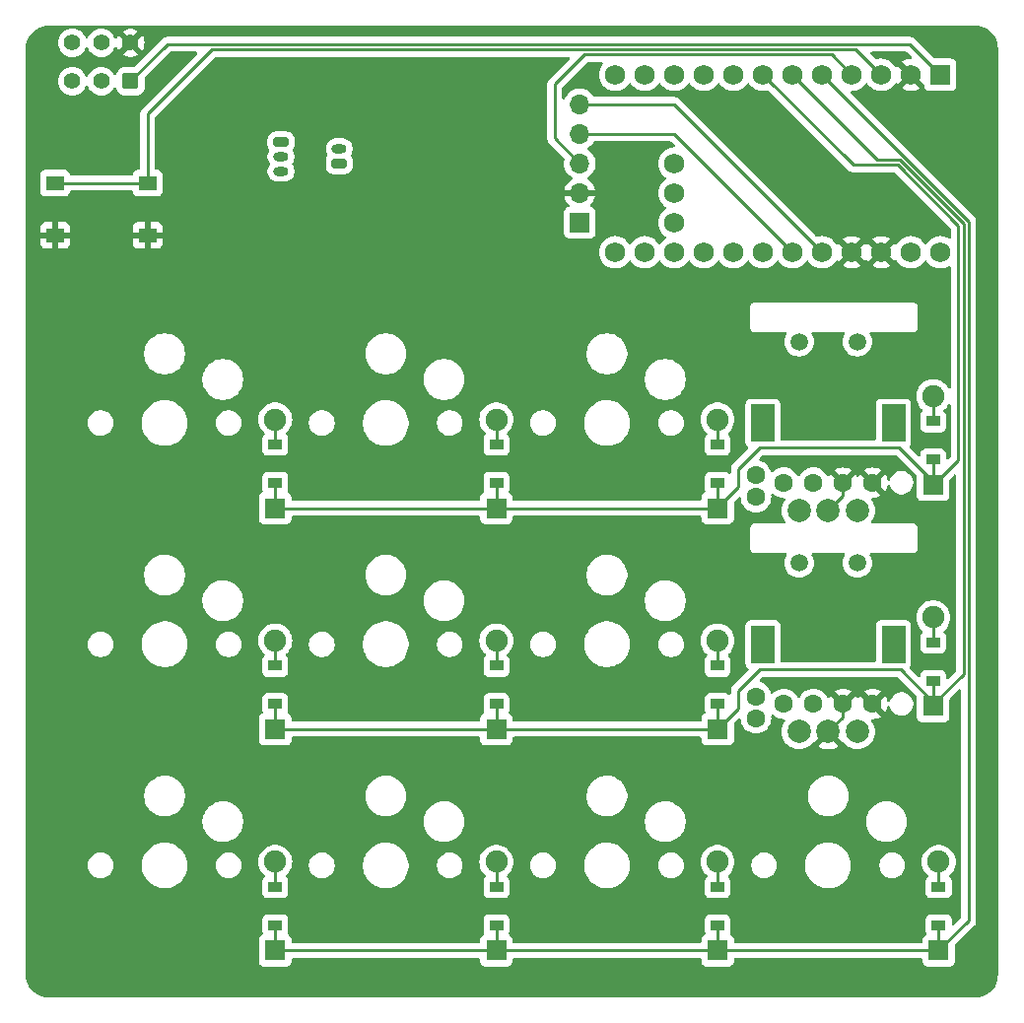
<source format=gbr>
%TF.GenerationSoftware,KiCad,Pcbnew,8.0.4*%
%TF.CreationDate,2024-09-01T19:46:58+02:00*%
%TF.ProjectId,bombopad,626f6d62-6f70-4616-942e-6b696361645f,v1.0.0*%
%TF.SameCoordinates,Original*%
%TF.FileFunction,Copper,L1,Top*%
%TF.FilePolarity,Positive*%
%FSLAX46Y46*%
G04 Gerber Fmt 4.6, Leading zero omitted, Abs format (unit mm)*
G04 Created by KiCad (PCBNEW 8.0.4) date 2024-09-01 19:46:58*
%MOMM*%
%LPD*%
G01*
G04 APERTURE LIST*
G04 Aperture macros list*
%AMRoundRect*
0 Rectangle with rounded corners*
0 $1 Rounding radius*
0 $2 $3 $4 $5 $6 $7 $8 $9 X,Y pos of 4 corners*
0 Add a 4 corners polygon primitive as box body*
4,1,4,$2,$3,$4,$5,$6,$7,$8,$9,$2,$3,0*
0 Add four circle primitives for the rounded corners*
1,1,$1+$1,$2,$3*
1,1,$1+$1,$4,$5*
1,1,$1+$1,$6,$7*
1,1,$1+$1,$8,$9*
0 Add four rect primitives between the rounded corners*
20,1,$1+$1,$2,$3,$4,$5,0*
20,1,$1+$1,$4,$5,$6,$7,0*
20,1,$1+$1,$6,$7,$8,$9,0*
20,1,$1+$1,$8,$9,$2,$3,0*%
G04 Aperture macros list end*
%TA.AperFunction,ComponentPad*%
%ADD10RoundRect,0.200000X-0.450000X0.200000X-0.450000X-0.200000X0.450000X-0.200000X0.450000X0.200000X0*%
%TD*%
%TA.AperFunction,ComponentPad*%
%ADD11O,1.300000X0.800000*%
%TD*%
%TA.AperFunction,ComponentPad*%
%ADD12R,2.000000X3.200000*%
%TD*%
%TA.AperFunction,ComponentPad*%
%ADD13C,1.500000*%
%TD*%
%TA.AperFunction,ComponentPad*%
%ADD14C,2.000000*%
%TD*%
%TA.AperFunction,ComponentPad*%
%ADD15C,1.600000*%
%TD*%
%TA.AperFunction,SMDPad,CuDef*%
%ADD16R,1.550000X1.300000*%
%TD*%
%TA.AperFunction,ComponentPad*%
%ADD17R,1.778000X1.778000*%
%TD*%
%TA.AperFunction,SMDPad,CuDef*%
%ADD18R,1.200000X0.900000*%
%TD*%
%TA.AperFunction,ComponentPad*%
%ADD19C,1.905000*%
%TD*%
%TA.AperFunction,ComponentPad*%
%ADD20RoundRect,0.250000X0.450000X0.450000X-0.450000X0.450000X-0.450000X-0.450000X0.450000X-0.450000X0*%
%TD*%
%TA.AperFunction,ComponentPad*%
%ADD21C,1.400000*%
%TD*%
%TA.AperFunction,ComponentPad*%
%ADD22R,1.752600X1.752600*%
%TD*%
%TA.AperFunction,ComponentPad*%
%ADD23C,1.752600*%
%TD*%
%TA.AperFunction,ComponentPad*%
%ADD24R,1.700000X1.700000*%
%TD*%
%TA.AperFunction,ComponentPad*%
%ADD25O,1.700000X1.700000*%
%TD*%
%TA.AperFunction,ComponentPad*%
%ADD26RoundRect,0.200000X0.450000X-0.200000X0.450000X0.200000X-0.450000X0.200000X-0.450000X-0.200000X0*%
%TD*%
%TA.AperFunction,Conductor*%
%ADD27C,0.250000*%
%TD*%
G04 APERTURE END LIST*
D10*
%TO.P,J2,1,Pin_1*%
%TO.N,-BATT*%
X41128000Y-26309000D03*
D11*
%TO.P,J2,2,Pin_2*%
%TO.N,unconnected-(J2-Pin_2-Pad2)*%
X41128000Y-27559000D03*
%TO.P,J2,3,Pin_3*%
%TO.N,+BATT*%
X41128000Y-28809000D03*
%TD*%
D12*
%TO.P,ROT2,*%
%TO.N,*%
X82538000Y-69462000D03*
X93738000Y-69462000D03*
D13*
%TO.P,ROT2,1*%
%TO.N,P10*%
X85638000Y-62462000D03*
%TO.P,ROT2,2*%
%TO.N,thumb_home*%
X90638000Y-62462000D03*
D14*
%TO.P,ROT2,A*%
%TO.N,P7*%
X85638000Y-76962000D03*
%TO.P,ROT2,B*%
%TO.N,P6*%
X90638000Y-76962000D03*
%TO.P,ROT2,C*%
%TO.N,GND*%
X88138000Y-76962000D03*
%TD*%
D15*
%TO.P,ROL1,A*%
%TO.N,P9*%
X84318000Y-55567000D03*
%TO.P,ROL1,B*%
%TO.N,P8*%
X86858000Y-55567000D03*
%TO.P,ROL1,C*%
%TO.N,GND*%
X89398000Y-55567000D03*
%TO.P,ROL1,D*%
X91938000Y-55567000D03*
%TO.P,ROL1,S1*%
%TO.N,P10*%
X81928000Y-56792000D03*
%TO.P,ROL1,S2*%
%TO.N,thumb_top*%
X81928000Y-54942000D03*
%TD*%
D16*
%TO.P,S13,1,C*%
%TO.N,GND*%
X29669000Y-34326000D03*
X21719000Y-34326000D03*
%TO.P,S13,2,D*%
%TO.N,RST*%
X29669000Y-29826000D03*
X21719000Y-29826000D03*
%TD*%
D17*
%TO.P,D5,1*%
%TO.N,P20*%
X59628000Y-76752000D03*
D18*
X59628000Y-74592000D03*
%TO.P,D5,2*%
%TO.N,middle_home*%
X59628000Y-71292000D03*
D19*
X59628000Y-69132000D03*
%TD*%
D17*
%TO.P,D4,1*%
%TO.N,P21*%
X59628000Y-95752000D03*
D18*
X59628000Y-93592000D03*
%TO.P,D4,2*%
%TO.N,middle_bottom*%
X59628000Y-90292000D03*
D19*
X59628000Y-88132000D03*
%TD*%
D17*
%TO.P,D8,1*%
%TO.N,P20*%
X78628000Y-76752000D03*
D18*
X78628000Y-74592000D03*
%TO.P,D8,2*%
%TO.N,index_home*%
X78628000Y-71292000D03*
D19*
X78628000Y-69132000D03*
%TD*%
D17*
%TO.P,D10,1*%
%TO.N,P21*%
X97628000Y-95752000D03*
D18*
X97628000Y-93592000D03*
%TO.P,D10,2*%
%TO.N,thumb_bottom*%
X97628000Y-90292000D03*
D19*
X97628000Y-88132000D03*
%TD*%
D17*
%TO.P,D6,1*%
%TO.N,P19*%
X59628000Y-57752000D03*
D18*
X59628000Y-55592000D03*
%TO.P,D6,2*%
%TO.N,middle_top*%
X59628000Y-52292000D03*
D19*
X59628000Y-50132000D03*
%TD*%
D17*
%TO.P,D7,1*%
%TO.N,P21*%
X78628000Y-95752000D03*
D18*
X78628000Y-93592000D03*
%TO.P,D7,2*%
%TO.N,index_bottom*%
X78628000Y-90292000D03*
D19*
X78628000Y-88132000D03*
%TD*%
D17*
%TO.P,D9,1*%
%TO.N,P19*%
X78628000Y-57752000D03*
D18*
X78628000Y-55592000D03*
%TO.P,D9,2*%
%TO.N,index_top*%
X78628000Y-52292000D03*
D19*
X78628000Y-50132000D03*
%TD*%
D15*
%TO.P,ROL2,A*%
%TO.N,P7*%
X84318000Y-74567000D03*
%TO.P,ROL2,B*%
%TO.N,P6*%
X86858000Y-74567000D03*
%TO.P,ROL2,C*%
%TO.N,GND*%
X89398000Y-74567000D03*
%TO.P,ROL2,D*%
X91938000Y-74567000D03*
%TO.P,ROL2,S1*%
%TO.N,P10*%
X81928000Y-75792000D03*
%TO.P,ROL2,S2*%
%TO.N,thumb_home*%
X81928000Y-73942000D03*
%TD*%
D17*
%TO.P,D1,1*%
%TO.N,P21*%
X40628000Y-95752000D03*
D18*
X40628000Y-93592000D03*
%TO.P,D1,2*%
%TO.N,ring_bottom*%
X40628000Y-90292000D03*
D19*
X40628000Y-88132000D03*
%TD*%
D17*
%TO.P,D11,1*%
%TO.N,P20*%
X97155000Y-74752000D03*
D18*
X97155000Y-72592000D03*
%TO.P,D11,2*%
%TO.N,thumb_home*%
X97155000Y-69292000D03*
D19*
X97155000Y-67132000D03*
%TD*%
D12*
%TO.P,ROT1,*%
%TO.N,*%
X82538000Y-50462000D03*
X93738000Y-50462000D03*
D13*
%TO.P,ROT1,1*%
%TO.N,P10*%
X85638000Y-43462000D03*
%TO.P,ROT1,2*%
%TO.N,thumb_top*%
X90638000Y-43462000D03*
D14*
%TO.P,ROT1,A*%
%TO.N,P9*%
X85638000Y-57962000D03*
%TO.P,ROT1,B*%
%TO.N,P8*%
X90638000Y-57962000D03*
%TO.P,ROT1,C*%
%TO.N,GND*%
X88138000Y-57962000D03*
%TD*%
D20*
%TO.P,SW15,1,A*%
%TO.N,RAW*%
X28194000Y-21080000D03*
D21*
%TO.P,SW15,2,B*%
%TO.N,+BATT*%
X25694000Y-21080000D03*
%TO.P,SW15,3,C*%
%TO.N,unconnected-(SW15A-C-Pad3)*%
X23194000Y-21080000D03*
%TO.P,SW15,4,A*%
%TO.N,unconnected-(SW15B-A-Pad4)*%
X23194000Y-17780000D03*
%TO.P,SW15,5,B*%
%TO.N,-BATT*%
X25694000Y-17780000D03*
%TO.P,SW15,6,C*%
%TO.N,GND*%
X28194000Y-17780000D03*
%TD*%
D22*
%TO.P,MCU1,1*%
%TO.N,RAW*%
X97765000Y-20522000D03*
D23*
%TO.P,MCU1,2*%
%TO.N,GND*%
X95225000Y-20522000D03*
%TO.P,MCU1,3*%
%TO.N,RST*%
X92685000Y-20522000D03*
%TO.P,MCU1,4*%
%TO.N,VCC*%
X90145000Y-20522000D03*
%TO.P,MCU1,5*%
%TO.N,P21*%
X87605000Y-20522000D03*
%TO.P,MCU1,6*%
%TO.N,P20*%
X85065000Y-20522000D03*
%TO.P,MCU1,7*%
%TO.N,P19*%
X82525000Y-20522000D03*
%TO.P,MCU1,8*%
%TO.N,P18*%
X79985000Y-20522000D03*
%TO.P,MCU1,9*%
%TO.N,P15*%
X77445000Y-20522000D03*
%TO.P,MCU1,10*%
%TO.N,P14*%
X74905000Y-20522000D03*
%TO.P,MCU1,11*%
%TO.N,P16*%
X72365000Y-20522000D03*
%TO.P,MCU1,12*%
%TO.N,P10*%
X69825000Y-20522000D03*
%TO.P,MCU1,13*%
%TO.N,P1*%
X97765000Y-35762000D03*
%TO.P,MCU1,14*%
%TO.N,P0*%
X95225000Y-35762000D03*
%TO.P,MCU1,15*%
%TO.N,GND*%
X92685000Y-35762000D03*
%TO.P,MCU1,16*%
X90145000Y-35762000D03*
%TO.P,MCU1,17*%
%TO.N,P2*%
X87605000Y-35762000D03*
%TO.P,MCU1,18*%
%TO.N,P3*%
X85065000Y-35762000D03*
%TO.P,MCU1,19*%
%TO.N,P4*%
X82525000Y-35762000D03*
%TO.P,MCU1,20*%
%TO.N,P5*%
X79985000Y-35762000D03*
%TO.P,MCU1,21*%
%TO.N,P6*%
X77445000Y-35762000D03*
%TO.P,MCU1,22*%
%TO.N,P7*%
X74905000Y-35762000D03*
%TO.P,MCU1,23*%
%TO.N,P8*%
X72365000Y-35762000D03*
%TO.P,MCU1,24*%
%TO.N,P9*%
X69825000Y-35762000D03*
%TO.P,MCU1,25*%
%TO.N,P1.01*%
X74905000Y-33222000D03*
%TO.P,MCU1,26*%
%TO.N,P1.02*%
X74905000Y-30682000D03*
%TO.P,MCU1,27*%
%TO.N,P1.07*%
X74905000Y-28142000D03*
%TD*%
D24*
%TO.P,Nice!View1,1*%
%TO.N,P4*%
X66795000Y-33222000D03*
D25*
%TO.P,Nice!View1,2*%
%TO.N,GND*%
X66795000Y-30682000D03*
%TO.P,Nice!View1,3*%
%TO.N,VCC*%
X66795000Y-28142000D03*
%TO.P,Nice!View1,4*%
%TO.N,P3*%
X66795000Y-25602000D03*
%TO.P,Nice!View1,5*%
%TO.N,P2*%
X66795000Y-23062000D03*
%TD*%
D26*
%TO.P,J1,1,Pin_1*%
%TO.N,+BATT*%
X46128000Y-28142000D03*
D11*
%TO.P,J1,2,Pin_2*%
%TO.N,-BATT*%
X46128000Y-26892000D03*
%TD*%
D17*
%TO.P,D3,1*%
%TO.N,P19*%
X40628000Y-57752000D03*
D18*
X40628000Y-55592000D03*
%TO.P,D3,2*%
%TO.N,ring_top*%
X40628000Y-52292000D03*
D19*
X40628000Y-50132000D03*
%TD*%
D17*
%TO.P,D12,1*%
%TO.N,P19*%
X97155000Y-55752000D03*
D18*
X97155000Y-53592000D03*
%TO.P,D12,2*%
%TO.N,thumb_top*%
X97155000Y-50292000D03*
D19*
X97155000Y-48132000D03*
%TD*%
D17*
%TO.P,D2,1*%
%TO.N,P20*%
X40628000Y-76752000D03*
D18*
X40628000Y-74592000D03*
%TO.P,D2,2*%
%TO.N,ring_home*%
X40628000Y-71292000D03*
D19*
X40628000Y-69132000D03*
%TD*%
D27*
%TO.N,ring_bottom*%
X40628000Y-88132000D02*
X40628000Y-90292000D01*
%TO.N,ring_home*%
X40628000Y-69132000D02*
X40628000Y-71292000D01*
%TO.N,ring_top*%
X40628000Y-50132000D02*
X40628000Y-52292000D01*
%TO.N,middle_bottom*%
X59628000Y-90292000D02*
X59628000Y-88132000D01*
%TO.N,middle_home*%
X59628000Y-71292000D02*
X59628000Y-69132000D01*
%TO.N,middle_top*%
X59628000Y-52292000D02*
X59628000Y-50132000D01*
%TO.N,index_bottom*%
X78628000Y-88132000D02*
X78628000Y-90292000D01*
%TO.N,index_home*%
X78628000Y-69132000D02*
X78628000Y-71292000D01*
%TO.N,index_top*%
X78628000Y-50132000D02*
X78628000Y-52292000D01*
%TO.N,thumb_bottom*%
X97628000Y-88132000D02*
X97628000Y-90292000D01*
%TO.N,P21*%
X100203000Y-93177000D02*
X97628000Y-95752000D01*
X97628000Y-93592000D02*
X97628000Y-95752000D01*
X78628000Y-93592000D02*
X78628000Y-95752000D01*
X40628000Y-93592000D02*
X40628000Y-95752000D01*
X78628000Y-95752000D02*
X97628000Y-95752000D01*
X87605000Y-20522000D02*
X100203000Y-33120000D01*
X59628000Y-95752000D02*
X59628000Y-93592000D01*
X100203000Y-33120000D02*
X100203000Y-93177000D01*
X78628000Y-95752000D02*
X59628000Y-95752000D01*
X59628000Y-95752000D02*
X40628000Y-95752000D01*
%TO.N,P20*%
X80404000Y-74980000D02*
X78632000Y-76752000D01*
X97155000Y-72592000D02*
X97155000Y-74752000D01*
X94361000Y-71628000D02*
X82232000Y-71628000D01*
X99753000Y-72027000D02*
X99753000Y-33306396D01*
X78628000Y-74592000D02*
X78628000Y-76752000D01*
X59628000Y-76752000D02*
X59628000Y-74592000D01*
X82232000Y-71628000D02*
X80404000Y-73456000D01*
X80404000Y-73456000D02*
X80404000Y-74980000D01*
X97028000Y-74295000D02*
X94361000Y-71628000D01*
X97028000Y-74752000D02*
X97028000Y-74295000D01*
X99753000Y-33306396D02*
X94259604Y-27813000D01*
X40628000Y-74592000D02*
X40628000Y-76752000D01*
X78632000Y-76752000D02*
X78628000Y-76752000D01*
X94259604Y-27813000D02*
X92356000Y-27813000D01*
X92356000Y-27813000D02*
X85065000Y-20522000D01*
X78628000Y-76752000D02*
X59628000Y-76752000D01*
X40628000Y-76752000D02*
X59628000Y-76752000D01*
X97028000Y-74752000D02*
X99753000Y-72027000D01*
%TO.N,P19*%
X97028000Y-55372000D02*
X94234000Y-52578000D01*
X99303000Y-53604000D02*
X99303000Y-33492792D01*
X97028000Y-55752000D02*
X97028000Y-55372000D01*
X94234000Y-52578000D02*
X82232000Y-52578000D01*
X40628000Y-55592000D02*
X40628000Y-57752000D01*
X59628000Y-57752000D02*
X40628000Y-57752000D01*
X78628000Y-57752000D02*
X59628000Y-57752000D01*
X94073208Y-28263000D02*
X90266000Y-28263000D01*
X80404000Y-55930000D02*
X78628000Y-57706000D01*
X99303000Y-33492792D02*
X94073208Y-28263000D01*
X80404000Y-54406000D02*
X80404000Y-55930000D01*
X78628000Y-57752000D02*
X78628000Y-55592000D01*
X97155000Y-53592000D02*
X97155000Y-55752000D01*
X59628000Y-57752000D02*
X59628000Y-55592000D01*
X78628000Y-57706000D02*
X78628000Y-57752000D01*
X82232000Y-52578000D02*
X80404000Y-54406000D01*
X97155000Y-55752000D02*
X99303000Y-53604000D01*
X90266000Y-28263000D02*
X82525000Y-20522000D01*
%TO.N,RAW*%
X97765000Y-20522000D02*
X95139000Y-17896000D01*
X31378000Y-17896000D02*
X28194000Y-21080000D01*
X95139000Y-17896000D02*
X31378000Y-17896000D01*
%TO.N,GND*%
X89398000Y-56702000D02*
X88138000Y-57962000D01*
X89398000Y-55567000D02*
X89398000Y-56702000D01*
X89398000Y-75702000D02*
X88138000Y-76962000D01*
X89398000Y-74567000D02*
X89398000Y-75702000D01*
%TO.N,RST*%
X92685000Y-20522000D02*
X90509000Y-18346000D01*
X90509000Y-18346000D02*
X35197200Y-18346000D01*
X35197200Y-18346000D02*
X29669000Y-23874200D01*
X29669000Y-23874200D02*
X29669000Y-29826000D01*
X21719000Y-29826000D02*
X29669000Y-29826000D01*
%TO.N,VCC*%
X66795000Y-28142000D02*
X64643000Y-25990000D01*
X64643000Y-25990000D02*
X64643000Y-21336000D01*
X64643000Y-21336000D02*
X67183000Y-18796000D01*
X67183000Y-18796000D02*
X88419000Y-18796000D01*
X88419000Y-18796000D02*
X90145000Y-20522000D01*
%TO.N,P2*%
X74905000Y-23062000D02*
X87605000Y-35762000D01*
X66795000Y-23062000D02*
X74905000Y-23062000D01*
%TO.N,P3*%
X66795000Y-25602000D02*
X74905000Y-25602000D01*
X74905000Y-25602000D02*
X85065000Y-35762000D01*
%TO.N,thumb_top*%
X97155000Y-48132000D02*
X97155000Y-50292000D01*
%TO.N,thumb_home*%
X97155000Y-67132000D02*
X97155000Y-69292000D01*
%TD*%
%TA.AperFunction,Conductor*%
%TO.N,GND*%
G36*
X68732837Y-19449185D02*
G01*
X68778592Y-19501989D01*
X68788536Y-19571147D01*
X68759511Y-19634703D01*
X68757027Y-19637483D01*
X68728453Y-19668522D01*
X68602930Y-19860649D01*
X68510743Y-20070814D01*
X68454405Y-20293291D01*
X68435454Y-20521994D01*
X68435454Y-20522005D01*
X68454405Y-20750708D01*
X68510743Y-20973185D01*
X68602930Y-21183350D01*
X68728450Y-21375474D01*
X68728453Y-21375477D01*
X68883886Y-21544322D01*
X68933229Y-21582727D01*
X69063892Y-21684427D01*
X69064990Y-21685281D01*
X69266826Y-21794509D01*
X69483887Y-21869026D01*
X69710252Y-21906800D01*
X69710253Y-21906800D01*
X69939747Y-21906800D01*
X69939748Y-21906800D01*
X70166113Y-21869026D01*
X70383174Y-21794509D01*
X70585010Y-21685281D01*
X70766114Y-21544322D01*
X70921547Y-21375477D01*
X70991191Y-21268879D01*
X71044337Y-21223522D01*
X71113569Y-21214098D01*
X71176905Y-21243600D01*
X71198809Y-21268879D01*
X71268450Y-21375474D01*
X71268453Y-21375477D01*
X71423886Y-21544322D01*
X71473229Y-21582727D01*
X71603892Y-21684427D01*
X71604990Y-21685281D01*
X71806826Y-21794509D01*
X72023887Y-21869026D01*
X72250252Y-21906800D01*
X72250253Y-21906800D01*
X72479747Y-21906800D01*
X72479748Y-21906800D01*
X72706113Y-21869026D01*
X72923174Y-21794509D01*
X73125010Y-21685281D01*
X73306114Y-21544322D01*
X73461547Y-21375477D01*
X73531191Y-21268879D01*
X73584337Y-21223522D01*
X73653569Y-21214098D01*
X73716905Y-21243600D01*
X73738809Y-21268879D01*
X73808450Y-21375474D01*
X73808453Y-21375477D01*
X73963886Y-21544322D01*
X74013229Y-21582727D01*
X74143892Y-21684427D01*
X74144990Y-21685281D01*
X74346826Y-21794509D01*
X74563887Y-21869026D01*
X74790252Y-21906800D01*
X74790253Y-21906800D01*
X75019747Y-21906800D01*
X75019748Y-21906800D01*
X75246113Y-21869026D01*
X75463174Y-21794509D01*
X75665010Y-21685281D01*
X75846114Y-21544322D01*
X76001547Y-21375477D01*
X76071191Y-21268879D01*
X76124337Y-21223522D01*
X76193569Y-21214098D01*
X76256905Y-21243600D01*
X76278809Y-21268879D01*
X76348450Y-21375474D01*
X76348453Y-21375477D01*
X76503886Y-21544322D01*
X76553229Y-21582727D01*
X76683892Y-21684427D01*
X76684990Y-21685281D01*
X76886826Y-21794509D01*
X77103887Y-21869026D01*
X77330252Y-21906800D01*
X77330253Y-21906800D01*
X77559747Y-21906800D01*
X77559748Y-21906800D01*
X77786113Y-21869026D01*
X78003174Y-21794509D01*
X78205010Y-21685281D01*
X78386114Y-21544322D01*
X78541547Y-21375477D01*
X78611191Y-21268879D01*
X78664337Y-21223522D01*
X78733569Y-21214098D01*
X78796905Y-21243600D01*
X78818809Y-21268879D01*
X78888450Y-21375474D01*
X78888453Y-21375477D01*
X79043886Y-21544322D01*
X79093229Y-21582727D01*
X79223892Y-21684427D01*
X79224990Y-21685281D01*
X79426826Y-21794509D01*
X79643887Y-21869026D01*
X79870252Y-21906800D01*
X79870253Y-21906800D01*
X80099747Y-21906800D01*
X80099748Y-21906800D01*
X80326113Y-21869026D01*
X80543174Y-21794509D01*
X80745010Y-21685281D01*
X80926114Y-21544322D01*
X81081547Y-21375477D01*
X81151191Y-21268879D01*
X81204337Y-21223522D01*
X81273569Y-21214098D01*
X81336905Y-21243600D01*
X81358809Y-21268879D01*
X81428450Y-21375474D01*
X81428453Y-21375477D01*
X81583886Y-21544322D01*
X81633229Y-21582727D01*
X81763892Y-21684427D01*
X81764990Y-21685281D01*
X81966826Y-21794509D01*
X82183887Y-21869026D01*
X82410252Y-21906800D01*
X82410253Y-21906800D01*
X82639747Y-21906800D01*
X82639748Y-21906800D01*
X82866113Y-21869026D01*
X82874790Y-21866046D01*
X82944586Y-21862892D01*
X83002740Y-21895644D01*
X89862163Y-28755068D01*
X89862167Y-28755071D01*
X89965918Y-28824396D01*
X89965924Y-28824399D01*
X89965925Y-28824400D01*
X90081215Y-28872155D01*
X90203601Y-28896499D01*
X90203605Y-28896500D01*
X90203606Y-28896500D01*
X90328394Y-28896500D01*
X93759442Y-28896500D01*
X93826481Y-28916185D01*
X93847123Y-28932819D01*
X98633181Y-33718877D01*
X98666666Y-33780200D01*
X98669500Y-33806558D01*
X98669500Y-34468814D01*
X98649815Y-34535853D01*
X98597011Y-34581608D01*
X98527853Y-34591552D01*
X98486483Y-34577869D01*
X98323180Y-34489494D01*
X98323177Y-34489492D01*
X98323174Y-34489491D01*
X98323171Y-34489490D01*
X98323169Y-34489489D01*
X98106115Y-34414974D01*
X97946590Y-34388354D01*
X97879748Y-34377200D01*
X97650252Y-34377200D01*
X97601838Y-34385279D01*
X97423884Y-34414974D01*
X97206830Y-34489489D01*
X97206819Y-34489494D01*
X97004992Y-34598717D01*
X97004987Y-34598720D01*
X96823888Y-34739676D01*
X96668453Y-34908523D01*
X96598809Y-35015121D01*
X96545662Y-35060477D01*
X96476431Y-35069901D01*
X96413095Y-35040399D01*
X96391191Y-35015121D01*
X96382060Y-35001146D01*
X96321547Y-34908523D01*
X96166114Y-34739678D01*
X96020751Y-34626537D01*
X95985012Y-34598720D01*
X95985007Y-34598717D01*
X95783180Y-34489494D01*
X95783177Y-34489492D01*
X95783174Y-34489491D01*
X95783171Y-34489490D01*
X95783169Y-34489489D01*
X95566115Y-34414974D01*
X95406590Y-34388354D01*
X95339748Y-34377200D01*
X95110252Y-34377200D01*
X95061838Y-34385279D01*
X94883884Y-34414974D01*
X94666830Y-34489489D01*
X94666819Y-34489494D01*
X94464992Y-34598717D01*
X94464987Y-34598720D01*
X94283888Y-34739676D01*
X94128453Y-34908523D01*
X94053732Y-35022892D01*
X94000585Y-35068248D01*
X93931354Y-35077672D01*
X93868018Y-35048170D01*
X93846114Y-35022891D01*
X93819063Y-34981487D01*
X93205602Y-35594948D01*
X93193884Y-35551213D01*
X93121989Y-35426687D01*
X93020313Y-35325011D01*
X92895787Y-35253116D01*
X92852050Y-35241396D01*
X93466910Y-34626537D01*
X93466909Y-34626535D01*
X93440349Y-34605862D01*
X93440348Y-34605861D01*
X93239749Y-34497301D01*
X93239744Y-34497299D01*
X93024023Y-34423242D01*
X92799042Y-34385700D01*
X92570958Y-34385700D01*
X92345976Y-34423242D01*
X92130255Y-34497299D01*
X92130250Y-34497301D01*
X91929652Y-34605860D01*
X91929646Y-34605864D01*
X91903089Y-34626534D01*
X91903089Y-34626536D01*
X92517949Y-35241396D01*
X92474213Y-35253116D01*
X92349687Y-35325011D01*
X92248011Y-35426687D01*
X92176116Y-35551213D01*
X92164396Y-35594949D01*
X91550934Y-34981487D01*
X91518807Y-35030662D01*
X91465661Y-35076018D01*
X91396430Y-35085442D01*
X91333094Y-35055940D01*
X91311190Y-35030661D01*
X91279063Y-34981487D01*
X90665602Y-35594948D01*
X90653884Y-35551213D01*
X90581989Y-35426687D01*
X90480313Y-35325011D01*
X90355787Y-35253116D01*
X90312050Y-35241396D01*
X90926910Y-34626537D01*
X90926909Y-34626535D01*
X90900349Y-34605862D01*
X90900348Y-34605861D01*
X90699749Y-34497301D01*
X90699744Y-34497299D01*
X90484023Y-34423242D01*
X90259042Y-34385700D01*
X90030958Y-34385700D01*
X89805976Y-34423242D01*
X89590255Y-34497299D01*
X89590250Y-34497301D01*
X89389652Y-34605860D01*
X89389646Y-34605864D01*
X89363089Y-34626534D01*
X89363089Y-34626536D01*
X89977949Y-35241396D01*
X89934213Y-35253116D01*
X89809687Y-35325011D01*
X89708011Y-35426687D01*
X89636116Y-35551213D01*
X89624396Y-35594949D01*
X89010934Y-34981487D01*
X88983884Y-35022891D01*
X88930738Y-35068248D01*
X88861507Y-35077671D01*
X88798171Y-35048169D01*
X88776267Y-35022891D01*
X88771191Y-35015121D01*
X88701547Y-34908523D01*
X88546114Y-34739678D01*
X88400751Y-34626537D01*
X88365012Y-34598720D01*
X88365007Y-34598717D01*
X88163180Y-34489494D01*
X88163177Y-34489492D01*
X88163174Y-34489491D01*
X88163171Y-34489490D01*
X88163169Y-34489489D01*
X87946115Y-34414974D01*
X87786590Y-34388354D01*
X87719748Y-34377200D01*
X87490252Y-34377200D01*
X87415866Y-34389613D01*
X87263886Y-34414974D01*
X87255192Y-34417958D01*
X87185393Y-34421102D01*
X87127258Y-34388354D01*
X75308836Y-22569931D01*
X75308832Y-22569928D01*
X75205081Y-22500603D01*
X75205072Y-22500598D01*
X75089785Y-22452845D01*
X75089777Y-22452843D01*
X74967398Y-22428500D01*
X74967394Y-22428500D01*
X68070956Y-22428500D01*
X68003917Y-22408815D01*
X67967148Y-22372322D01*
X67870723Y-22224734D01*
X67870715Y-22224723D01*
X67718243Y-22059097D01*
X67718238Y-22059092D01*
X67540577Y-21920812D01*
X67540572Y-21920808D01*
X67342580Y-21813661D01*
X67342577Y-21813659D01*
X67342574Y-21813658D01*
X67342571Y-21813657D01*
X67342569Y-21813656D01*
X67129637Y-21740556D01*
X66907569Y-21703500D01*
X66682431Y-21703500D01*
X66460362Y-21740556D01*
X66247430Y-21813656D01*
X66247419Y-21813661D01*
X66049427Y-21920808D01*
X66049422Y-21920812D01*
X65871761Y-22059092D01*
X65871756Y-22059097D01*
X65719284Y-22224723D01*
X65719276Y-22224734D01*
X65596140Y-22413207D01*
X65514056Y-22600343D01*
X65469100Y-22653829D01*
X65402364Y-22674519D01*
X65335036Y-22655845D01*
X65288493Y-22603734D01*
X65276500Y-22550533D01*
X65276500Y-21649766D01*
X65296185Y-21582727D01*
X65312819Y-21562085D01*
X67409085Y-19465819D01*
X67470408Y-19432334D01*
X67496766Y-19429500D01*
X68665798Y-19429500D01*
X68732837Y-19449185D01*
G37*
%TD.AperFunction*%
%TA.AperFunction,Conductor*%
G36*
X94892273Y-18549185D02*
G01*
X94912915Y-18565819D01*
X95281115Y-18934019D01*
X95314600Y-18995342D01*
X95309616Y-19065034D01*
X95267744Y-19120967D01*
X95202280Y-19145384D01*
X95193434Y-19145700D01*
X95110958Y-19145700D01*
X94885976Y-19183242D01*
X94670255Y-19257299D01*
X94670250Y-19257301D01*
X94469652Y-19365860D01*
X94469646Y-19365864D01*
X94443089Y-19386534D01*
X94443089Y-19386536D01*
X95057949Y-20001396D01*
X95014213Y-20013116D01*
X94889687Y-20085011D01*
X94788011Y-20186687D01*
X94716116Y-20311213D01*
X94704396Y-20354949D01*
X94090934Y-19741487D01*
X94063884Y-19782891D01*
X94010738Y-19828248D01*
X93941507Y-19837671D01*
X93878171Y-19808169D01*
X93856267Y-19782891D01*
X93781547Y-19668523D01*
X93626114Y-19499678D01*
X93558072Y-19446718D01*
X93445012Y-19358720D01*
X93445007Y-19358717D01*
X93243180Y-19249494D01*
X93243177Y-19249492D01*
X93243174Y-19249491D01*
X93243171Y-19249490D01*
X93243169Y-19249489D01*
X93026115Y-19174974D01*
X92850685Y-19145700D01*
X92799748Y-19137200D01*
X92570252Y-19137200D01*
X92457069Y-19156087D01*
X92343886Y-19174974D01*
X92335192Y-19177958D01*
X92265393Y-19181102D01*
X92207258Y-19148354D01*
X91800085Y-18741181D01*
X91766600Y-18679858D01*
X91771584Y-18610166D01*
X91813456Y-18554233D01*
X91878920Y-18529816D01*
X91887766Y-18529500D01*
X94825234Y-18529500D01*
X94892273Y-18549185D01*
G37*
%TD.AperFunction*%
%TA.AperFunction,Conductor*%
G36*
X100799042Y-16317765D02*
G01*
X100822909Y-16319329D01*
X101038102Y-16333433D01*
X101054165Y-16335548D01*
X101285136Y-16381492D01*
X101300779Y-16385683D01*
X101523787Y-16461384D01*
X101538754Y-16467584D01*
X101740115Y-16566884D01*
X101749960Y-16571739D01*
X101764006Y-16579849D01*
X101959802Y-16710675D01*
X101972671Y-16720549D01*
X102149716Y-16875814D01*
X102161185Y-16887283D01*
X102316450Y-17064328D01*
X102326324Y-17077197D01*
X102457150Y-17272993D01*
X102465260Y-17287039D01*
X102569412Y-17498238D01*
X102575617Y-17513220D01*
X102596053Y-17573421D01*
X102651311Y-17736204D01*
X102655509Y-17751872D01*
X102701449Y-17982825D01*
X102703567Y-17998906D01*
X102719235Y-18237955D01*
X102719500Y-18246065D01*
X102719500Y-97837933D01*
X102719235Y-97846043D01*
X102703567Y-98085093D01*
X102701449Y-98101174D01*
X102655509Y-98332127D01*
X102651311Y-98347795D01*
X102575619Y-98570776D01*
X102569412Y-98585761D01*
X102465260Y-98796960D01*
X102457150Y-98811006D01*
X102326324Y-99006802D01*
X102316450Y-99019671D01*
X102161185Y-99196716D01*
X102149716Y-99208185D01*
X101972671Y-99363450D01*
X101959802Y-99373324D01*
X101764006Y-99504150D01*
X101749960Y-99512260D01*
X101538761Y-99616412D01*
X101523776Y-99622619D01*
X101300795Y-99698311D01*
X101285127Y-99702509D01*
X101054174Y-99748449D01*
X101038093Y-99750567D01*
X100799043Y-99766235D01*
X100790933Y-99766500D01*
X21132067Y-99766500D01*
X21123957Y-99766235D01*
X20884906Y-99750567D01*
X20868825Y-99748449D01*
X20637872Y-99702509D01*
X20622210Y-99698312D01*
X20399220Y-99622617D01*
X20384238Y-99616412D01*
X20173039Y-99512260D01*
X20158993Y-99504150D01*
X19963197Y-99373324D01*
X19950328Y-99363450D01*
X19773283Y-99208185D01*
X19761814Y-99196716D01*
X19606549Y-99019671D01*
X19596675Y-99006802D01*
X19465849Y-98811006D01*
X19457739Y-98796960D01*
X19440469Y-98761940D01*
X19353584Y-98585754D01*
X19347384Y-98570787D01*
X19271683Y-98347779D01*
X19267492Y-98332136D01*
X19221548Y-98101165D01*
X19219433Y-98085102D01*
X19203765Y-97846042D01*
X19203500Y-97837933D01*
X19203500Y-88355312D01*
X24526600Y-88355312D01*
X24526600Y-88528687D01*
X24553720Y-88699913D01*
X24607290Y-88864788D01*
X24607291Y-88864791D01*
X24685998Y-89019260D01*
X24787899Y-89159514D01*
X24910486Y-89282101D01*
X25050740Y-89384002D01*
X25126502Y-89422604D01*
X25205208Y-89462708D01*
X25205211Y-89462709D01*
X25287648Y-89489494D01*
X25370088Y-89516280D01*
X25449391Y-89528840D01*
X25541313Y-89543400D01*
X25541318Y-89543400D01*
X25714687Y-89543400D01*
X25797695Y-89530252D01*
X25885912Y-89516280D01*
X26050791Y-89462708D01*
X26205260Y-89384002D01*
X26345514Y-89282101D01*
X26468101Y-89159514D01*
X26570002Y-89019260D01*
X26648708Y-88864791D01*
X26702280Y-88699912D01*
X26716835Y-88608012D01*
X26729400Y-88528687D01*
X26729400Y-88355312D01*
X26722729Y-88313199D01*
X29163000Y-88313199D01*
X29163000Y-88570800D01*
X29196622Y-88826174D01*
X29263289Y-89074982D01*
X29361859Y-89312952D01*
X29361867Y-89312969D01*
X29490652Y-89536030D01*
X29490663Y-89536046D01*
X29647463Y-89740392D01*
X29647469Y-89740399D01*
X29829600Y-89922530D01*
X29829606Y-89922535D01*
X30033962Y-90079343D01*
X30033969Y-90079347D01*
X30257030Y-90208132D01*
X30257035Y-90208134D01*
X30257038Y-90208136D01*
X30257042Y-90208137D01*
X30257047Y-90208140D01*
X30351386Y-90247216D01*
X30495016Y-90306710D01*
X30743825Y-90373378D01*
X30999207Y-90407000D01*
X30999214Y-90407000D01*
X31256786Y-90407000D01*
X31256793Y-90407000D01*
X31512175Y-90373378D01*
X31760984Y-90306710D01*
X31998962Y-90208136D01*
X32222038Y-90079343D01*
X32426394Y-89922535D01*
X32608535Y-89740394D01*
X32765343Y-89536038D01*
X32894136Y-89312962D01*
X32992710Y-89074984D01*
X33059378Y-88826175D01*
X33093000Y-88570793D01*
X33093000Y-88355312D01*
X35526600Y-88355312D01*
X35526600Y-88528687D01*
X35553720Y-88699913D01*
X35607290Y-88864788D01*
X35607291Y-88864791D01*
X35685998Y-89019260D01*
X35787899Y-89159514D01*
X35910486Y-89282101D01*
X36050740Y-89384002D01*
X36126502Y-89422604D01*
X36205208Y-89462708D01*
X36205211Y-89462709D01*
X36287648Y-89489494D01*
X36370088Y-89516280D01*
X36449391Y-89528840D01*
X36541313Y-89543400D01*
X36541318Y-89543400D01*
X36714687Y-89543400D01*
X36797695Y-89530252D01*
X36885912Y-89516280D01*
X37050791Y-89462708D01*
X37205260Y-89384002D01*
X37345514Y-89282101D01*
X37468101Y-89159514D01*
X37570002Y-89019260D01*
X37648708Y-88864791D01*
X37702280Y-88699912D01*
X37716835Y-88608012D01*
X37729400Y-88528687D01*
X37729400Y-88355312D01*
X37713622Y-88255702D01*
X37702280Y-88184088D01*
X37685353Y-88131993D01*
X39161993Y-88131993D01*
X39161993Y-88132006D01*
X39181986Y-88373293D01*
X39241425Y-88608012D01*
X39338684Y-88829741D01*
X39471111Y-89032437D01*
X39471114Y-89032440D01*
X39635100Y-89210576D01*
X39664325Y-89233323D01*
X39697065Y-89258806D01*
X39737878Y-89315517D01*
X39741551Y-89385290D01*
X39706920Y-89445973D01*
X39695214Y-89455925D01*
X39664740Y-89478738D01*
X39577111Y-89595795D01*
X39526011Y-89732795D01*
X39526011Y-89732797D01*
X39519500Y-89793345D01*
X39519500Y-90790654D01*
X39526011Y-90851202D01*
X39526011Y-90851204D01*
X39577111Y-90988204D01*
X39664739Y-91105261D01*
X39781796Y-91192889D01*
X39918799Y-91243989D01*
X39946050Y-91246918D01*
X39979345Y-91250499D01*
X39979362Y-91250500D01*
X41276638Y-91250500D01*
X41276654Y-91250499D01*
X41303692Y-91247591D01*
X41337201Y-91243989D01*
X41474204Y-91192889D01*
X41591261Y-91105261D01*
X41678889Y-90988204D01*
X41729989Y-90851201D01*
X41733591Y-90817692D01*
X41736499Y-90790654D01*
X41736500Y-90790637D01*
X41736500Y-89793362D01*
X41736499Y-89793345D01*
X41733157Y-89762270D01*
X41729989Y-89732799D01*
X41678889Y-89595796D01*
X41591261Y-89478739D01*
X41591259Y-89478738D01*
X41591259Y-89478737D01*
X41560786Y-89455926D01*
X41518914Y-89399993D01*
X41513930Y-89330302D01*
X41547414Y-89268978D01*
X41558922Y-89258814D01*
X41620900Y-89210576D01*
X41784886Y-89032440D01*
X41917315Y-88829742D01*
X42014575Y-88608012D01*
X42074013Y-88373297D01*
X42075503Y-88355312D01*
X43526600Y-88355312D01*
X43526600Y-88528687D01*
X43553720Y-88699913D01*
X43607290Y-88864788D01*
X43607291Y-88864791D01*
X43685998Y-89019260D01*
X43787899Y-89159514D01*
X43910486Y-89282101D01*
X44050740Y-89384002D01*
X44126502Y-89422604D01*
X44205208Y-89462708D01*
X44205211Y-89462709D01*
X44287648Y-89489494D01*
X44370088Y-89516280D01*
X44449391Y-89528840D01*
X44541313Y-89543400D01*
X44541318Y-89543400D01*
X44714687Y-89543400D01*
X44797695Y-89530252D01*
X44885912Y-89516280D01*
X45050791Y-89462708D01*
X45205260Y-89384002D01*
X45345514Y-89282101D01*
X45468101Y-89159514D01*
X45570002Y-89019260D01*
X45648708Y-88864791D01*
X45702280Y-88699912D01*
X45716835Y-88608012D01*
X45729400Y-88528687D01*
X45729400Y-88355312D01*
X45722729Y-88313199D01*
X48163000Y-88313199D01*
X48163000Y-88570800D01*
X48196622Y-88826174D01*
X48263289Y-89074982D01*
X48361859Y-89312952D01*
X48361867Y-89312969D01*
X48490652Y-89536030D01*
X48490663Y-89536046D01*
X48647463Y-89740392D01*
X48647469Y-89740399D01*
X48829600Y-89922530D01*
X48829606Y-89922535D01*
X49033962Y-90079343D01*
X49033969Y-90079347D01*
X49257030Y-90208132D01*
X49257035Y-90208134D01*
X49257038Y-90208136D01*
X49257042Y-90208137D01*
X49257047Y-90208140D01*
X49351386Y-90247216D01*
X49495016Y-90306710D01*
X49743825Y-90373378D01*
X49999207Y-90407000D01*
X49999214Y-90407000D01*
X50256786Y-90407000D01*
X50256793Y-90407000D01*
X50512175Y-90373378D01*
X50760984Y-90306710D01*
X50998962Y-90208136D01*
X51222038Y-90079343D01*
X51426394Y-89922535D01*
X51608535Y-89740394D01*
X51765343Y-89536038D01*
X51894136Y-89312962D01*
X51992710Y-89074984D01*
X52059378Y-88826175D01*
X52093000Y-88570793D01*
X52093000Y-88355312D01*
X54526600Y-88355312D01*
X54526600Y-88528687D01*
X54553720Y-88699913D01*
X54607290Y-88864788D01*
X54607291Y-88864791D01*
X54685998Y-89019260D01*
X54787899Y-89159514D01*
X54910486Y-89282101D01*
X55050740Y-89384002D01*
X55126502Y-89422604D01*
X55205208Y-89462708D01*
X55205211Y-89462709D01*
X55287648Y-89489494D01*
X55370088Y-89516280D01*
X55449391Y-89528840D01*
X55541313Y-89543400D01*
X55541318Y-89543400D01*
X55714687Y-89543400D01*
X55797695Y-89530252D01*
X55885912Y-89516280D01*
X56050791Y-89462708D01*
X56205260Y-89384002D01*
X56345514Y-89282101D01*
X56468101Y-89159514D01*
X56570002Y-89019260D01*
X56648708Y-88864791D01*
X56702280Y-88699912D01*
X56716835Y-88608012D01*
X56729400Y-88528687D01*
X56729400Y-88355312D01*
X56713622Y-88255702D01*
X56702280Y-88184088D01*
X56685353Y-88131993D01*
X58161993Y-88131993D01*
X58161993Y-88132006D01*
X58181986Y-88373293D01*
X58241425Y-88608012D01*
X58338684Y-88829741D01*
X58471111Y-89032437D01*
X58471114Y-89032440D01*
X58635100Y-89210576D01*
X58664325Y-89233323D01*
X58697065Y-89258806D01*
X58737878Y-89315517D01*
X58741551Y-89385290D01*
X58706920Y-89445973D01*
X58695214Y-89455925D01*
X58664740Y-89478738D01*
X58577111Y-89595795D01*
X58526011Y-89732795D01*
X58526011Y-89732797D01*
X58519500Y-89793345D01*
X58519500Y-90790654D01*
X58526011Y-90851202D01*
X58526011Y-90851204D01*
X58577111Y-90988204D01*
X58664739Y-91105261D01*
X58781796Y-91192889D01*
X58918799Y-91243989D01*
X58946050Y-91246918D01*
X58979345Y-91250499D01*
X58979362Y-91250500D01*
X60276638Y-91250500D01*
X60276654Y-91250499D01*
X60303692Y-91247591D01*
X60337201Y-91243989D01*
X60474204Y-91192889D01*
X60591261Y-91105261D01*
X60678889Y-90988204D01*
X60729989Y-90851201D01*
X60733591Y-90817692D01*
X60736499Y-90790654D01*
X60736500Y-90790637D01*
X60736500Y-89793362D01*
X60736499Y-89793345D01*
X60733157Y-89762270D01*
X60729989Y-89732799D01*
X60678889Y-89595796D01*
X60591261Y-89478739D01*
X60591259Y-89478738D01*
X60591259Y-89478737D01*
X60560786Y-89455926D01*
X60518914Y-89399993D01*
X60513930Y-89330302D01*
X60547414Y-89268978D01*
X60558922Y-89258814D01*
X60620900Y-89210576D01*
X60784886Y-89032440D01*
X60917315Y-88829742D01*
X61014575Y-88608012D01*
X61074013Y-88373297D01*
X61075503Y-88355312D01*
X62526600Y-88355312D01*
X62526600Y-88528687D01*
X62553720Y-88699913D01*
X62607290Y-88864788D01*
X62607291Y-88864791D01*
X62685998Y-89019260D01*
X62787899Y-89159514D01*
X62910486Y-89282101D01*
X63050740Y-89384002D01*
X63126502Y-89422604D01*
X63205208Y-89462708D01*
X63205211Y-89462709D01*
X63287648Y-89489494D01*
X63370088Y-89516280D01*
X63449391Y-89528840D01*
X63541313Y-89543400D01*
X63541318Y-89543400D01*
X63714687Y-89543400D01*
X63797695Y-89530252D01*
X63885912Y-89516280D01*
X64050791Y-89462708D01*
X64205260Y-89384002D01*
X64345514Y-89282101D01*
X64468101Y-89159514D01*
X64570002Y-89019260D01*
X64648708Y-88864791D01*
X64702280Y-88699912D01*
X64716835Y-88608012D01*
X64729400Y-88528687D01*
X64729400Y-88355312D01*
X64722729Y-88313199D01*
X67163000Y-88313199D01*
X67163000Y-88570800D01*
X67196622Y-88826174D01*
X67263289Y-89074982D01*
X67361859Y-89312952D01*
X67361867Y-89312969D01*
X67490652Y-89536030D01*
X67490663Y-89536046D01*
X67647463Y-89740392D01*
X67647469Y-89740399D01*
X67829600Y-89922530D01*
X67829606Y-89922535D01*
X68033962Y-90079343D01*
X68033969Y-90079347D01*
X68257030Y-90208132D01*
X68257035Y-90208134D01*
X68257038Y-90208136D01*
X68257042Y-90208137D01*
X68257047Y-90208140D01*
X68351386Y-90247216D01*
X68495016Y-90306710D01*
X68743825Y-90373378D01*
X68999207Y-90407000D01*
X68999214Y-90407000D01*
X69256786Y-90407000D01*
X69256793Y-90407000D01*
X69512175Y-90373378D01*
X69760984Y-90306710D01*
X69998962Y-90208136D01*
X70222038Y-90079343D01*
X70426394Y-89922535D01*
X70608535Y-89740394D01*
X70765343Y-89536038D01*
X70894136Y-89312962D01*
X70992710Y-89074984D01*
X71059378Y-88826175D01*
X71093000Y-88570793D01*
X71093000Y-88355312D01*
X73526600Y-88355312D01*
X73526600Y-88528687D01*
X73553720Y-88699913D01*
X73607290Y-88864788D01*
X73607291Y-88864791D01*
X73685998Y-89019260D01*
X73787899Y-89159514D01*
X73910486Y-89282101D01*
X74050740Y-89384002D01*
X74126502Y-89422604D01*
X74205208Y-89462708D01*
X74205211Y-89462709D01*
X74287648Y-89489494D01*
X74370088Y-89516280D01*
X74449391Y-89528840D01*
X74541313Y-89543400D01*
X74541318Y-89543400D01*
X74714687Y-89543400D01*
X74797695Y-89530252D01*
X74885912Y-89516280D01*
X75050791Y-89462708D01*
X75205260Y-89384002D01*
X75345514Y-89282101D01*
X75468101Y-89159514D01*
X75570002Y-89019260D01*
X75648708Y-88864791D01*
X75702280Y-88699912D01*
X75716835Y-88608012D01*
X75729400Y-88528687D01*
X75729400Y-88355312D01*
X75713622Y-88255702D01*
X75702280Y-88184088D01*
X75685353Y-88131993D01*
X77161993Y-88131993D01*
X77161993Y-88132006D01*
X77181986Y-88373293D01*
X77241425Y-88608012D01*
X77338684Y-88829741D01*
X77471111Y-89032437D01*
X77471114Y-89032440D01*
X77635100Y-89210576D01*
X77664325Y-89233323D01*
X77697065Y-89258806D01*
X77737878Y-89315517D01*
X77741551Y-89385290D01*
X77706920Y-89445973D01*
X77695214Y-89455925D01*
X77664740Y-89478738D01*
X77577111Y-89595795D01*
X77526011Y-89732795D01*
X77526011Y-89732797D01*
X77519500Y-89793345D01*
X77519500Y-90790654D01*
X77526011Y-90851202D01*
X77526011Y-90851204D01*
X77577111Y-90988204D01*
X77664739Y-91105261D01*
X77781796Y-91192889D01*
X77918799Y-91243989D01*
X77946050Y-91246918D01*
X77979345Y-91250499D01*
X77979362Y-91250500D01*
X79276638Y-91250500D01*
X79276654Y-91250499D01*
X79303692Y-91247591D01*
X79337201Y-91243989D01*
X79474204Y-91192889D01*
X79591261Y-91105261D01*
X79678889Y-90988204D01*
X79729989Y-90851201D01*
X79733591Y-90817692D01*
X79736499Y-90790654D01*
X79736500Y-90790637D01*
X79736500Y-89793362D01*
X79736499Y-89793345D01*
X79733157Y-89762270D01*
X79729989Y-89732799D01*
X79678889Y-89595796D01*
X79591261Y-89478739D01*
X79591259Y-89478738D01*
X79591259Y-89478737D01*
X79560786Y-89455926D01*
X79518914Y-89399993D01*
X79513930Y-89330302D01*
X79547414Y-89268978D01*
X79558922Y-89258814D01*
X79620900Y-89210576D01*
X79784886Y-89032440D01*
X79917315Y-88829742D01*
X80014575Y-88608012D01*
X80074013Y-88373297D01*
X80075503Y-88355312D01*
X81526600Y-88355312D01*
X81526600Y-88528687D01*
X81553720Y-88699913D01*
X81607290Y-88864788D01*
X81607291Y-88864791D01*
X81685998Y-89019260D01*
X81787899Y-89159514D01*
X81910486Y-89282101D01*
X82050740Y-89384002D01*
X82126502Y-89422604D01*
X82205208Y-89462708D01*
X82205211Y-89462709D01*
X82287648Y-89489494D01*
X82370088Y-89516280D01*
X82449391Y-89528840D01*
X82541313Y-89543400D01*
X82541318Y-89543400D01*
X82714687Y-89543400D01*
X82797695Y-89530252D01*
X82885912Y-89516280D01*
X83050791Y-89462708D01*
X83205260Y-89384002D01*
X83345514Y-89282101D01*
X83468101Y-89159514D01*
X83570002Y-89019260D01*
X83648708Y-88864791D01*
X83702280Y-88699912D01*
X83716835Y-88608012D01*
X83729400Y-88528687D01*
X83729400Y-88355312D01*
X83722729Y-88313199D01*
X86163000Y-88313199D01*
X86163000Y-88570800D01*
X86196622Y-88826174D01*
X86263289Y-89074982D01*
X86361859Y-89312952D01*
X86361867Y-89312969D01*
X86490652Y-89536030D01*
X86490663Y-89536046D01*
X86647463Y-89740392D01*
X86647469Y-89740399D01*
X86829600Y-89922530D01*
X86829606Y-89922535D01*
X87033962Y-90079343D01*
X87033969Y-90079347D01*
X87257030Y-90208132D01*
X87257035Y-90208134D01*
X87257038Y-90208136D01*
X87257042Y-90208137D01*
X87257047Y-90208140D01*
X87351386Y-90247216D01*
X87495016Y-90306710D01*
X87743825Y-90373378D01*
X87999207Y-90407000D01*
X87999214Y-90407000D01*
X88256786Y-90407000D01*
X88256793Y-90407000D01*
X88512175Y-90373378D01*
X88760984Y-90306710D01*
X88998962Y-90208136D01*
X89222038Y-90079343D01*
X89426394Y-89922535D01*
X89608535Y-89740394D01*
X89765343Y-89536038D01*
X89894136Y-89312962D01*
X89992710Y-89074984D01*
X90059378Y-88826175D01*
X90093000Y-88570793D01*
X90093000Y-88355312D01*
X92526600Y-88355312D01*
X92526600Y-88528687D01*
X92553720Y-88699913D01*
X92607290Y-88864788D01*
X92607291Y-88864791D01*
X92685998Y-89019260D01*
X92787899Y-89159514D01*
X92910486Y-89282101D01*
X93050740Y-89384002D01*
X93126502Y-89422604D01*
X93205208Y-89462708D01*
X93205211Y-89462709D01*
X93287648Y-89489494D01*
X93370088Y-89516280D01*
X93449391Y-89528840D01*
X93541313Y-89543400D01*
X93541318Y-89543400D01*
X93714687Y-89543400D01*
X93797695Y-89530252D01*
X93885912Y-89516280D01*
X94050791Y-89462708D01*
X94205260Y-89384002D01*
X94345514Y-89282101D01*
X94468101Y-89159514D01*
X94570002Y-89019260D01*
X94648708Y-88864791D01*
X94702280Y-88699912D01*
X94716835Y-88608012D01*
X94729400Y-88528687D01*
X94729400Y-88355312D01*
X94713622Y-88255702D01*
X94702280Y-88184088D01*
X94685353Y-88131993D01*
X96161993Y-88131993D01*
X96161993Y-88132006D01*
X96181986Y-88373293D01*
X96241425Y-88608012D01*
X96338684Y-88829741D01*
X96471111Y-89032437D01*
X96471114Y-89032440D01*
X96635100Y-89210576D01*
X96664325Y-89233323D01*
X96697065Y-89258806D01*
X96737878Y-89315517D01*
X96741551Y-89385290D01*
X96706920Y-89445973D01*
X96695214Y-89455925D01*
X96664740Y-89478738D01*
X96577111Y-89595795D01*
X96526011Y-89732795D01*
X96526011Y-89732797D01*
X96519500Y-89793345D01*
X96519500Y-90790654D01*
X96526011Y-90851202D01*
X96526011Y-90851204D01*
X96577111Y-90988204D01*
X96664739Y-91105261D01*
X96781796Y-91192889D01*
X96918799Y-91243989D01*
X96946050Y-91246918D01*
X96979345Y-91250499D01*
X96979362Y-91250500D01*
X98276638Y-91250500D01*
X98276654Y-91250499D01*
X98303692Y-91247591D01*
X98337201Y-91243989D01*
X98474204Y-91192889D01*
X98591261Y-91105261D01*
X98678889Y-90988204D01*
X98729989Y-90851201D01*
X98733591Y-90817692D01*
X98736499Y-90790654D01*
X98736500Y-90790637D01*
X98736500Y-89793362D01*
X98736499Y-89793345D01*
X98733157Y-89762270D01*
X98729989Y-89732799D01*
X98678889Y-89595796D01*
X98591261Y-89478739D01*
X98591259Y-89478738D01*
X98591259Y-89478737D01*
X98560786Y-89455926D01*
X98518914Y-89399993D01*
X98513930Y-89330302D01*
X98547414Y-89268978D01*
X98558922Y-89258814D01*
X98620900Y-89210576D01*
X98784886Y-89032440D01*
X98917315Y-88829742D01*
X99014575Y-88608012D01*
X99074013Y-88373297D01*
X99094007Y-88132000D01*
X99094007Y-88131993D01*
X99074013Y-87890706D01*
X99074013Y-87890703D01*
X99014575Y-87655988D01*
X98917315Y-87434258D01*
X98860935Y-87347962D01*
X98784888Y-87231562D01*
X98703919Y-87143607D01*
X98620900Y-87053424D01*
X98549113Y-86997550D01*
X98429832Y-86904709D01*
X98429827Y-86904706D01*
X98216894Y-86789473D01*
X98216891Y-86789472D01*
X98216888Y-86789470D01*
X98216882Y-86789468D01*
X98216880Y-86789467D01*
X97987886Y-86710852D01*
X97778210Y-86675864D01*
X97749062Y-86671000D01*
X97506938Y-86671000D01*
X97477790Y-86675864D01*
X97268113Y-86710852D01*
X97039119Y-86789467D01*
X97039105Y-86789473D01*
X96826172Y-86904706D01*
X96826167Y-86904709D01*
X96635102Y-87053422D01*
X96471111Y-87231562D01*
X96338684Y-87434258D01*
X96241425Y-87655987D01*
X96181986Y-87890706D01*
X96161993Y-88131993D01*
X94685353Y-88131993D01*
X94648708Y-88019209D01*
X94648708Y-88019208D01*
X94570001Y-87864739D01*
X94468101Y-87724486D01*
X94345514Y-87601899D01*
X94205260Y-87499998D01*
X94050791Y-87421291D01*
X94050788Y-87421290D01*
X93885913Y-87367720D01*
X93714687Y-87340600D01*
X93714682Y-87340600D01*
X93541318Y-87340600D01*
X93541313Y-87340600D01*
X93370086Y-87367720D01*
X93205211Y-87421290D01*
X93205208Y-87421291D01*
X93050739Y-87499998D01*
X92970719Y-87558136D01*
X92910486Y-87601899D01*
X92910484Y-87601901D01*
X92910483Y-87601901D01*
X92787901Y-87724483D01*
X92787901Y-87724484D01*
X92787899Y-87724486D01*
X92744136Y-87784719D01*
X92685998Y-87864739D01*
X92607291Y-88019208D01*
X92607290Y-88019211D01*
X92553720Y-88184086D01*
X92526600Y-88355312D01*
X90093000Y-88355312D01*
X90093000Y-88313207D01*
X90059378Y-88057825D01*
X89992710Y-87809016D01*
X89894136Y-87571038D01*
X89894134Y-87571035D01*
X89894132Y-87571030D01*
X89765347Y-87347969D01*
X89765343Y-87347962D01*
X89608535Y-87143606D01*
X89608530Y-87143600D01*
X89426399Y-86961469D01*
X89426392Y-86961463D01*
X89222046Y-86804663D01*
X89222044Y-86804661D01*
X89222038Y-86804657D01*
X89222033Y-86804654D01*
X89222030Y-86804652D01*
X88998969Y-86675867D01*
X88998952Y-86675859D01*
X88760982Y-86577289D01*
X88603243Y-86535023D01*
X88512175Y-86510622D01*
X88480252Y-86506419D01*
X88256800Y-86477000D01*
X88256793Y-86477000D01*
X87999207Y-86477000D01*
X87999199Y-86477000D01*
X87743825Y-86510622D01*
X87495017Y-86577289D01*
X87257047Y-86675859D01*
X87257030Y-86675867D01*
X87033969Y-86804652D01*
X87033953Y-86804663D01*
X86829607Y-86961463D01*
X86829600Y-86961469D01*
X86647469Y-87143600D01*
X86647463Y-87143607D01*
X86490663Y-87347953D01*
X86490652Y-87347969D01*
X86361867Y-87571030D01*
X86361859Y-87571047D01*
X86263289Y-87809017D01*
X86196622Y-88057825D01*
X86163000Y-88313199D01*
X83722729Y-88313199D01*
X83713622Y-88255702D01*
X83702280Y-88184088D01*
X83648708Y-88019209D01*
X83648708Y-88019208D01*
X83570001Y-87864739D01*
X83468101Y-87724486D01*
X83345514Y-87601899D01*
X83205260Y-87499998D01*
X83050791Y-87421291D01*
X83050788Y-87421290D01*
X82885913Y-87367720D01*
X82714687Y-87340600D01*
X82714682Y-87340600D01*
X82541318Y-87340600D01*
X82541313Y-87340600D01*
X82370086Y-87367720D01*
X82205211Y-87421290D01*
X82205208Y-87421291D01*
X82050739Y-87499998D01*
X81970719Y-87558136D01*
X81910486Y-87601899D01*
X81910484Y-87601901D01*
X81910483Y-87601901D01*
X81787901Y-87724483D01*
X81787901Y-87724484D01*
X81787899Y-87724486D01*
X81744136Y-87784719D01*
X81685998Y-87864739D01*
X81607291Y-88019208D01*
X81607290Y-88019211D01*
X81553720Y-88184086D01*
X81526600Y-88355312D01*
X80075503Y-88355312D01*
X80094007Y-88132000D01*
X80094007Y-88131993D01*
X80074013Y-87890706D01*
X80074013Y-87890703D01*
X80014575Y-87655988D01*
X79917315Y-87434258D01*
X79860935Y-87347962D01*
X79784888Y-87231562D01*
X79703919Y-87143607D01*
X79620900Y-87053424D01*
X79549113Y-86997550D01*
X79429832Y-86904709D01*
X79429827Y-86904706D01*
X79216894Y-86789473D01*
X79216891Y-86789472D01*
X79216888Y-86789470D01*
X79216882Y-86789468D01*
X79216880Y-86789467D01*
X78987886Y-86710852D01*
X78778210Y-86675864D01*
X78749062Y-86671000D01*
X78506938Y-86671000D01*
X78477790Y-86675864D01*
X78268113Y-86710852D01*
X78039119Y-86789467D01*
X78039105Y-86789473D01*
X77826172Y-86904706D01*
X77826167Y-86904709D01*
X77635102Y-87053422D01*
X77471111Y-87231562D01*
X77338684Y-87434258D01*
X77241425Y-87655987D01*
X77181986Y-87890706D01*
X77161993Y-88131993D01*
X75685353Y-88131993D01*
X75648708Y-88019209D01*
X75648708Y-88019208D01*
X75570001Y-87864739D01*
X75468101Y-87724486D01*
X75345514Y-87601899D01*
X75205260Y-87499998D01*
X75050791Y-87421291D01*
X75050788Y-87421290D01*
X74885913Y-87367720D01*
X74714687Y-87340600D01*
X74714682Y-87340600D01*
X74541318Y-87340600D01*
X74541313Y-87340600D01*
X74370086Y-87367720D01*
X74205211Y-87421290D01*
X74205208Y-87421291D01*
X74050739Y-87499998D01*
X73970719Y-87558136D01*
X73910486Y-87601899D01*
X73910484Y-87601901D01*
X73910483Y-87601901D01*
X73787901Y-87724483D01*
X73787901Y-87724484D01*
X73787899Y-87724486D01*
X73744136Y-87784719D01*
X73685998Y-87864739D01*
X73607291Y-88019208D01*
X73607290Y-88019211D01*
X73553720Y-88184086D01*
X73526600Y-88355312D01*
X71093000Y-88355312D01*
X71093000Y-88313207D01*
X71059378Y-88057825D01*
X70992710Y-87809016D01*
X70894136Y-87571038D01*
X70894134Y-87571035D01*
X70894132Y-87571030D01*
X70765347Y-87347969D01*
X70765343Y-87347962D01*
X70608535Y-87143606D01*
X70608530Y-87143600D01*
X70426399Y-86961469D01*
X70426392Y-86961463D01*
X70222046Y-86804663D01*
X70222044Y-86804661D01*
X70222038Y-86804657D01*
X70222033Y-86804654D01*
X70222030Y-86804652D01*
X69998969Y-86675867D01*
X69998952Y-86675859D01*
X69760982Y-86577289D01*
X69603243Y-86535023D01*
X69512175Y-86510622D01*
X69480252Y-86506419D01*
X69256800Y-86477000D01*
X69256793Y-86477000D01*
X68999207Y-86477000D01*
X68999199Y-86477000D01*
X68743825Y-86510622D01*
X68495017Y-86577289D01*
X68257047Y-86675859D01*
X68257030Y-86675867D01*
X68033969Y-86804652D01*
X68033953Y-86804663D01*
X67829607Y-86961463D01*
X67829600Y-86961469D01*
X67647469Y-87143600D01*
X67647463Y-87143607D01*
X67490663Y-87347953D01*
X67490652Y-87347969D01*
X67361867Y-87571030D01*
X67361859Y-87571047D01*
X67263289Y-87809017D01*
X67196622Y-88057825D01*
X67163000Y-88313199D01*
X64722729Y-88313199D01*
X64713622Y-88255702D01*
X64702280Y-88184088D01*
X64648708Y-88019209D01*
X64648708Y-88019208D01*
X64570001Y-87864739D01*
X64468101Y-87724486D01*
X64345514Y-87601899D01*
X64205260Y-87499998D01*
X64050791Y-87421291D01*
X64050788Y-87421290D01*
X63885913Y-87367720D01*
X63714687Y-87340600D01*
X63714682Y-87340600D01*
X63541318Y-87340600D01*
X63541313Y-87340600D01*
X63370086Y-87367720D01*
X63205211Y-87421290D01*
X63205208Y-87421291D01*
X63050739Y-87499998D01*
X62970719Y-87558136D01*
X62910486Y-87601899D01*
X62910484Y-87601901D01*
X62910483Y-87601901D01*
X62787901Y-87724483D01*
X62787901Y-87724484D01*
X62787899Y-87724486D01*
X62744136Y-87784719D01*
X62685998Y-87864739D01*
X62607291Y-88019208D01*
X62607290Y-88019211D01*
X62553720Y-88184086D01*
X62526600Y-88355312D01*
X61075503Y-88355312D01*
X61094007Y-88132000D01*
X61094007Y-88131993D01*
X61074013Y-87890706D01*
X61074013Y-87890703D01*
X61014575Y-87655988D01*
X60917315Y-87434258D01*
X60860935Y-87347962D01*
X60784888Y-87231562D01*
X60703919Y-87143607D01*
X60620900Y-87053424D01*
X60549113Y-86997550D01*
X60429832Y-86904709D01*
X60429827Y-86904706D01*
X60216894Y-86789473D01*
X60216891Y-86789472D01*
X60216888Y-86789470D01*
X60216882Y-86789468D01*
X60216880Y-86789467D01*
X59987886Y-86710852D01*
X59778210Y-86675864D01*
X59749062Y-86671000D01*
X59506938Y-86671000D01*
X59477790Y-86675864D01*
X59268113Y-86710852D01*
X59039119Y-86789467D01*
X59039105Y-86789473D01*
X58826172Y-86904706D01*
X58826167Y-86904709D01*
X58635102Y-87053422D01*
X58471111Y-87231562D01*
X58338684Y-87434258D01*
X58241425Y-87655987D01*
X58181986Y-87890706D01*
X58161993Y-88131993D01*
X56685353Y-88131993D01*
X56648708Y-88019209D01*
X56648708Y-88019208D01*
X56570001Y-87864739D01*
X56468101Y-87724486D01*
X56345514Y-87601899D01*
X56205260Y-87499998D01*
X56050791Y-87421291D01*
X56050788Y-87421290D01*
X55885913Y-87367720D01*
X55714687Y-87340600D01*
X55714682Y-87340600D01*
X55541318Y-87340600D01*
X55541313Y-87340600D01*
X55370086Y-87367720D01*
X55205211Y-87421290D01*
X55205208Y-87421291D01*
X55050739Y-87499998D01*
X54970719Y-87558136D01*
X54910486Y-87601899D01*
X54910484Y-87601901D01*
X54910483Y-87601901D01*
X54787901Y-87724483D01*
X54787901Y-87724484D01*
X54787899Y-87724486D01*
X54744136Y-87784719D01*
X54685998Y-87864739D01*
X54607291Y-88019208D01*
X54607290Y-88019211D01*
X54553720Y-88184086D01*
X54526600Y-88355312D01*
X52093000Y-88355312D01*
X52093000Y-88313207D01*
X52059378Y-88057825D01*
X51992710Y-87809016D01*
X51894136Y-87571038D01*
X51894134Y-87571035D01*
X51894132Y-87571030D01*
X51765347Y-87347969D01*
X51765343Y-87347962D01*
X51608535Y-87143606D01*
X51608530Y-87143600D01*
X51426399Y-86961469D01*
X51426392Y-86961463D01*
X51222046Y-86804663D01*
X51222044Y-86804661D01*
X51222038Y-86804657D01*
X51222033Y-86804654D01*
X51222030Y-86804652D01*
X50998969Y-86675867D01*
X50998952Y-86675859D01*
X50760982Y-86577289D01*
X50603243Y-86535023D01*
X50512175Y-86510622D01*
X50480252Y-86506419D01*
X50256800Y-86477000D01*
X50256793Y-86477000D01*
X49999207Y-86477000D01*
X49999199Y-86477000D01*
X49743825Y-86510622D01*
X49495017Y-86577289D01*
X49257047Y-86675859D01*
X49257030Y-86675867D01*
X49033969Y-86804652D01*
X49033953Y-86804663D01*
X48829607Y-86961463D01*
X48829600Y-86961469D01*
X48647469Y-87143600D01*
X48647463Y-87143607D01*
X48490663Y-87347953D01*
X48490652Y-87347969D01*
X48361867Y-87571030D01*
X48361859Y-87571047D01*
X48263289Y-87809017D01*
X48196622Y-88057825D01*
X48163000Y-88313199D01*
X45722729Y-88313199D01*
X45713622Y-88255702D01*
X45702280Y-88184088D01*
X45648708Y-88019209D01*
X45648708Y-88019208D01*
X45570001Y-87864739D01*
X45468101Y-87724486D01*
X45345514Y-87601899D01*
X45205260Y-87499998D01*
X45050791Y-87421291D01*
X45050788Y-87421290D01*
X44885913Y-87367720D01*
X44714687Y-87340600D01*
X44714682Y-87340600D01*
X44541318Y-87340600D01*
X44541313Y-87340600D01*
X44370086Y-87367720D01*
X44205211Y-87421290D01*
X44205208Y-87421291D01*
X44050739Y-87499998D01*
X43970719Y-87558136D01*
X43910486Y-87601899D01*
X43910484Y-87601901D01*
X43910483Y-87601901D01*
X43787901Y-87724483D01*
X43787901Y-87724484D01*
X43787899Y-87724486D01*
X43744136Y-87784719D01*
X43685998Y-87864739D01*
X43607291Y-88019208D01*
X43607290Y-88019211D01*
X43553720Y-88184086D01*
X43526600Y-88355312D01*
X42075503Y-88355312D01*
X42094007Y-88132000D01*
X42094007Y-88131993D01*
X42074013Y-87890706D01*
X42074013Y-87890703D01*
X42014575Y-87655988D01*
X41917315Y-87434258D01*
X41860935Y-87347962D01*
X41784888Y-87231562D01*
X41703919Y-87143607D01*
X41620900Y-87053424D01*
X41549113Y-86997550D01*
X41429832Y-86904709D01*
X41429827Y-86904706D01*
X41216894Y-86789473D01*
X41216891Y-86789472D01*
X41216888Y-86789470D01*
X41216882Y-86789468D01*
X41216880Y-86789467D01*
X40987886Y-86710852D01*
X40778210Y-86675864D01*
X40749062Y-86671000D01*
X40506938Y-86671000D01*
X40477790Y-86675864D01*
X40268113Y-86710852D01*
X40039119Y-86789467D01*
X40039105Y-86789473D01*
X39826172Y-86904706D01*
X39826167Y-86904709D01*
X39635102Y-87053422D01*
X39471111Y-87231562D01*
X39338684Y-87434258D01*
X39241425Y-87655987D01*
X39181986Y-87890706D01*
X39161993Y-88131993D01*
X37685353Y-88131993D01*
X37648708Y-88019209D01*
X37648708Y-88019208D01*
X37570001Y-87864739D01*
X37468101Y-87724486D01*
X37345514Y-87601899D01*
X37205260Y-87499998D01*
X37050791Y-87421291D01*
X37050788Y-87421290D01*
X36885913Y-87367720D01*
X36714687Y-87340600D01*
X36714682Y-87340600D01*
X36541318Y-87340600D01*
X36541313Y-87340600D01*
X36370086Y-87367720D01*
X36205211Y-87421290D01*
X36205208Y-87421291D01*
X36050739Y-87499998D01*
X35970719Y-87558136D01*
X35910486Y-87601899D01*
X35910484Y-87601901D01*
X35910483Y-87601901D01*
X35787901Y-87724483D01*
X35787901Y-87724484D01*
X35787899Y-87724486D01*
X35744136Y-87784719D01*
X35685998Y-87864739D01*
X35607291Y-88019208D01*
X35607290Y-88019211D01*
X35553720Y-88184086D01*
X35526600Y-88355312D01*
X33093000Y-88355312D01*
X33093000Y-88313207D01*
X33059378Y-88057825D01*
X32992710Y-87809016D01*
X32894136Y-87571038D01*
X32894134Y-87571035D01*
X32894132Y-87571030D01*
X32765347Y-87347969D01*
X32765343Y-87347962D01*
X32608535Y-87143606D01*
X32608530Y-87143600D01*
X32426399Y-86961469D01*
X32426392Y-86961463D01*
X32222046Y-86804663D01*
X32222044Y-86804661D01*
X32222038Y-86804657D01*
X32222033Y-86804654D01*
X32222030Y-86804652D01*
X31998969Y-86675867D01*
X31998952Y-86675859D01*
X31760982Y-86577289D01*
X31603243Y-86535023D01*
X31512175Y-86510622D01*
X31480252Y-86506419D01*
X31256800Y-86477000D01*
X31256793Y-86477000D01*
X30999207Y-86477000D01*
X30999199Y-86477000D01*
X30743825Y-86510622D01*
X30495017Y-86577289D01*
X30257047Y-86675859D01*
X30257030Y-86675867D01*
X30033969Y-86804652D01*
X30033953Y-86804663D01*
X29829607Y-86961463D01*
X29829600Y-86961469D01*
X29647469Y-87143600D01*
X29647463Y-87143607D01*
X29490663Y-87347953D01*
X29490652Y-87347969D01*
X29361867Y-87571030D01*
X29361859Y-87571047D01*
X29263289Y-87809017D01*
X29196622Y-88057825D01*
X29163000Y-88313199D01*
X26722729Y-88313199D01*
X26713622Y-88255702D01*
X26702280Y-88184088D01*
X26648708Y-88019209D01*
X26648708Y-88019208D01*
X26570001Y-87864739D01*
X26468101Y-87724486D01*
X26345514Y-87601899D01*
X26205260Y-87499998D01*
X26050791Y-87421291D01*
X26050788Y-87421290D01*
X25885913Y-87367720D01*
X25714687Y-87340600D01*
X25714682Y-87340600D01*
X25541318Y-87340600D01*
X25541313Y-87340600D01*
X25370086Y-87367720D01*
X25205211Y-87421290D01*
X25205208Y-87421291D01*
X25050739Y-87499998D01*
X24970719Y-87558136D01*
X24910486Y-87601899D01*
X24910484Y-87601901D01*
X24910483Y-87601901D01*
X24787901Y-87724483D01*
X24787901Y-87724484D01*
X24787899Y-87724486D01*
X24744136Y-87784719D01*
X24685998Y-87864739D01*
X24607291Y-88019208D01*
X24607290Y-88019211D01*
X24553720Y-88184086D01*
X24526600Y-88355312D01*
X19203500Y-88355312D01*
X19203500Y-84577258D01*
X34377500Y-84577258D01*
X34377500Y-84806741D01*
X34402446Y-84996215D01*
X34407452Y-85034238D01*
X34407453Y-85034240D01*
X34466842Y-85255887D01*
X34554650Y-85467876D01*
X34554657Y-85467890D01*
X34669392Y-85666617D01*
X34809081Y-85848661D01*
X34809089Y-85848670D01*
X34971330Y-86010911D01*
X34971338Y-86010918D01*
X35153382Y-86150607D01*
X35153385Y-86150608D01*
X35153388Y-86150611D01*
X35352112Y-86265344D01*
X35352117Y-86265346D01*
X35352123Y-86265349D01*
X35443480Y-86303190D01*
X35564113Y-86353158D01*
X35785762Y-86412548D01*
X36013266Y-86442500D01*
X36013273Y-86442500D01*
X36242727Y-86442500D01*
X36242734Y-86442500D01*
X36470238Y-86412548D01*
X36691887Y-86353158D01*
X36903888Y-86265344D01*
X37102612Y-86150611D01*
X37284661Y-86010919D01*
X37284665Y-86010914D01*
X37284670Y-86010911D01*
X37446911Y-85848670D01*
X37446914Y-85848665D01*
X37446919Y-85848661D01*
X37586611Y-85666612D01*
X37701344Y-85467888D01*
X37789158Y-85255887D01*
X37848548Y-85034238D01*
X37878500Y-84806734D01*
X37878500Y-84577266D01*
X37878499Y-84577258D01*
X53377500Y-84577258D01*
X53377500Y-84806741D01*
X53402446Y-84996215D01*
X53407452Y-85034238D01*
X53407453Y-85034240D01*
X53466842Y-85255887D01*
X53554650Y-85467876D01*
X53554657Y-85467890D01*
X53669392Y-85666617D01*
X53809081Y-85848661D01*
X53809089Y-85848670D01*
X53971330Y-86010911D01*
X53971338Y-86010918D01*
X54153382Y-86150607D01*
X54153385Y-86150608D01*
X54153388Y-86150611D01*
X54352112Y-86265344D01*
X54352117Y-86265346D01*
X54352123Y-86265349D01*
X54443480Y-86303190D01*
X54564113Y-86353158D01*
X54785762Y-86412548D01*
X55013266Y-86442500D01*
X55013273Y-86442500D01*
X55242727Y-86442500D01*
X55242734Y-86442500D01*
X55470238Y-86412548D01*
X55691887Y-86353158D01*
X55903888Y-86265344D01*
X56102612Y-86150611D01*
X56284661Y-86010919D01*
X56284665Y-86010914D01*
X56284670Y-86010911D01*
X56446911Y-85848670D01*
X56446914Y-85848665D01*
X56446919Y-85848661D01*
X56586611Y-85666612D01*
X56701344Y-85467888D01*
X56789158Y-85255887D01*
X56848548Y-85034238D01*
X56878500Y-84806734D01*
X56878500Y-84577266D01*
X56878499Y-84577258D01*
X72377500Y-84577258D01*
X72377500Y-84806741D01*
X72402446Y-84996215D01*
X72407452Y-85034238D01*
X72407453Y-85034240D01*
X72466842Y-85255887D01*
X72554650Y-85467876D01*
X72554657Y-85467890D01*
X72669392Y-85666617D01*
X72809081Y-85848661D01*
X72809089Y-85848670D01*
X72971330Y-86010911D01*
X72971338Y-86010918D01*
X73153382Y-86150607D01*
X73153385Y-86150608D01*
X73153388Y-86150611D01*
X73352112Y-86265344D01*
X73352117Y-86265346D01*
X73352123Y-86265349D01*
X73443480Y-86303190D01*
X73564113Y-86353158D01*
X73785762Y-86412548D01*
X74013266Y-86442500D01*
X74013273Y-86442500D01*
X74242727Y-86442500D01*
X74242734Y-86442500D01*
X74470238Y-86412548D01*
X74691887Y-86353158D01*
X74903888Y-86265344D01*
X75102612Y-86150611D01*
X75284661Y-86010919D01*
X75284665Y-86010914D01*
X75284670Y-86010911D01*
X75446911Y-85848670D01*
X75446914Y-85848665D01*
X75446919Y-85848661D01*
X75586611Y-85666612D01*
X75701344Y-85467888D01*
X75789158Y-85255887D01*
X75848548Y-85034238D01*
X75878500Y-84806734D01*
X75878500Y-84577266D01*
X75878499Y-84577258D01*
X91377500Y-84577258D01*
X91377500Y-84806741D01*
X91402446Y-84996215D01*
X91407452Y-85034238D01*
X91407453Y-85034240D01*
X91466842Y-85255887D01*
X91554650Y-85467876D01*
X91554657Y-85467890D01*
X91669392Y-85666617D01*
X91809081Y-85848661D01*
X91809089Y-85848670D01*
X91971330Y-86010911D01*
X91971338Y-86010918D01*
X92153382Y-86150607D01*
X92153385Y-86150608D01*
X92153388Y-86150611D01*
X92352112Y-86265344D01*
X92352117Y-86265346D01*
X92352123Y-86265349D01*
X92443480Y-86303190D01*
X92564113Y-86353158D01*
X92785762Y-86412548D01*
X93013266Y-86442500D01*
X93013273Y-86442500D01*
X93242727Y-86442500D01*
X93242734Y-86442500D01*
X93470238Y-86412548D01*
X93691887Y-86353158D01*
X93903888Y-86265344D01*
X94102612Y-86150611D01*
X94284661Y-86010919D01*
X94284665Y-86010914D01*
X94284670Y-86010911D01*
X94446911Y-85848670D01*
X94446914Y-85848665D01*
X94446919Y-85848661D01*
X94586611Y-85666612D01*
X94701344Y-85467888D01*
X94789158Y-85255887D01*
X94848548Y-85034238D01*
X94878500Y-84806734D01*
X94878500Y-84577266D01*
X94848548Y-84349762D01*
X94789158Y-84128113D01*
X94715634Y-83950611D01*
X94701349Y-83916123D01*
X94701346Y-83916117D01*
X94701344Y-83916112D01*
X94586611Y-83717388D01*
X94586608Y-83717385D01*
X94586607Y-83717382D01*
X94446918Y-83535338D01*
X94446911Y-83535330D01*
X94284670Y-83373089D01*
X94284661Y-83373081D01*
X94102617Y-83233392D01*
X93903890Y-83118657D01*
X93903876Y-83118650D01*
X93691887Y-83030842D01*
X93470238Y-82971452D01*
X93432215Y-82966446D01*
X93242741Y-82941500D01*
X93242734Y-82941500D01*
X93013266Y-82941500D01*
X93013258Y-82941500D01*
X92796715Y-82970009D01*
X92785762Y-82971452D01*
X92692076Y-82996554D01*
X92564112Y-83030842D01*
X92352123Y-83118650D01*
X92352109Y-83118657D01*
X92153382Y-83233392D01*
X91971338Y-83373081D01*
X91809081Y-83535338D01*
X91669392Y-83717382D01*
X91554657Y-83916109D01*
X91554650Y-83916123D01*
X91466842Y-84128112D01*
X91407453Y-84349759D01*
X91407451Y-84349770D01*
X91377500Y-84577258D01*
X75878499Y-84577258D01*
X75848548Y-84349762D01*
X75789158Y-84128113D01*
X75715634Y-83950611D01*
X75701349Y-83916123D01*
X75701346Y-83916117D01*
X75701344Y-83916112D01*
X75586611Y-83717388D01*
X75586608Y-83717385D01*
X75586607Y-83717382D01*
X75446918Y-83535338D01*
X75446911Y-83535330D01*
X75284670Y-83373089D01*
X75284661Y-83373081D01*
X75102617Y-83233392D01*
X74903890Y-83118657D01*
X74903876Y-83118650D01*
X74691887Y-83030842D01*
X74470238Y-82971452D01*
X74432215Y-82966446D01*
X74242741Y-82941500D01*
X74242734Y-82941500D01*
X74013266Y-82941500D01*
X74013258Y-82941500D01*
X73796715Y-82970009D01*
X73785762Y-82971452D01*
X73692076Y-82996554D01*
X73564112Y-83030842D01*
X73352123Y-83118650D01*
X73352109Y-83118657D01*
X73153382Y-83233392D01*
X72971338Y-83373081D01*
X72809081Y-83535338D01*
X72669392Y-83717382D01*
X72554657Y-83916109D01*
X72554650Y-83916123D01*
X72466842Y-84128112D01*
X72407453Y-84349759D01*
X72407451Y-84349770D01*
X72377500Y-84577258D01*
X56878499Y-84577258D01*
X56848548Y-84349762D01*
X56789158Y-84128113D01*
X56715634Y-83950611D01*
X56701349Y-83916123D01*
X56701346Y-83916117D01*
X56701344Y-83916112D01*
X56586611Y-83717388D01*
X56586608Y-83717385D01*
X56586607Y-83717382D01*
X56446918Y-83535338D01*
X56446911Y-83535330D01*
X56284670Y-83373089D01*
X56284661Y-83373081D01*
X56102617Y-83233392D01*
X55903890Y-83118657D01*
X55903876Y-83118650D01*
X55691887Y-83030842D01*
X55470238Y-82971452D01*
X55432215Y-82966446D01*
X55242741Y-82941500D01*
X55242734Y-82941500D01*
X55013266Y-82941500D01*
X55013258Y-82941500D01*
X54796715Y-82970009D01*
X54785762Y-82971452D01*
X54692076Y-82996554D01*
X54564112Y-83030842D01*
X54352123Y-83118650D01*
X54352109Y-83118657D01*
X54153382Y-83233392D01*
X53971338Y-83373081D01*
X53809081Y-83535338D01*
X53669392Y-83717382D01*
X53554657Y-83916109D01*
X53554650Y-83916123D01*
X53466842Y-84128112D01*
X53407453Y-84349759D01*
X53407451Y-84349770D01*
X53377500Y-84577258D01*
X37878499Y-84577258D01*
X37848548Y-84349762D01*
X37789158Y-84128113D01*
X37715634Y-83950611D01*
X37701349Y-83916123D01*
X37701346Y-83916117D01*
X37701344Y-83916112D01*
X37586611Y-83717388D01*
X37586608Y-83717385D01*
X37586607Y-83717382D01*
X37446918Y-83535338D01*
X37446911Y-83535330D01*
X37284670Y-83373089D01*
X37284661Y-83373081D01*
X37102617Y-83233392D01*
X36903890Y-83118657D01*
X36903876Y-83118650D01*
X36691887Y-83030842D01*
X36470238Y-82971452D01*
X36432215Y-82966446D01*
X36242741Y-82941500D01*
X36242734Y-82941500D01*
X36013266Y-82941500D01*
X36013258Y-82941500D01*
X35796715Y-82970009D01*
X35785762Y-82971452D01*
X35692076Y-82996554D01*
X35564112Y-83030842D01*
X35352123Y-83118650D01*
X35352109Y-83118657D01*
X35153382Y-83233392D01*
X34971338Y-83373081D01*
X34809081Y-83535338D01*
X34669392Y-83717382D01*
X34554657Y-83916109D01*
X34554650Y-83916123D01*
X34466842Y-84128112D01*
X34407453Y-84349759D01*
X34407451Y-84349770D01*
X34377500Y-84577258D01*
X19203500Y-84577258D01*
X19203500Y-82377258D01*
X29377500Y-82377258D01*
X29377500Y-82606741D01*
X29402446Y-82796215D01*
X29407452Y-82834238D01*
X29444218Y-82971451D01*
X29466842Y-83055887D01*
X29554650Y-83267876D01*
X29554657Y-83267890D01*
X29669392Y-83466617D01*
X29809081Y-83648661D01*
X29809089Y-83648670D01*
X29971330Y-83810911D01*
X29971338Y-83810918D01*
X30153382Y-83950607D01*
X30153385Y-83950608D01*
X30153388Y-83950611D01*
X30352112Y-84065344D01*
X30352117Y-84065346D01*
X30352123Y-84065349D01*
X30443480Y-84103190D01*
X30564113Y-84153158D01*
X30785762Y-84212548D01*
X31013266Y-84242500D01*
X31013273Y-84242500D01*
X31242727Y-84242500D01*
X31242734Y-84242500D01*
X31470238Y-84212548D01*
X31691887Y-84153158D01*
X31903888Y-84065344D01*
X32102612Y-83950611D01*
X32284661Y-83810919D01*
X32284665Y-83810914D01*
X32284670Y-83810911D01*
X32446911Y-83648670D01*
X32446914Y-83648665D01*
X32446919Y-83648661D01*
X32586611Y-83466612D01*
X32701344Y-83267888D01*
X32789158Y-83055887D01*
X32848548Y-82834238D01*
X32878500Y-82606734D01*
X32878500Y-82377266D01*
X32878499Y-82377258D01*
X48377500Y-82377258D01*
X48377500Y-82606741D01*
X48402446Y-82796215D01*
X48407452Y-82834238D01*
X48444218Y-82971451D01*
X48466842Y-83055887D01*
X48554650Y-83267876D01*
X48554657Y-83267890D01*
X48669392Y-83466617D01*
X48809081Y-83648661D01*
X48809089Y-83648670D01*
X48971330Y-83810911D01*
X48971338Y-83810918D01*
X49153382Y-83950607D01*
X49153385Y-83950608D01*
X49153388Y-83950611D01*
X49352112Y-84065344D01*
X49352117Y-84065346D01*
X49352123Y-84065349D01*
X49443480Y-84103190D01*
X49564113Y-84153158D01*
X49785762Y-84212548D01*
X50013266Y-84242500D01*
X50013273Y-84242500D01*
X50242727Y-84242500D01*
X50242734Y-84242500D01*
X50470238Y-84212548D01*
X50691887Y-84153158D01*
X50903888Y-84065344D01*
X51102612Y-83950611D01*
X51284661Y-83810919D01*
X51284665Y-83810914D01*
X51284670Y-83810911D01*
X51446911Y-83648670D01*
X51446914Y-83648665D01*
X51446919Y-83648661D01*
X51586611Y-83466612D01*
X51701344Y-83267888D01*
X51789158Y-83055887D01*
X51848548Y-82834238D01*
X51878500Y-82606734D01*
X51878500Y-82377266D01*
X51878499Y-82377258D01*
X67377500Y-82377258D01*
X67377500Y-82606741D01*
X67402446Y-82796215D01*
X67407452Y-82834238D01*
X67444218Y-82971451D01*
X67466842Y-83055887D01*
X67554650Y-83267876D01*
X67554657Y-83267890D01*
X67669392Y-83466617D01*
X67809081Y-83648661D01*
X67809089Y-83648670D01*
X67971330Y-83810911D01*
X67971338Y-83810918D01*
X68153382Y-83950607D01*
X68153385Y-83950608D01*
X68153388Y-83950611D01*
X68352112Y-84065344D01*
X68352117Y-84065346D01*
X68352123Y-84065349D01*
X68443480Y-84103190D01*
X68564113Y-84153158D01*
X68785762Y-84212548D01*
X69013266Y-84242500D01*
X69013273Y-84242500D01*
X69242727Y-84242500D01*
X69242734Y-84242500D01*
X69470238Y-84212548D01*
X69691887Y-84153158D01*
X69903888Y-84065344D01*
X70102612Y-83950611D01*
X70284661Y-83810919D01*
X70284665Y-83810914D01*
X70284670Y-83810911D01*
X70446911Y-83648670D01*
X70446914Y-83648665D01*
X70446919Y-83648661D01*
X70586611Y-83466612D01*
X70701344Y-83267888D01*
X70789158Y-83055887D01*
X70848548Y-82834238D01*
X70878500Y-82606734D01*
X70878500Y-82377266D01*
X70878499Y-82377258D01*
X86377500Y-82377258D01*
X86377500Y-82606741D01*
X86402446Y-82796215D01*
X86407452Y-82834238D01*
X86444218Y-82971451D01*
X86466842Y-83055887D01*
X86554650Y-83267876D01*
X86554657Y-83267890D01*
X86669392Y-83466617D01*
X86809081Y-83648661D01*
X86809089Y-83648670D01*
X86971330Y-83810911D01*
X86971338Y-83810918D01*
X87153382Y-83950607D01*
X87153385Y-83950608D01*
X87153388Y-83950611D01*
X87352112Y-84065344D01*
X87352117Y-84065346D01*
X87352123Y-84065349D01*
X87443480Y-84103190D01*
X87564113Y-84153158D01*
X87785762Y-84212548D01*
X88013266Y-84242500D01*
X88013273Y-84242500D01*
X88242727Y-84242500D01*
X88242734Y-84242500D01*
X88470238Y-84212548D01*
X88691887Y-84153158D01*
X88903888Y-84065344D01*
X89102612Y-83950611D01*
X89284661Y-83810919D01*
X89284665Y-83810914D01*
X89284670Y-83810911D01*
X89446911Y-83648670D01*
X89446914Y-83648665D01*
X89446919Y-83648661D01*
X89586611Y-83466612D01*
X89701344Y-83267888D01*
X89789158Y-83055887D01*
X89848548Y-82834238D01*
X89878500Y-82606734D01*
X89878500Y-82377266D01*
X89848548Y-82149762D01*
X89789158Y-81928113D01*
X89701344Y-81716112D01*
X89586611Y-81517388D01*
X89586608Y-81517385D01*
X89586607Y-81517382D01*
X89446918Y-81335338D01*
X89446911Y-81335330D01*
X89284670Y-81173089D01*
X89284661Y-81173081D01*
X89102617Y-81033392D01*
X88903890Y-80918657D01*
X88903876Y-80918650D01*
X88691887Y-80830842D01*
X88470238Y-80771452D01*
X88432215Y-80766446D01*
X88242741Y-80741500D01*
X88242734Y-80741500D01*
X88013266Y-80741500D01*
X88013258Y-80741500D01*
X87796715Y-80770009D01*
X87785762Y-80771452D01*
X87692076Y-80796554D01*
X87564112Y-80830842D01*
X87352123Y-80918650D01*
X87352109Y-80918657D01*
X87153382Y-81033392D01*
X86971338Y-81173081D01*
X86809081Y-81335338D01*
X86669392Y-81517382D01*
X86554657Y-81716109D01*
X86554650Y-81716123D01*
X86466842Y-81928112D01*
X86407453Y-82149759D01*
X86407451Y-82149770D01*
X86377500Y-82377258D01*
X70878499Y-82377258D01*
X70848548Y-82149762D01*
X70789158Y-81928113D01*
X70701344Y-81716112D01*
X70586611Y-81517388D01*
X70586608Y-81517385D01*
X70586607Y-81517382D01*
X70446918Y-81335338D01*
X70446911Y-81335330D01*
X70284670Y-81173089D01*
X70284661Y-81173081D01*
X70102617Y-81033392D01*
X69903890Y-80918657D01*
X69903876Y-80918650D01*
X69691887Y-80830842D01*
X69470238Y-80771452D01*
X69432215Y-80766446D01*
X69242741Y-80741500D01*
X69242734Y-80741500D01*
X69013266Y-80741500D01*
X69013258Y-80741500D01*
X68796715Y-80770009D01*
X68785762Y-80771452D01*
X68692076Y-80796554D01*
X68564112Y-80830842D01*
X68352123Y-80918650D01*
X68352109Y-80918657D01*
X68153382Y-81033392D01*
X67971338Y-81173081D01*
X67809081Y-81335338D01*
X67669392Y-81517382D01*
X67554657Y-81716109D01*
X67554650Y-81716123D01*
X67466842Y-81928112D01*
X67407453Y-82149759D01*
X67407451Y-82149770D01*
X67377500Y-82377258D01*
X51878499Y-82377258D01*
X51848548Y-82149762D01*
X51789158Y-81928113D01*
X51701344Y-81716112D01*
X51586611Y-81517388D01*
X51586608Y-81517385D01*
X51586607Y-81517382D01*
X51446918Y-81335338D01*
X51446911Y-81335330D01*
X51284670Y-81173089D01*
X51284661Y-81173081D01*
X51102617Y-81033392D01*
X50903890Y-80918657D01*
X50903876Y-80918650D01*
X50691887Y-80830842D01*
X50470238Y-80771452D01*
X50432215Y-80766446D01*
X50242741Y-80741500D01*
X50242734Y-80741500D01*
X50013266Y-80741500D01*
X50013258Y-80741500D01*
X49796715Y-80770009D01*
X49785762Y-80771452D01*
X49692076Y-80796554D01*
X49564112Y-80830842D01*
X49352123Y-80918650D01*
X49352109Y-80918657D01*
X49153382Y-81033392D01*
X48971338Y-81173081D01*
X48809081Y-81335338D01*
X48669392Y-81517382D01*
X48554657Y-81716109D01*
X48554650Y-81716123D01*
X48466842Y-81928112D01*
X48407453Y-82149759D01*
X48407451Y-82149770D01*
X48377500Y-82377258D01*
X32878499Y-82377258D01*
X32848548Y-82149762D01*
X32789158Y-81928113D01*
X32701344Y-81716112D01*
X32586611Y-81517388D01*
X32586608Y-81517385D01*
X32586607Y-81517382D01*
X32446918Y-81335338D01*
X32446911Y-81335330D01*
X32284670Y-81173089D01*
X32284661Y-81173081D01*
X32102617Y-81033392D01*
X31903890Y-80918657D01*
X31903876Y-80918650D01*
X31691887Y-80830842D01*
X31470238Y-80771452D01*
X31432215Y-80766446D01*
X31242741Y-80741500D01*
X31242734Y-80741500D01*
X31013266Y-80741500D01*
X31013258Y-80741500D01*
X30796715Y-80770009D01*
X30785762Y-80771452D01*
X30692076Y-80796554D01*
X30564112Y-80830842D01*
X30352123Y-80918650D01*
X30352109Y-80918657D01*
X30153382Y-81033392D01*
X29971338Y-81173081D01*
X29809081Y-81335338D01*
X29669392Y-81517382D01*
X29554657Y-81716109D01*
X29554650Y-81716123D01*
X29466842Y-81928112D01*
X29407453Y-82149759D01*
X29407451Y-82149770D01*
X29377500Y-82377258D01*
X19203500Y-82377258D01*
X19203500Y-69355312D01*
X24526600Y-69355312D01*
X24526600Y-69528687D01*
X24553720Y-69699913D01*
X24607290Y-69864788D01*
X24607291Y-69864791D01*
X24670174Y-69988204D01*
X24685998Y-70019260D01*
X24787899Y-70159514D01*
X24910486Y-70282101D01*
X25050740Y-70384002D01*
X25126502Y-70422604D01*
X25205208Y-70462708D01*
X25205211Y-70462709D01*
X25287648Y-70489494D01*
X25370088Y-70516280D01*
X25449391Y-70528840D01*
X25541313Y-70543400D01*
X25541318Y-70543400D01*
X25714687Y-70543400D01*
X25797695Y-70530252D01*
X25885912Y-70516280D01*
X26050791Y-70462708D01*
X26205260Y-70384002D01*
X26345514Y-70282101D01*
X26468101Y-70159514D01*
X26570002Y-70019260D01*
X26648708Y-69864791D01*
X26702280Y-69699912D01*
X26716835Y-69608012D01*
X26729400Y-69528687D01*
X26729400Y-69355312D01*
X26722729Y-69313199D01*
X29163000Y-69313199D01*
X29163000Y-69570800D01*
X29179999Y-69699912D01*
X29196622Y-69826175D01*
X29206968Y-69864788D01*
X29263289Y-70074982D01*
X29361859Y-70312952D01*
X29361867Y-70312969D01*
X29490652Y-70536030D01*
X29490663Y-70536046D01*
X29647463Y-70740392D01*
X29647469Y-70740399D01*
X29829600Y-70922530D01*
X29829607Y-70922536D01*
X29975129Y-71034199D01*
X30033962Y-71079343D01*
X30033969Y-71079347D01*
X30257030Y-71208132D01*
X30257035Y-71208134D01*
X30257038Y-71208136D01*
X30257042Y-71208137D01*
X30257047Y-71208140D01*
X30351386Y-71247216D01*
X30495016Y-71306710D01*
X30743825Y-71373378D01*
X30999207Y-71407000D01*
X30999214Y-71407000D01*
X31256786Y-71407000D01*
X31256793Y-71407000D01*
X31512175Y-71373378D01*
X31760984Y-71306710D01*
X31998962Y-71208136D01*
X32222038Y-71079343D01*
X32426394Y-70922535D01*
X32608535Y-70740394D01*
X32765343Y-70536038D01*
X32894136Y-70312962D01*
X32992710Y-70074984D01*
X33059378Y-69826175D01*
X33093000Y-69570793D01*
X33093000Y-69355312D01*
X35526600Y-69355312D01*
X35526600Y-69528687D01*
X35553720Y-69699913D01*
X35607290Y-69864788D01*
X35607291Y-69864791D01*
X35670174Y-69988204D01*
X35685998Y-70019260D01*
X35787899Y-70159514D01*
X35910486Y-70282101D01*
X36050740Y-70384002D01*
X36126502Y-70422604D01*
X36205208Y-70462708D01*
X36205211Y-70462709D01*
X36287648Y-70489494D01*
X36370088Y-70516280D01*
X36449391Y-70528840D01*
X36541313Y-70543400D01*
X36541318Y-70543400D01*
X36714687Y-70543400D01*
X36797695Y-70530252D01*
X36885912Y-70516280D01*
X37050791Y-70462708D01*
X37205260Y-70384002D01*
X37345514Y-70282101D01*
X37468101Y-70159514D01*
X37570002Y-70019260D01*
X37648708Y-69864791D01*
X37702280Y-69699912D01*
X37716835Y-69608012D01*
X37729400Y-69528687D01*
X37729400Y-69355312D01*
X37713622Y-69255702D01*
X37702280Y-69184088D01*
X37685353Y-69131993D01*
X39161993Y-69131993D01*
X39161993Y-69132006D01*
X39181986Y-69373293D01*
X39241425Y-69608012D01*
X39338684Y-69829741D01*
X39471111Y-70032437D01*
X39471114Y-70032440D01*
X39635100Y-70210576D01*
X39664325Y-70233323D01*
X39697065Y-70258806D01*
X39737878Y-70315517D01*
X39741551Y-70385290D01*
X39706920Y-70445973D01*
X39695214Y-70455925D01*
X39664740Y-70478738D01*
X39577111Y-70595795D01*
X39526011Y-70732795D01*
X39526011Y-70732797D01*
X39519500Y-70793345D01*
X39519500Y-71790654D01*
X39526011Y-71851202D01*
X39526011Y-71851204D01*
X39577111Y-71988204D01*
X39664739Y-72105261D01*
X39781796Y-72192889D01*
X39884047Y-72231027D01*
X39910707Y-72240971D01*
X39918799Y-72243989D01*
X39946050Y-72246918D01*
X39979345Y-72250499D01*
X39979362Y-72250500D01*
X41276638Y-72250500D01*
X41276654Y-72250499D01*
X41303692Y-72247591D01*
X41337201Y-72243989D01*
X41345293Y-72240971D01*
X41371953Y-72231027D01*
X41474204Y-72192889D01*
X41591261Y-72105261D01*
X41678889Y-71988204D01*
X41729989Y-71851201D01*
X41733591Y-71817692D01*
X41736499Y-71790654D01*
X41736500Y-71790637D01*
X41736500Y-70793362D01*
X41736499Y-70793345D01*
X41733157Y-70762270D01*
X41729989Y-70732799D01*
X41678889Y-70595796D01*
X41591261Y-70478739D01*
X41591259Y-70478738D01*
X41591259Y-70478737D01*
X41560786Y-70455926D01*
X41518914Y-70399993D01*
X41513930Y-70330302D01*
X41547414Y-70268978D01*
X41558922Y-70258814D01*
X41620900Y-70210576D01*
X41784886Y-70032440D01*
X41917315Y-69829742D01*
X42014575Y-69608012D01*
X42074013Y-69373297D01*
X42075503Y-69355312D01*
X43526600Y-69355312D01*
X43526600Y-69528687D01*
X43553720Y-69699913D01*
X43607290Y-69864788D01*
X43607291Y-69864791D01*
X43670174Y-69988204D01*
X43685998Y-70019260D01*
X43787899Y-70159514D01*
X43910486Y-70282101D01*
X44050740Y-70384002D01*
X44126502Y-70422604D01*
X44205208Y-70462708D01*
X44205211Y-70462709D01*
X44287648Y-70489494D01*
X44370088Y-70516280D01*
X44449391Y-70528840D01*
X44541313Y-70543400D01*
X44541318Y-70543400D01*
X44714687Y-70543400D01*
X44797695Y-70530252D01*
X44885912Y-70516280D01*
X45050791Y-70462708D01*
X45205260Y-70384002D01*
X45345514Y-70282101D01*
X45468101Y-70159514D01*
X45570002Y-70019260D01*
X45648708Y-69864791D01*
X45702280Y-69699912D01*
X45716835Y-69608012D01*
X45729400Y-69528687D01*
X45729400Y-69355312D01*
X45722729Y-69313199D01*
X48163000Y-69313199D01*
X48163000Y-69570800D01*
X48179999Y-69699912D01*
X48196622Y-69826175D01*
X48206968Y-69864788D01*
X48263289Y-70074982D01*
X48361859Y-70312952D01*
X48361867Y-70312969D01*
X48490652Y-70536030D01*
X48490663Y-70536046D01*
X48647463Y-70740392D01*
X48647469Y-70740399D01*
X48829600Y-70922530D01*
X48829607Y-70922536D01*
X48975129Y-71034199D01*
X49033962Y-71079343D01*
X49033969Y-71079347D01*
X49257030Y-71208132D01*
X49257035Y-71208134D01*
X49257038Y-71208136D01*
X49257042Y-71208137D01*
X49257047Y-71208140D01*
X49351386Y-71247216D01*
X49495016Y-71306710D01*
X49743825Y-71373378D01*
X49999207Y-71407000D01*
X49999214Y-71407000D01*
X50256786Y-71407000D01*
X50256793Y-71407000D01*
X50512175Y-71373378D01*
X50760984Y-71306710D01*
X50998962Y-71208136D01*
X51222038Y-71079343D01*
X51426394Y-70922535D01*
X51608535Y-70740394D01*
X51765343Y-70536038D01*
X51894136Y-70312962D01*
X51992710Y-70074984D01*
X52059378Y-69826175D01*
X52093000Y-69570793D01*
X52093000Y-69355312D01*
X54526600Y-69355312D01*
X54526600Y-69528687D01*
X54553720Y-69699913D01*
X54607290Y-69864788D01*
X54607291Y-69864791D01*
X54670174Y-69988204D01*
X54685998Y-70019260D01*
X54787899Y-70159514D01*
X54910486Y-70282101D01*
X55050740Y-70384002D01*
X55126502Y-70422604D01*
X55205208Y-70462708D01*
X55205211Y-70462709D01*
X55287648Y-70489494D01*
X55370088Y-70516280D01*
X55449391Y-70528840D01*
X55541313Y-70543400D01*
X55541318Y-70543400D01*
X55714687Y-70543400D01*
X55797695Y-70530252D01*
X55885912Y-70516280D01*
X56050791Y-70462708D01*
X56205260Y-70384002D01*
X56345514Y-70282101D01*
X56468101Y-70159514D01*
X56570002Y-70019260D01*
X56648708Y-69864791D01*
X56702280Y-69699912D01*
X56716835Y-69608012D01*
X56729400Y-69528687D01*
X56729400Y-69355312D01*
X56713622Y-69255702D01*
X56702280Y-69184088D01*
X56685353Y-69131993D01*
X58161993Y-69131993D01*
X58161993Y-69132006D01*
X58181986Y-69373293D01*
X58241425Y-69608012D01*
X58338684Y-69829741D01*
X58471111Y-70032437D01*
X58471114Y-70032440D01*
X58635100Y-70210576D01*
X58664325Y-70233323D01*
X58697065Y-70258806D01*
X58737878Y-70315517D01*
X58741551Y-70385290D01*
X58706920Y-70445973D01*
X58695214Y-70455925D01*
X58664740Y-70478738D01*
X58577111Y-70595795D01*
X58526011Y-70732795D01*
X58526011Y-70732797D01*
X58519500Y-70793345D01*
X58519500Y-71790654D01*
X58526011Y-71851202D01*
X58526011Y-71851204D01*
X58577111Y-71988204D01*
X58664739Y-72105261D01*
X58781796Y-72192889D01*
X58884047Y-72231027D01*
X58910707Y-72240971D01*
X58918799Y-72243989D01*
X58946050Y-72246918D01*
X58979345Y-72250499D01*
X58979362Y-72250500D01*
X60276638Y-72250500D01*
X60276654Y-72250499D01*
X60303692Y-72247591D01*
X60337201Y-72243989D01*
X60345293Y-72240971D01*
X60371953Y-72231027D01*
X60474204Y-72192889D01*
X60591261Y-72105261D01*
X60678889Y-71988204D01*
X60729989Y-71851201D01*
X60733591Y-71817692D01*
X60736499Y-71790654D01*
X60736500Y-71790637D01*
X60736500Y-70793362D01*
X60736499Y-70793345D01*
X60733157Y-70762270D01*
X60729989Y-70732799D01*
X60678889Y-70595796D01*
X60591261Y-70478739D01*
X60591259Y-70478738D01*
X60591259Y-70478737D01*
X60560786Y-70455926D01*
X60518914Y-70399993D01*
X60513930Y-70330302D01*
X60547414Y-70268978D01*
X60558922Y-70258814D01*
X60620900Y-70210576D01*
X60784886Y-70032440D01*
X60917315Y-69829742D01*
X61014575Y-69608012D01*
X61074013Y-69373297D01*
X61075503Y-69355312D01*
X62526600Y-69355312D01*
X62526600Y-69528687D01*
X62553720Y-69699913D01*
X62607290Y-69864788D01*
X62607291Y-69864791D01*
X62670174Y-69988204D01*
X62685998Y-70019260D01*
X62787899Y-70159514D01*
X62910486Y-70282101D01*
X63050740Y-70384002D01*
X63126502Y-70422604D01*
X63205208Y-70462708D01*
X63205211Y-70462709D01*
X63287648Y-70489494D01*
X63370088Y-70516280D01*
X63449391Y-70528840D01*
X63541313Y-70543400D01*
X63541318Y-70543400D01*
X63714687Y-70543400D01*
X63797695Y-70530252D01*
X63885912Y-70516280D01*
X64050791Y-70462708D01*
X64205260Y-70384002D01*
X64345514Y-70282101D01*
X64468101Y-70159514D01*
X64570002Y-70019260D01*
X64648708Y-69864791D01*
X64702280Y-69699912D01*
X64716835Y-69608012D01*
X64729400Y-69528687D01*
X64729400Y-69355312D01*
X64722729Y-69313199D01*
X67163000Y-69313199D01*
X67163000Y-69570800D01*
X67179999Y-69699912D01*
X67196622Y-69826175D01*
X67206968Y-69864788D01*
X67263289Y-70074982D01*
X67361859Y-70312952D01*
X67361867Y-70312969D01*
X67490652Y-70536030D01*
X67490663Y-70536046D01*
X67647463Y-70740392D01*
X67647469Y-70740399D01*
X67829600Y-70922530D01*
X67829607Y-70922536D01*
X67975129Y-71034199D01*
X68033962Y-71079343D01*
X68033969Y-71079347D01*
X68257030Y-71208132D01*
X68257035Y-71208134D01*
X68257038Y-71208136D01*
X68257042Y-71208137D01*
X68257047Y-71208140D01*
X68351386Y-71247216D01*
X68495016Y-71306710D01*
X68743825Y-71373378D01*
X68999207Y-71407000D01*
X68999214Y-71407000D01*
X69256786Y-71407000D01*
X69256793Y-71407000D01*
X69512175Y-71373378D01*
X69760984Y-71306710D01*
X69998962Y-71208136D01*
X70222038Y-71079343D01*
X70426394Y-70922535D01*
X70608535Y-70740394D01*
X70765343Y-70536038D01*
X70894136Y-70312962D01*
X70992710Y-70074984D01*
X71059378Y-69826175D01*
X71093000Y-69570793D01*
X71093000Y-69355312D01*
X73526600Y-69355312D01*
X73526600Y-69528687D01*
X73553720Y-69699913D01*
X73607290Y-69864788D01*
X73607291Y-69864791D01*
X73670174Y-69988204D01*
X73685998Y-70019260D01*
X73787899Y-70159514D01*
X73910486Y-70282101D01*
X74050740Y-70384002D01*
X74126502Y-70422604D01*
X74205208Y-70462708D01*
X74205211Y-70462709D01*
X74287648Y-70489494D01*
X74370088Y-70516280D01*
X74449391Y-70528840D01*
X74541313Y-70543400D01*
X74541318Y-70543400D01*
X74714687Y-70543400D01*
X74797695Y-70530252D01*
X74885912Y-70516280D01*
X75050791Y-70462708D01*
X75205260Y-70384002D01*
X75345514Y-70282101D01*
X75468101Y-70159514D01*
X75570002Y-70019260D01*
X75648708Y-69864791D01*
X75702280Y-69699912D01*
X75716835Y-69608012D01*
X75729400Y-69528687D01*
X75729400Y-69355312D01*
X75713622Y-69255702D01*
X75702280Y-69184088D01*
X75685353Y-69131993D01*
X77161993Y-69131993D01*
X77161993Y-69132006D01*
X77181986Y-69373293D01*
X77241425Y-69608012D01*
X77338684Y-69829741D01*
X77471111Y-70032437D01*
X77471114Y-70032440D01*
X77635100Y-70210576D01*
X77664325Y-70233323D01*
X77697065Y-70258806D01*
X77737878Y-70315517D01*
X77741551Y-70385290D01*
X77706920Y-70445973D01*
X77695214Y-70455925D01*
X77664740Y-70478738D01*
X77577111Y-70595795D01*
X77526011Y-70732795D01*
X77526011Y-70732797D01*
X77519500Y-70793345D01*
X77519500Y-71790654D01*
X77526011Y-71851202D01*
X77526011Y-71851204D01*
X77577111Y-71988204D01*
X77664739Y-72105261D01*
X77781796Y-72192889D01*
X77884047Y-72231027D01*
X77910707Y-72240971D01*
X77918799Y-72243989D01*
X77946050Y-72246918D01*
X77979345Y-72250499D01*
X77979362Y-72250500D01*
X79276638Y-72250500D01*
X79276654Y-72250499D01*
X79303692Y-72247591D01*
X79337201Y-72243989D01*
X79345293Y-72240971D01*
X79371953Y-72231027D01*
X79474204Y-72192889D01*
X79591261Y-72105261D01*
X79678889Y-71988204D01*
X79729989Y-71851201D01*
X79733591Y-71817692D01*
X79736499Y-71790654D01*
X79736500Y-71790637D01*
X79736500Y-70793362D01*
X79736499Y-70793345D01*
X79733157Y-70762270D01*
X79729989Y-70732799D01*
X79678889Y-70595796D01*
X79591261Y-70478739D01*
X79591259Y-70478738D01*
X79591259Y-70478737D01*
X79560786Y-70455926D01*
X79518914Y-70399993D01*
X79513930Y-70330302D01*
X79547414Y-70268978D01*
X79558922Y-70258814D01*
X79620900Y-70210576D01*
X79784886Y-70032440D01*
X79917315Y-69829742D01*
X80014575Y-69608012D01*
X80074013Y-69373297D01*
X80094007Y-69132000D01*
X80094007Y-69131993D01*
X80074013Y-68890706D01*
X80074013Y-68890703D01*
X80014575Y-68655988D01*
X79917315Y-68434258D01*
X79873844Y-68367720D01*
X79784888Y-68231562D01*
X79703919Y-68143607D01*
X79620900Y-68053424D01*
X79549113Y-67997550D01*
X79429832Y-67904709D01*
X79429827Y-67904706D01*
X79216894Y-67789473D01*
X79216891Y-67789472D01*
X79216888Y-67789470D01*
X79216882Y-67789468D01*
X79216880Y-67789467D01*
X78987886Y-67710852D01*
X78778210Y-67675864D01*
X78749062Y-67671000D01*
X78506938Y-67671000D01*
X78477790Y-67675864D01*
X78268113Y-67710852D01*
X78039119Y-67789467D01*
X78039105Y-67789473D01*
X77826172Y-67904706D01*
X77826167Y-67904709D01*
X77635102Y-68053422D01*
X77471111Y-68231562D01*
X77338684Y-68434258D01*
X77241425Y-68655987D01*
X77181986Y-68890706D01*
X77161993Y-69131993D01*
X75685353Y-69131993D01*
X75648708Y-69019209D01*
X75648708Y-69019208D01*
X75570001Y-68864739D01*
X75468101Y-68724486D01*
X75345514Y-68601899D01*
X75205260Y-68499998D01*
X75163535Y-68478738D01*
X75050791Y-68421291D01*
X75050788Y-68421290D01*
X74885913Y-68367720D01*
X74714687Y-68340600D01*
X74714682Y-68340600D01*
X74541318Y-68340600D01*
X74541313Y-68340600D01*
X74370086Y-68367720D01*
X74205211Y-68421290D01*
X74205208Y-68421291D01*
X74050739Y-68499998D01*
X73970719Y-68558136D01*
X73910486Y-68601899D01*
X73910484Y-68601901D01*
X73910483Y-68601901D01*
X73787901Y-68724483D01*
X73787901Y-68724484D01*
X73787899Y-68724486D01*
X73744136Y-68784719D01*
X73685998Y-68864739D01*
X73607291Y-69019208D01*
X73607290Y-69019211D01*
X73553720Y-69184086D01*
X73526600Y-69355312D01*
X71093000Y-69355312D01*
X71093000Y-69313207D01*
X71059378Y-69057825D01*
X70992710Y-68809016D01*
X70894136Y-68571038D01*
X70894134Y-68571035D01*
X70894132Y-68571030D01*
X70765347Y-68347969D01*
X70765343Y-68347962D01*
X70608535Y-68143606D01*
X70608530Y-68143600D01*
X70426399Y-67961469D01*
X70426392Y-67961463D01*
X70222046Y-67804663D01*
X70222044Y-67804661D01*
X70222038Y-67804657D01*
X70222033Y-67804654D01*
X70222030Y-67804652D01*
X69998969Y-67675867D01*
X69998952Y-67675859D01*
X69760982Y-67577289D01*
X69603243Y-67535023D01*
X69512175Y-67510622D01*
X69480252Y-67506419D01*
X69256800Y-67477000D01*
X69256793Y-67477000D01*
X68999207Y-67477000D01*
X68999199Y-67477000D01*
X68743825Y-67510622D01*
X68495017Y-67577289D01*
X68257047Y-67675859D01*
X68257030Y-67675867D01*
X68033969Y-67804652D01*
X68033953Y-67804663D01*
X67829607Y-67961463D01*
X67829600Y-67961469D01*
X67647469Y-68143600D01*
X67647463Y-68143607D01*
X67490663Y-68347953D01*
X67490652Y-68347969D01*
X67361867Y-68571030D01*
X67361859Y-68571047D01*
X67263289Y-68809017D01*
X67196622Y-69057825D01*
X67163000Y-69313199D01*
X64722729Y-69313199D01*
X64713622Y-69255702D01*
X64702280Y-69184088D01*
X64648708Y-69019209D01*
X64648708Y-69019208D01*
X64570001Y-68864739D01*
X64468101Y-68724486D01*
X64345514Y-68601899D01*
X64205260Y-68499998D01*
X64163535Y-68478738D01*
X64050791Y-68421291D01*
X64050788Y-68421290D01*
X63885913Y-68367720D01*
X63714687Y-68340600D01*
X63714682Y-68340600D01*
X63541318Y-68340600D01*
X63541313Y-68340600D01*
X63370086Y-68367720D01*
X63205211Y-68421290D01*
X63205208Y-68421291D01*
X63050739Y-68499998D01*
X62970719Y-68558136D01*
X62910486Y-68601899D01*
X62910484Y-68601901D01*
X62910483Y-68601901D01*
X62787901Y-68724483D01*
X62787901Y-68724484D01*
X62787899Y-68724486D01*
X62744136Y-68784719D01*
X62685998Y-68864739D01*
X62607291Y-69019208D01*
X62607290Y-69019211D01*
X62553720Y-69184086D01*
X62526600Y-69355312D01*
X61075503Y-69355312D01*
X61094007Y-69132000D01*
X61094007Y-69131993D01*
X61074013Y-68890706D01*
X61074013Y-68890703D01*
X61014575Y-68655988D01*
X60917315Y-68434258D01*
X60873844Y-68367720D01*
X60784888Y-68231562D01*
X60703919Y-68143607D01*
X60620900Y-68053424D01*
X60549113Y-67997550D01*
X60429832Y-67904709D01*
X60429827Y-67904706D01*
X60216894Y-67789473D01*
X60216891Y-67789472D01*
X60216888Y-67789470D01*
X60216882Y-67789468D01*
X60216880Y-67789467D01*
X59987886Y-67710852D01*
X59778210Y-67675864D01*
X59749062Y-67671000D01*
X59506938Y-67671000D01*
X59477790Y-67675864D01*
X59268113Y-67710852D01*
X59039119Y-67789467D01*
X59039105Y-67789473D01*
X58826172Y-67904706D01*
X58826167Y-67904709D01*
X58635102Y-68053422D01*
X58471111Y-68231562D01*
X58338684Y-68434258D01*
X58241425Y-68655987D01*
X58181986Y-68890706D01*
X58161993Y-69131993D01*
X56685353Y-69131993D01*
X56648708Y-69019209D01*
X56648708Y-69019208D01*
X56570001Y-68864739D01*
X56468101Y-68724486D01*
X56345514Y-68601899D01*
X56205260Y-68499998D01*
X56163535Y-68478738D01*
X56050791Y-68421291D01*
X56050788Y-68421290D01*
X55885913Y-68367720D01*
X55714687Y-68340600D01*
X55714682Y-68340600D01*
X55541318Y-68340600D01*
X55541313Y-68340600D01*
X55370086Y-68367720D01*
X55205211Y-68421290D01*
X55205208Y-68421291D01*
X55050739Y-68499998D01*
X54970719Y-68558136D01*
X54910486Y-68601899D01*
X54910484Y-68601901D01*
X54910483Y-68601901D01*
X54787901Y-68724483D01*
X54787901Y-68724484D01*
X54787899Y-68724486D01*
X54744136Y-68784719D01*
X54685998Y-68864739D01*
X54607291Y-69019208D01*
X54607290Y-69019211D01*
X54553720Y-69184086D01*
X54526600Y-69355312D01*
X52093000Y-69355312D01*
X52093000Y-69313207D01*
X52059378Y-69057825D01*
X51992710Y-68809016D01*
X51894136Y-68571038D01*
X51894134Y-68571035D01*
X51894132Y-68571030D01*
X51765347Y-68347969D01*
X51765343Y-68347962D01*
X51608535Y-68143606D01*
X51608530Y-68143600D01*
X51426399Y-67961469D01*
X51426392Y-67961463D01*
X51222046Y-67804663D01*
X51222044Y-67804661D01*
X51222038Y-67804657D01*
X51222033Y-67804654D01*
X51222030Y-67804652D01*
X50998969Y-67675867D01*
X50998952Y-67675859D01*
X50760982Y-67577289D01*
X50603243Y-67535023D01*
X50512175Y-67510622D01*
X50480252Y-67506419D01*
X50256800Y-67477000D01*
X50256793Y-67477000D01*
X49999207Y-67477000D01*
X49999199Y-67477000D01*
X49743825Y-67510622D01*
X49495017Y-67577289D01*
X49257047Y-67675859D01*
X49257030Y-67675867D01*
X49033969Y-67804652D01*
X49033953Y-67804663D01*
X48829607Y-67961463D01*
X48829600Y-67961469D01*
X48647469Y-68143600D01*
X48647463Y-68143607D01*
X48490663Y-68347953D01*
X48490652Y-68347969D01*
X48361867Y-68571030D01*
X48361859Y-68571047D01*
X48263289Y-68809017D01*
X48196622Y-69057825D01*
X48163000Y-69313199D01*
X45722729Y-69313199D01*
X45713622Y-69255702D01*
X45702280Y-69184088D01*
X45648708Y-69019209D01*
X45648708Y-69019208D01*
X45570001Y-68864739D01*
X45468101Y-68724486D01*
X45345514Y-68601899D01*
X45205260Y-68499998D01*
X45163535Y-68478738D01*
X45050791Y-68421291D01*
X45050788Y-68421290D01*
X44885913Y-68367720D01*
X44714687Y-68340600D01*
X44714682Y-68340600D01*
X44541318Y-68340600D01*
X44541313Y-68340600D01*
X44370086Y-68367720D01*
X44205211Y-68421290D01*
X44205208Y-68421291D01*
X44050739Y-68499998D01*
X43970719Y-68558136D01*
X43910486Y-68601899D01*
X43910484Y-68601901D01*
X43910483Y-68601901D01*
X43787901Y-68724483D01*
X43787901Y-68724484D01*
X43787899Y-68724486D01*
X43744136Y-68784719D01*
X43685998Y-68864739D01*
X43607291Y-69019208D01*
X43607290Y-69019211D01*
X43553720Y-69184086D01*
X43526600Y-69355312D01*
X42075503Y-69355312D01*
X42094007Y-69132000D01*
X42094007Y-69131993D01*
X42074013Y-68890706D01*
X42074013Y-68890703D01*
X42014575Y-68655988D01*
X41917315Y-68434258D01*
X41873844Y-68367720D01*
X41784888Y-68231562D01*
X41703919Y-68143607D01*
X41620900Y-68053424D01*
X41549113Y-67997550D01*
X41429832Y-67904709D01*
X41429827Y-67904706D01*
X41216894Y-67789473D01*
X41216891Y-67789472D01*
X41216888Y-67789470D01*
X41216882Y-67789468D01*
X41216880Y-67789467D01*
X40987886Y-67710852D01*
X40778210Y-67675864D01*
X40749062Y-67671000D01*
X40506938Y-67671000D01*
X40477790Y-67675864D01*
X40268113Y-67710852D01*
X40039119Y-67789467D01*
X40039105Y-67789473D01*
X39826172Y-67904706D01*
X39826167Y-67904709D01*
X39635102Y-68053422D01*
X39471111Y-68231562D01*
X39338684Y-68434258D01*
X39241425Y-68655987D01*
X39181986Y-68890706D01*
X39161993Y-69131993D01*
X37685353Y-69131993D01*
X37648708Y-69019209D01*
X37648708Y-69019208D01*
X37570001Y-68864739D01*
X37468101Y-68724486D01*
X37345514Y-68601899D01*
X37205260Y-68499998D01*
X37163535Y-68478738D01*
X37050791Y-68421291D01*
X37050788Y-68421290D01*
X36885913Y-68367720D01*
X36714687Y-68340600D01*
X36714682Y-68340600D01*
X36541318Y-68340600D01*
X36541313Y-68340600D01*
X36370086Y-68367720D01*
X36205211Y-68421290D01*
X36205208Y-68421291D01*
X36050739Y-68499998D01*
X35970719Y-68558136D01*
X35910486Y-68601899D01*
X35910484Y-68601901D01*
X35910483Y-68601901D01*
X35787901Y-68724483D01*
X35787901Y-68724484D01*
X35787899Y-68724486D01*
X35744136Y-68784719D01*
X35685998Y-68864739D01*
X35607291Y-69019208D01*
X35607290Y-69019211D01*
X35553720Y-69184086D01*
X35526600Y-69355312D01*
X33093000Y-69355312D01*
X33093000Y-69313207D01*
X33059378Y-69057825D01*
X32992710Y-68809016D01*
X32894136Y-68571038D01*
X32894134Y-68571035D01*
X32894132Y-68571030D01*
X32765347Y-68347969D01*
X32765343Y-68347962D01*
X32608535Y-68143606D01*
X32608530Y-68143600D01*
X32426399Y-67961469D01*
X32426392Y-67961463D01*
X32222046Y-67804663D01*
X32222044Y-67804661D01*
X32222038Y-67804657D01*
X32222033Y-67804654D01*
X32222030Y-67804652D01*
X31998969Y-67675867D01*
X31998952Y-67675859D01*
X31760982Y-67577289D01*
X31603243Y-67535023D01*
X31512175Y-67510622D01*
X31480252Y-67506419D01*
X31256800Y-67477000D01*
X31256793Y-67477000D01*
X30999207Y-67477000D01*
X30999199Y-67477000D01*
X30743825Y-67510622D01*
X30495017Y-67577289D01*
X30257047Y-67675859D01*
X30257030Y-67675867D01*
X30033969Y-67804652D01*
X30033953Y-67804663D01*
X29829607Y-67961463D01*
X29829600Y-67961469D01*
X29647469Y-68143600D01*
X29647463Y-68143607D01*
X29490663Y-68347953D01*
X29490652Y-68347969D01*
X29361867Y-68571030D01*
X29361859Y-68571047D01*
X29263289Y-68809017D01*
X29196622Y-69057825D01*
X29163000Y-69313199D01*
X26722729Y-69313199D01*
X26713622Y-69255702D01*
X26702280Y-69184088D01*
X26648708Y-69019209D01*
X26648708Y-69019208D01*
X26570001Y-68864739D01*
X26468101Y-68724486D01*
X26345514Y-68601899D01*
X26205260Y-68499998D01*
X26163535Y-68478738D01*
X26050791Y-68421291D01*
X26050788Y-68421290D01*
X25885913Y-68367720D01*
X25714687Y-68340600D01*
X25714682Y-68340600D01*
X25541318Y-68340600D01*
X25541313Y-68340600D01*
X25370086Y-68367720D01*
X25205211Y-68421290D01*
X25205208Y-68421291D01*
X25050739Y-68499998D01*
X24970719Y-68558136D01*
X24910486Y-68601899D01*
X24910484Y-68601901D01*
X24910483Y-68601901D01*
X24787901Y-68724483D01*
X24787901Y-68724484D01*
X24787899Y-68724486D01*
X24744136Y-68784719D01*
X24685998Y-68864739D01*
X24607291Y-69019208D01*
X24607290Y-69019211D01*
X24553720Y-69184086D01*
X24526600Y-69355312D01*
X19203500Y-69355312D01*
X19203500Y-65577258D01*
X34377500Y-65577258D01*
X34377500Y-65806741D01*
X34402446Y-65996215D01*
X34407452Y-66034238D01*
X34412593Y-66053424D01*
X34466842Y-66255887D01*
X34554650Y-66467876D01*
X34554657Y-66467890D01*
X34669392Y-66666617D01*
X34809081Y-66848661D01*
X34809089Y-66848670D01*
X34971330Y-67010911D01*
X34971338Y-67010918D01*
X35153382Y-67150607D01*
X35153385Y-67150608D01*
X35153388Y-67150611D01*
X35352112Y-67265344D01*
X35352117Y-67265346D01*
X35352123Y-67265349D01*
X35443480Y-67303190D01*
X35564113Y-67353158D01*
X35785762Y-67412548D01*
X36013266Y-67442500D01*
X36013273Y-67442500D01*
X36242727Y-67442500D01*
X36242734Y-67442500D01*
X36470238Y-67412548D01*
X36691887Y-67353158D01*
X36903888Y-67265344D01*
X37102612Y-67150611D01*
X37284661Y-67010919D01*
X37284665Y-67010914D01*
X37284670Y-67010911D01*
X37446911Y-66848670D01*
X37446914Y-66848665D01*
X37446919Y-66848661D01*
X37586611Y-66666612D01*
X37701344Y-66467888D01*
X37789158Y-66255887D01*
X37848548Y-66034238D01*
X37878500Y-65806734D01*
X37878500Y-65577266D01*
X37878499Y-65577258D01*
X53377500Y-65577258D01*
X53377500Y-65806741D01*
X53402446Y-65996215D01*
X53407452Y-66034238D01*
X53412593Y-66053424D01*
X53466842Y-66255887D01*
X53554650Y-66467876D01*
X53554657Y-66467890D01*
X53669392Y-66666617D01*
X53809081Y-66848661D01*
X53809089Y-66848670D01*
X53971330Y-67010911D01*
X53971338Y-67010918D01*
X54153382Y-67150607D01*
X54153385Y-67150608D01*
X54153388Y-67150611D01*
X54352112Y-67265344D01*
X54352117Y-67265346D01*
X54352123Y-67265349D01*
X54443480Y-67303190D01*
X54564113Y-67353158D01*
X54785762Y-67412548D01*
X55013266Y-67442500D01*
X55013273Y-67442500D01*
X55242727Y-67442500D01*
X55242734Y-67442500D01*
X55470238Y-67412548D01*
X55691887Y-67353158D01*
X55903888Y-67265344D01*
X56102612Y-67150611D01*
X56284661Y-67010919D01*
X56284665Y-67010914D01*
X56284670Y-67010911D01*
X56446911Y-66848670D01*
X56446914Y-66848665D01*
X56446919Y-66848661D01*
X56586611Y-66666612D01*
X56701344Y-66467888D01*
X56789158Y-66255887D01*
X56848548Y-66034238D01*
X56878500Y-65806734D01*
X56878500Y-65577266D01*
X56878499Y-65577258D01*
X72377500Y-65577258D01*
X72377500Y-65806741D01*
X72402446Y-65996215D01*
X72407452Y-66034238D01*
X72412593Y-66053424D01*
X72466842Y-66255887D01*
X72554650Y-66467876D01*
X72554657Y-66467890D01*
X72669392Y-66666617D01*
X72809081Y-66848661D01*
X72809089Y-66848670D01*
X72971330Y-67010911D01*
X72971338Y-67010918D01*
X73153382Y-67150607D01*
X73153385Y-67150608D01*
X73153388Y-67150611D01*
X73352112Y-67265344D01*
X73352117Y-67265346D01*
X73352123Y-67265349D01*
X73443480Y-67303190D01*
X73564113Y-67353158D01*
X73785762Y-67412548D01*
X74013266Y-67442500D01*
X74013273Y-67442500D01*
X74242727Y-67442500D01*
X74242734Y-67442500D01*
X74470238Y-67412548D01*
X74691887Y-67353158D01*
X74903888Y-67265344D01*
X75102612Y-67150611D01*
X75126875Y-67131993D01*
X95688993Y-67131993D01*
X95688993Y-67132006D01*
X95708986Y-67373293D01*
X95768425Y-67608012D01*
X95865684Y-67829741D01*
X95998111Y-68032437D01*
X95998114Y-68032440D01*
X96162100Y-68210576D01*
X96189060Y-68231560D01*
X96224065Y-68258806D01*
X96264878Y-68315517D01*
X96268551Y-68385290D01*
X96233920Y-68445973D01*
X96222214Y-68455925D01*
X96191740Y-68478738D01*
X96104111Y-68595795D01*
X96053011Y-68732795D01*
X96053011Y-68732797D01*
X96046500Y-68793345D01*
X96046500Y-69790654D01*
X96053011Y-69851202D01*
X96053011Y-69851204D01*
X96104111Y-69988204D01*
X96191739Y-70105261D01*
X96308796Y-70192889D01*
X96445799Y-70243989D01*
X96473050Y-70246918D01*
X96506345Y-70250499D01*
X96506362Y-70250500D01*
X97803638Y-70250500D01*
X97803654Y-70250499D01*
X97830692Y-70247591D01*
X97864201Y-70243989D01*
X98001204Y-70192889D01*
X98118261Y-70105261D01*
X98205889Y-69988204D01*
X98256989Y-69851201D01*
X98260591Y-69817692D01*
X98263499Y-69790654D01*
X98263500Y-69790637D01*
X98263500Y-68793362D01*
X98263499Y-68793345D01*
X98260157Y-68762270D01*
X98256989Y-68732799D01*
X98253888Y-68724486D01*
X98228339Y-68655987D01*
X98205889Y-68595796D01*
X98118261Y-68478739D01*
X98118259Y-68478738D01*
X98118259Y-68478737D01*
X98087786Y-68455926D01*
X98045914Y-68399993D01*
X98040930Y-68330302D01*
X98074414Y-68268978D01*
X98085922Y-68258814D01*
X98147900Y-68210576D01*
X98311886Y-68032440D01*
X98444315Y-67829742D01*
X98541575Y-67608012D01*
X98601013Y-67373297D01*
X98619465Y-67150611D01*
X98621007Y-67132006D01*
X98621007Y-67131993D01*
X98601013Y-66890706D01*
X98601013Y-66890703D01*
X98541575Y-66655988D01*
X98444315Y-66434258D01*
X98327780Y-66255887D01*
X98311888Y-66231562D01*
X98292117Y-66210085D01*
X98147900Y-66053424D01*
X98076113Y-65997550D01*
X97956832Y-65904709D01*
X97956827Y-65904706D01*
X97743894Y-65789473D01*
X97743891Y-65789472D01*
X97743888Y-65789470D01*
X97743882Y-65789468D01*
X97743880Y-65789467D01*
X97514886Y-65710852D01*
X97335767Y-65680963D01*
X97276062Y-65671000D01*
X97033938Y-65671000D01*
X96986173Y-65678970D01*
X96795113Y-65710852D01*
X96566119Y-65789467D01*
X96566105Y-65789473D01*
X96353172Y-65904706D01*
X96353167Y-65904709D01*
X96162102Y-66053422D01*
X95998111Y-66231562D01*
X95865684Y-66434258D01*
X95768425Y-66655987D01*
X95708986Y-66890706D01*
X95688993Y-67131993D01*
X75126875Y-67131993D01*
X75284661Y-67010919D01*
X75284665Y-67010914D01*
X75284670Y-67010911D01*
X75446911Y-66848670D01*
X75446914Y-66848665D01*
X75446919Y-66848661D01*
X75586611Y-66666612D01*
X75701344Y-66467888D01*
X75789158Y-66255887D01*
X75848548Y-66034238D01*
X75878500Y-65806734D01*
X75878500Y-65577266D01*
X75848548Y-65349762D01*
X75789158Y-65128113D01*
X75715634Y-64950611D01*
X75701349Y-64916123D01*
X75701346Y-64916117D01*
X75701344Y-64916112D01*
X75586611Y-64717388D01*
X75586608Y-64717385D01*
X75586607Y-64717382D01*
X75446918Y-64535338D01*
X75446911Y-64535330D01*
X75284670Y-64373089D01*
X75284661Y-64373081D01*
X75102617Y-64233392D01*
X74903890Y-64118657D01*
X74903876Y-64118650D01*
X74691887Y-64030842D01*
X74470238Y-63971452D01*
X74432215Y-63966446D01*
X74242741Y-63941500D01*
X74242734Y-63941500D01*
X74013266Y-63941500D01*
X74013258Y-63941500D01*
X73796715Y-63970009D01*
X73785762Y-63971452D01*
X73692076Y-63996554D01*
X73564112Y-64030842D01*
X73352123Y-64118650D01*
X73352109Y-64118657D01*
X73153382Y-64233392D01*
X72971338Y-64373081D01*
X72809081Y-64535338D01*
X72669392Y-64717382D01*
X72554657Y-64916109D01*
X72554650Y-64916123D01*
X72466842Y-65128112D01*
X72407453Y-65349759D01*
X72407451Y-65349770D01*
X72377500Y-65577258D01*
X56878499Y-65577258D01*
X56848548Y-65349762D01*
X56789158Y-65128113D01*
X56715634Y-64950611D01*
X56701349Y-64916123D01*
X56701346Y-64916117D01*
X56701344Y-64916112D01*
X56586611Y-64717388D01*
X56586608Y-64717385D01*
X56586607Y-64717382D01*
X56446918Y-64535338D01*
X56446911Y-64535330D01*
X56284670Y-64373089D01*
X56284661Y-64373081D01*
X56102617Y-64233392D01*
X55903890Y-64118657D01*
X55903876Y-64118650D01*
X55691887Y-64030842D01*
X55470238Y-63971452D01*
X55432215Y-63966446D01*
X55242741Y-63941500D01*
X55242734Y-63941500D01*
X55013266Y-63941500D01*
X55013258Y-63941500D01*
X54796715Y-63970009D01*
X54785762Y-63971452D01*
X54692076Y-63996554D01*
X54564112Y-64030842D01*
X54352123Y-64118650D01*
X54352109Y-64118657D01*
X54153382Y-64233392D01*
X53971338Y-64373081D01*
X53809081Y-64535338D01*
X53669392Y-64717382D01*
X53554657Y-64916109D01*
X53554650Y-64916123D01*
X53466842Y-65128112D01*
X53407453Y-65349759D01*
X53407451Y-65349770D01*
X53377500Y-65577258D01*
X37878499Y-65577258D01*
X37848548Y-65349762D01*
X37789158Y-65128113D01*
X37715634Y-64950611D01*
X37701349Y-64916123D01*
X37701346Y-64916117D01*
X37701344Y-64916112D01*
X37586611Y-64717388D01*
X37586608Y-64717385D01*
X37586607Y-64717382D01*
X37446918Y-64535338D01*
X37446911Y-64535330D01*
X37284670Y-64373089D01*
X37284661Y-64373081D01*
X37102617Y-64233392D01*
X36903890Y-64118657D01*
X36903876Y-64118650D01*
X36691887Y-64030842D01*
X36470238Y-63971452D01*
X36432215Y-63966446D01*
X36242741Y-63941500D01*
X36242734Y-63941500D01*
X36013266Y-63941500D01*
X36013258Y-63941500D01*
X35796715Y-63970009D01*
X35785762Y-63971452D01*
X35692076Y-63996554D01*
X35564112Y-64030842D01*
X35352123Y-64118650D01*
X35352109Y-64118657D01*
X35153382Y-64233392D01*
X34971338Y-64373081D01*
X34809081Y-64535338D01*
X34669392Y-64717382D01*
X34554657Y-64916109D01*
X34554650Y-64916123D01*
X34466842Y-65128112D01*
X34407453Y-65349759D01*
X34407451Y-65349770D01*
X34377500Y-65577258D01*
X19203500Y-65577258D01*
X19203500Y-63377258D01*
X29377500Y-63377258D01*
X29377500Y-63606741D01*
X29402446Y-63796215D01*
X29407452Y-63834238D01*
X29444218Y-63971451D01*
X29466842Y-64055887D01*
X29554650Y-64267876D01*
X29554657Y-64267890D01*
X29669392Y-64466617D01*
X29809081Y-64648661D01*
X29809089Y-64648670D01*
X29971330Y-64810911D01*
X29971338Y-64810918D01*
X30153382Y-64950607D01*
X30153385Y-64950608D01*
X30153388Y-64950611D01*
X30352112Y-65065344D01*
X30352117Y-65065346D01*
X30352123Y-65065349D01*
X30443480Y-65103190D01*
X30564113Y-65153158D01*
X30785762Y-65212548D01*
X31013266Y-65242500D01*
X31013273Y-65242500D01*
X31242727Y-65242500D01*
X31242734Y-65242500D01*
X31470238Y-65212548D01*
X31691887Y-65153158D01*
X31903888Y-65065344D01*
X32102612Y-64950611D01*
X32284661Y-64810919D01*
X32284665Y-64810914D01*
X32284670Y-64810911D01*
X32446911Y-64648670D01*
X32446914Y-64648665D01*
X32446919Y-64648661D01*
X32586611Y-64466612D01*
X32701344Y-64267888D01*
X32789158Y-64055887D01*
X32848548Y-63834238D01*
X32878500Y-63606734D01*
X32878500Y-63377266D01*
X32878499Y-63377258D01*
X48377500Y-63377258D01*
X48377500Y-63606741D01*
X48402446Y-63796215D01*
X48407452Y-63834238D01*
X48444218Y-63971451D01*
X48466842Y-64055887D01*
X48554650Y-64267876D01*
X48554657Y-64267890D01*
X48669392Y-64466617D01*
X48809081Y-64648661D01*
X48809089Y-64648670D01*
X48971330Y-64810911D01*
X48971338Y-64810918D01*
X49153382Y-64950607D01*
X49153385Y-64950608D01*
X49153388Y-64950611D01*
X49352112Y-65065344D01*
X49352117Y-65065346D01*
X49352123Y-65065349D01*
X49443480Y-65103190D01*
X49564113Y-65153158D01*
X49785762Y-65212548D01*
X50013266Y-65242500D01*
X50013273Y-65242500D01*
X50242727Y-65242500D01*
X50242734Y-65242500D01*
X50470238Y-65212548D01*
X50691887Y-65153158D01*
X50903888Y-65065344D01*
X51102612Y-64950611D01*
X51284661Y-64810919D01*
X51284665Y-64810914D01*
X51284670Y-64810911D01*
X51446911Y-64648670D01*
X51446914Y-64648665D01*
X51446919Y-64648661D01*
X51586611Y-64466612D01*
X51701344Y-64267888D01*
X51789158Y-64055887D01*
X51848548Y-63834238D01*
X51878500Y-63606734D01*
X51878500Y-63377266D01*
X51878499Y-63377258D01*
X67377500Y-63377258D01*
X67377500Y-63606741D01*
X67402446Y-63796215D01*
X67407452Y-63834238D01*
X67444218Y-63971451D01*
X67466842Y-64055887D01*
X67554650Y-64267876D01*
X67554657Y-64267890D01*
X67669392Y-64466617D01*
X67809081Y-64648661D01*
X67809089Y-64648670D01*
X67971330Y-64810911D01*
X67971338Y-64810918D01*
X68153382Y-64950607D01*
X68153385Y-64950608D01*
X68153388Y-64950611D01*
X68352112Y-65065344D01*
X68352117Y-65065346D01*
X68352123Y-65065349D01*
X68443480Y-65103190D01*
X68564113Y-65153158D01*
X68785762Y-65212548D01*
X69013266Y-65242500D01*
X69013273Y-65242500D01*
X69242727Y-65242500D01*
X69242734Y-65242500D01*
X69470238Y-65212548D01*
X69691887Y-65153158D01*
X69903888Y-65065344D01*
X70102612Y-64950611D01*
X70284661Y-64810919D01*
X70284665Y-64810914D01*
X70284670Y-64810911D01*
X70446911Y-64648670D01*
X70446914Y-64648665D01*
X70446919Y-64648661D01*
X70586611Y-64466612D01*
X70701344Y-64267888D01*
X70789158Y-64055887D01*
X70848548Y-63834238D01*
X70878500Y-63606734D01*
X70878500Y-63377266D01*
X70848548Y-63149762D01*
X70789158Y-62928113D01*
X70701344Y-62716112D01*
X70586611Y-62517388D01*
X70586608Y-62517385D01*
X70586607Y-62517382D01*
X70446918Y-62335338D01*
X70446911Y-62335330D01*
X70284670Y-62173089D01*
X70284661Y-62173081D01*
X70102617Y-62033392D01*
X69903890Y-61918657D01*
X69903876Y-61918650D01*
X69691887Y-61830842D01*
X69690021Y-61830342D01*
X69470238Y-61771452D01*
X69432215Y-61766446D01*
X69242741Y-61741500D01*
X69242734Y-61741500D01*
X69013266Y-61741500D01*
X69013258Y-61741500D01*
X68796715Y-61770009D01*
X68785762Y-61771452D01*
X68692076Y-61796554D01*
X68564112Y-61830842D01*
X68352123Y-61918650D01*
X68352109Y-61918657D01*
X68153382Y-62033392D01*
X67971338Y-62173081D01*
X67809081Y-62335338D01*
X67669392Y-62517382D01*
X67554657Y-62716109D01*
X67554650Y-62716123D01*
X67466842Y-62928112D01*
X67466842Y-62928113D01*
X67422487Y-63093652D01*
X67407453Y-63149759D01*
X67407451Y-63149770D01*
X67377500Y-63377258D01*
X51878499Y-63377258D01*
X51848548Y-63149762D01*
X51789158Y-62928113D01*
X51701344Y-62716112D01*
X51586611Y-62517388D01*
X51586608Y-62517385D01*
X51586607Y-62517382D01*
X51446918Y-62335338D01*
X51446911Y-62335330D01*
X51284670Y-62173089D01*
X51284661Y-62173081D01*
X51102617Y-62033392D01*
X50903890Y-61918657D01*
X50903876Y-61918650D01*
X50691887Y-61830842D01*
X50690021Y-61830342D01*
X50470238Y-61771452D01*
X50432215Y-61766446D01*
X50242741Y-61741500D01*
X50242734Y-61741500D01*
X50013266Y-61741500D01*
X50013258Y-61741500D01*
X49796715Y-61770009D01*
X49785762Y-61771452D01*
X49692076Y-61796554D01*
X49564112Y-61830842D01*
X49352123Y-61918650D01*
X49352109Y-61918657D01*
X49153382Y-62033392D01*
X48971338Y-62173081D01*
X48809081Y-62335338D01*
X48669392Y-62517382D01*
X48554657Y-62716109D01*
X48554650Y-62716123D01*
X48466842Y-62928112D01*
X48466842Y-62928113D01*
X48422487Y-63093652D01*
X48407453Y-63149759D01*
X48407451Y-63149770D01*
X48377500Y-63377258D01*
X32878499Y-63377258D01*
X32848548Y-63149762D01*
X32789158Y-62928113D01*
X32701344Y-62716112D01*
X32586611Y-62517388D01*
X32586608Y-62517385D01*
X32586607Y-62517382D01*
X32446918Y-62335338D01*
X32446911Y-62335330D01*
X32284670Y-62173089D01*
X32284661Y-62173081D01*
X32102617Y-62033392D01*
X31903890Y-61918657D01*
X31903876Y-61918650D01*
X31691887Y-61830842D01*
X31690021Y-61830342D01*
X31470238Y-61771452D01*
X31432215Y-61766446D01*
X31242741Y-61741500D01*
X31242734Y-61741500D01*
X31013266Y-61741500D01*
X31013258Y-61741500D01*
X30796715Y-61770009D01*
X30785762Y-61771452D01*
X30692076Y-61796554D01*
X30564112Y-61830842D01*
X30352123Y-61918650D01*
X30352109Y-61918657D01*
X30153382Y-62033392D01*
X29971338Y-62173081D01*
X29809081Y-62335338D01*
X29669392Y-62517382D01*
X29554657Y-62716109D01*
X29554650Y-62716123D01*
X29466842Y-62928112D01*
X29466842Y-62928113D01*
X29422487Y-63093652D01*
X29407453Y-63149759D01*
X29407451Y-63149770D01*
X29377500Y-63377258D01*
X19203500Y-63377258D01*
X19203500Y-50355312D01*
X24526600Y-50355312D01*
X24526600Y-50528687D01*
X24553720Y-50699913D01*
X24607290Y-50864788D01*
X24607291Y-50864791D01*
X24670174Y-50988204D01*
X24685998Y-51019260D01*
X24787899Y-51159514D01*
X24910486Y-51282101D01*
X25050740Y-51384002D01*
X25126502Y-51422604D01*
X25205208Y-51462708D01*
X25205211Y-51462709D01*
X25287648Y-51489494D01*
X25370088Y-51516280D01*
X25449391Y-51528840D01*
X25541313Y-51543400D01*
X25541318Y-51543400D01*
X25714687Y-51543400D01*
X25797695Y-51530252D01*
X25885912Y-51516280D01*
X26050791Y-51462708D01*
X26205260Y-51384002D01*
X26345514Y-51282101D01*
X26468101Y-51159514D01*
X26570002Y-51019260D01*
X26648708Y-50864791D01*
X26702280Y-50699912D01*
X26716835Y-50608012D01*
X26729400Y-50528687D01*
X26729400Y-50355312D01*
X26722729Y-50313199D01*
X29163000Y-50313199D01*
X29163000Y-50570800D01*
X29179999Y-50699912D01*
X29196622Y-50826175D01*
X29206968Y-50864788D01*
X29263289Y-51074982D01*
X29361859Y-51312952D01*
X29361867Y-51312969D01*
X29490652Y-51536030D01*
X29490663Y-51536046D01*
X29647463Y-51740392D01*
X29647469Y-51740399D01*
X29829600Y-51922530D01*
X29829606Y-51922535D01*
X30033962Y-52079343D01*
X30033969Y-52079347D01*
X30257030Y-52208132D01*
X30257035Y-52208134D01*
X30257038Y-52208136D01*
X30257042Y-52208137D01*
X30257047Y-52208140D01*
X30351386Y-52247216D01*
X30495016Y-52306710D01*
X30743825Y-52373378D01*
X30999207Y-52407000D01*
X30999214Y-52407000D01*
X31256786Y-52407000D01*
X31256793Y-52407000D01*
X31512175Y-52373378D01*
X31760984Y-52306710D01*
X31998962Y-52208136D01*
X32222038Y-52079343D01*
X32426394Y-51922535D01*
X32608535Y-51740394D01*
X32765343Y-51536038D01*
X32894136Y-51312962D01*
X32992710Y-51074984D01*
X33059378Y-50826175D01*
X33093000Y-50570793D01*
X33093000Y-50355312D01*
X35526600Y-50355312D01*
X35526600Y-50528687D01*
X35553720Y-50699913D01*
X35607290Y-50864788D01*
X35607291Y-50864791D01*
X35670174Y-50988204D01*
X35685998Y-51019260D01*
X35787899Y-51159514D01*
X35910486Y-51282101D01*
X36050740Y-51384002D01*
X36126502Y-51422604D01*
X36205208Y-51462708D01*
X36205211Y-51462709D01*
X36287648Y-51489494D01*
X36370088Y-51516280D01*
X36449391Y-51528840D01*
X36541313Y-51543400D01*
X36541318Y-51543400D01*
X36714687Y-51543400D01*
X36797695Y-51530252D01*
X36885912Y-51516280D01*
X37050791Y-51462708D01*
X37205260Y-51384002D01*
X37345514Y-51282101D01*
X37468101Y-51159514D01*
X37570002Y-51019260D01*
X37648708Y-50864791D01*
X37702280Y-50699912D01*
X37716835Y-50608012D01*
X37729400Y-50528687D01*
X37729400Y-50355312D01*
X37713622Y-50255702D01*
X37702280Y-50184088D01*
X37685353Y-50131993D01*
X39161993Y-50131993D01*
X39161993Y-50132006D01*
X39181986Y-50373293D01*
X39241425Y-50608012D01*
X39338684Y-50829741D01*
X39471111Y-51032437D01*
X39471114Y-51032440D01*
X39635100Y-51210576D01*
X39664325Y-51233323D01*
X39697065Y-51258806D01*
X39737878Y-51315517D01*
X39741551Y-51385290D01*
X39706920Y-51445973D01*
X39695214Y-51455925D01*
X39664740Y-51478738D01*
X39577111Y-51595795D01*
X39526011Y-51732795D01*
X39526011Y-51732797D01*
X39519500Y-51793345D01*
X39519500Y-52790654D01*
X39526011Y-52851202D01*
X39526011Y-52851204D01*
X39577111Y-52988204D01*
X39664739Y-53105261D01*
X39781796Y-53192889D01*
X39918799Y-53243989D01*
X39946050Y-53246918D01*
X39979345Y-53250499D01*
X39979362Y-53250500D01*
X41276638Y-53250500D01*
X41276654Y-53250499D01*
X41303692Y-53247591D01*
X41337201Y-53243989D01*
X41474204Y-53192889D01*
X41591261Y-53105261D01*
X41678889Y-52988204D01*
X41729989Y-52851201D01*
X41733591Y-52817692D01*
X41736499Y-52790654D01*
X41736500Y-52790637D01*
X41736500Y-51793362D01*
X41736499Y-51793345D01*
X41733157Y-51762270D01*
X41729989Y-51732799D01*
X41678889Y-51595796D01*
X41591261Y-51478739D01*
X41591259Y-51478738D01*
X41591259Y-51478737D01*
X41560786Y-51455926D01*
X41518914Y-51399993D01*
X41513930Y-51330302D01*
X41547414Y-51268978D01*
X41558922Y-51258814D01*
X41620900Y-51210576D01*
X41784886Y-51032440D01*
X41917315Y-50829742D01*
X42014575Y-50608012D01*
X42074013Y-50373297D01*
X42075503Y-50355312D01*
X43526600Y-50355312D01*
X43526600Y-50528687D01*
X43553720Y-50699913D01*
X43607290Y-50864788D01*
X43607291Y-50864791D01*
X43670174Y-50988204D01*
X43685998Y-51019260D01*
X43787899Y-51159514D01*
X43910486Y-51282101D01*
X44050740Y-51384002D01*
X44126502Y-51422604D01*
X44205208Y-51462708D01*
X44205211Y-51462709D01*
X44287648Y-51489494D01*
X44370088Y-51516280D01*
X44449391Y-51528840D01*
X44541313Y-51543400D01*
X44541318Y-51543400D01*
X44714687Y-51543400D01*
X44797695Y-51530252D01*
X44885912Y-51516280D01*
X45050791Y-51462708D01*
X45205260Y-51384002D01*
X45345514Y-51282101D01*
X45468101Y-51159514D01*
X45570002Y-51019260D01*
X45648708Y-50864791D01*
X45702280Y-50699912D01*
X45716835Y-50608012D01*
X45729400Y-50528687D01*
X45729400Y-50355312D01*
X45722729Y-50313199D01*
X48163000Y-50313199D01*
X48163000Y-50570800D01*
X48179999Y-50699912D01*
X48196622Y-50826175D01*
X48206968Y-50864788D01*
X48263289Y-51074982D01*
X48361859Y-51312952D01*
X48361867Y-51312969D01*
X48490652Y-51536030D01*
X48490663Y-51536046D01*
X48647463Y-51740392D01*
X48647469Y-51740399D01*
X48829600Y-51922530D01*
X48829606Y-51922535D01*
X49033962Y-52079343D01*
X49033969Y-52079347D01*
X49257030Y-52208132D01*
X49257035Y-52208134D01*
X49257038Y-52208136D01*
X49257042Y-52208137D01*
X49257047Y-52208140D01*
X49351386Y-52247216D01*
X49495016Y-52306710D01*
X49743825Y-52373378D01*
X49999207Y-52407000D01*
X49999214Y-52407000D01*
X50256786Y-52407000D01*
X50256793Y-52407000D01*
X50512175Y-52373378D01*
X50760984Y-52306710D01*
X50998962Y-52208136D01*
X51222038Y-52079343D01*
X51426394Y-51922535D01*
X51608535Y-51740394D01*
X51765343Y-51536038D01*
X51894136Y-51312962D01*
X51992710Y-51074984D01*
X52059378Y-50826175D01*
X52093000Y-50570793D01*
X52093000Y-50355312D01*
X54526600Y-50355312D01*
X54526600Y-50528687D01*
X54553720Y-50699913D01*
X54607290Y-50864788D01*
X54607291Y-50864791D01*
X54670174Y-50988204D01*
X54685998Y-51019260D01*
X54787899Y-51159514D01*
X54910486Y-51282101D01*
X55050740Y-51384002D01*
X55126502Y-51422604D01*
X55205208Y-51462708D01*
X55205211Y-51462709D01*
X55287648Y-51489494D01*
X55370088Y-51516280D01*
X55449391Y-51528840D01*
X55541313Y-51543400D01*
X55541318Y-51543400D01*
X55714687Y-51543400D01*
X55797695Y-51530252D01*
X55885912Y-51516280D01*
X56050791Y-51462708D01*
X56205260Y-51384002D01*
X56345514Y-51282101D01*
X56468101Y-51159514D01*
X56570002Y-51019260D01*
X56648708Y-50864791D01*
X56702280Y-50699912D01*
X56716835Y-50608012D01*
X56729400Y-50528687D01*
X56729400Y-50355312D01*
X56713622Y-50255702D01*
X56702280Y-50184088D01*
X56685353Y-50131993D01*
X58161993Y-50131993D01*
X58161993Y-50132006D01*
X58181986Y-50373293D01*
X58241425Y-50608012D01*
X58338684Y-50829741D01*
X58471111Y-51032437D01*
X58471114Y-51032440D01*
X58635100Y-51210576D01*
X58664325Y-51233323D01*
X58697065Y-51258806D01*
X58737878Y-51315517D01*
X58741551Y-51385290D01*
X58706920Y-51445973D01*
X58695214Y-51455925D01*
X58664740Y-51478738D01*
X58577111Y-51595795D01*
X58526011Y-51732795D01*
X58526011Y-51732797D01*
X58519500Y-51793345D01*
X58519500Y-52790654D01*
X58526011Y-52851202D01*
X58526011Y-52851204D01*
X58577111Y-52988204D01*
X58664739Y-53105261D01*
X58781796Y-53192889D01*
X58918799Y-53243989D01*
X58946050Y-53246918D01*
X58979345Y-53250499D01*
X58979362Y-53250500D01*
X60276638Y-53250500D01*
X60276654Y-53250499D01*
X60303692Y-53247591D01*
X60337201Y-53243989D01*
X60474204Y-53192889D01*
X60591261Y-53105261D01*
X60678889Y-52988204D01*
X60729989Y-52851201D01*
X60733591Y-52817692D01*
X60736499Y-52790654D01*
X60736500Y-52790637D01*
X60736500Y-51793362D01*
X60736499Y-51793345D01*
X60733157Y-51762270D01*
X60729989Y-51732799D01*
X60678889Y-51595796D01*
X60591261Y-51478739D01*
X60591259Y-51478738D01*
X60591259Y-51478737D01*
X60560786Y-51455926D01*
X60518914Y-51399993D01*
X60513930Y-51330302D01*
X60547414Y-51268978D01*
X60558922Y-51258814D01*
X60620900Y-51210576D01*
X60784886Y-51032440D01*
X60917315Y-50829742D01*
X61014575Y-50608012D01*
X61074013Y-50373297D01*
X61075503Y-50355312D01*
X62526600Y-50355312D01*
X62526600Y-50528687D01*
X62553720Y-50699913D01*
X62607290Y-50864788D01*
X62607291Y-50864791D01*
X62670174Y-50988204D01*
X62685998Y-51019260D01*
X62787899Y-51159514D01*
X62910486Y-51282101D01*
X63050740Y-51384002D01*
X63126502Y-51422604D01*
X63205208Y-51462708D01*
X63205211Y-51462709D01*
X63287648Y-51489494D01*
X63370088Y-51516280D01*
X63449391Y-51528840D01*
X63541313Y-51543400D01*
X63541318Y-51543400D01*
X63714687Y-51543400D01*
X63797695Y-51530252D01*
X63885912Y-51516280D01*
X64050791Y-51462708D01*
X64205260Y-51384002D01*
X64345514Y-51282101D01*
X64468101Y-51159514D01*
X64570002Y-51019260D01*
X64648708Y-50864791D01*
X64702280Y-50699912D01*
X64716835Y-50608012D01*
X64729400Y-50528687D01*
X64729400Y-50355312D01*
X64722729Y-50313199D01*
X67163000Y-50313199D01*
X67163000Y-50570800D01*
X67179999Y-50699912D01*
X67196622Y-50826175D01*
X67206968Y-50864788D01*
X67263289Y-51074982D01*
X67361859Y-51312952D01*
X67361867Y-51312969D01*
X67490652Y-51536030D01*
X67490663Y-51536046D01*
X67647463Y-51740392D01*
X67647469Y-51740399D01*
X67829600Y-51922530D01*
X67829606Y-51922535D01*
X68033962Y-52079343D01*
X68033969Y-52079347D01*
X68257030Y-52208132D01*
X68257035Y-52208134D01*
X68257038Y-52208136D01*
X68257042Y-52208137D01*
X68257047Y-52208140D01*
X68351386Y-52247216D01*
X68495016Y-52306710D01*
X68743825Y-52373378D01*
X68999207Y-52407000D01*
X68999214Y-52407000D01*
X69256786Y-52407000D01*
X69256793Y-52407000D01*
X69512175Y-52373378D01*
X69760984Y-52306710D01*
X69998962Y-52208136D01*
X70222038Y-52079343D01*
X70426394Y-51922535D01*
X70608535Y-51740394D01*
X70765343Y-51536038D01*
X70894136Y-51312962D01*
X70992710Y-51074984D01*
X71059378Y-50826175D01*
X71093000Y-50570793D01*
X71093000Y-50355312D01*
X73526600Y-50355312D01*
X73526600Y-50528687D01*
X73553720Y-50699913D01*
X73607290Y-50864788D01*
X73607291Y-50864791D01*
X73670174Y-50988204D01*
X73685998Y-51019260D01*
X73787899Y-51159514D01*
X73910486Y-51282101D01*
X74050740Y-51384002D01*
X74126502Y-51422604D01*
X74205208Y-51462708D01*
X74205211Y-51462709D01*
X74287648Y-51489494D01*
X74370088Y-51516280D01*
X74449391Y-51528840D01*
X74541313Y-51543400D01*
X74541318Y-51543400D01*
X74714687Y-51543400D01*
X74797695Y-51530252D01*
X74885912Y-51516280D01*
X75050791Y-51462708D01*
X75205260Y-51384002D01*
X75345514Y-51282101D01*
X75468101Y-51159514D01*
X75570002Y-51019260D01*
X75648708Y-50864791D01*
X75702280Y-50699912D01*
X75716835Y-50608012D01*
X75729400Y-50528687D01*
X75729400Y-50355312D01*
X75713622Y-50255702D01*
X75702280Y-50184088D01*
X75685353Y-50131993D01*
X77161993Y-50131993D01*
X77161993Y-50132006D01*
X77181986Y-50373293D01*
X77241425Y-50608012D01*
X77338684Y-50829741D01*
X77471111Y-51032437D01*
X77471114Y-51032440D01*
X77635100Y-51210576D01*
X77664325Y-51233323D01*
X77697065Y-51258806D01*
X77737878Y-51315517D01*
X77741551Y-51385290D01*
X77706920Y-51445973D01*
X77695214Y-51455925D01*
X77664740Y-51478738D01*
X77577111Y-51595795D01*
X77526011Y-51732795D01*
X77526011Y-51732797D01*
X77519500Y-51793345D01*
X77519500Y-52790654D01*
X77526011Y-52851202D01*
X77526011Y-52851204D01*
X77577111Y-52988204D01*
X77664739Y-53105261D01*
X77781796Y-53192889D01*
X77918799Y-53243989D01*
X77946050Y-53246918D01*
X77979345Y-53250499D01*
X77979362Y-53250500D01*
X79276638Y-53250500D01*
X79276654Y-53250499D01*
X79303692Y-53247591D01*
X79337201Y-53243989D01*
X79474204Y-53192889D01*
X79591261Y-53105261D01*
X79678889Y-52988204D01*
X79729989Y-52851201D01*
X79733591Y-52817692D01*
X79736499Y-52790654D01*
X79736500Y-52790637D01*
X79736500Y-51793362D01*
X79736499Y-51793345D01*
X79733157Y-51762270D01*
X79729989Y-51732799D01*
X79678889Y-51595796D01*
X79591261Y-51478739D01*
X79591259Y-51478738D01*
X79591259Y-51478737D01*
X79560786Y-51455926D01*
X79518914Y-51399993D01*
X79513930Y-51330302D01*
X79547414Y-51268978D01*
X79558922Y-51258814D01*
X79620900Y-51210576D01*
X79784886Y-51032440D01*
X79917315Y-50829742D01*
X80014575Y-50608012D01*
X80074013Y-50373297D01*
X80094007Y-50132000D01*
X80094007Y-50131993D01*
X80074013Y-49890706D01*
X80074013Y-49890703D01*
X80014575Y-49655988D01*
X79917315Y-49434258D01*
X79873844Y-49367720D01*
X79784888Y-49231562D01*
X79703919Y-49143607D01*
X79620900Y-49053424D01*
X79549113Y-48997550D01*
X79429832Y-48904709D01*
X79429827Y-48904706D01*
X79216894Y-48789473D01*
X79216891Y-48789472D01*
X79216888Y-48789470D01*
X79216882Y-48789468D01*
X79216880Y-48789467D01*
X78987886Y-48710852D01*
X78778210Y-48675864D01*
X78749062Y-48671000D01*
X78506938Y-48671000D01*
X78477790Y-48675864D01*
X78268113Y-48710852D01*
X78039119Y-48789467D01*
X78039105Y-48789473D01*
X77826172Y-48904706D01*
X77826167Y-48904709D01*
X77635102Y-49053422D01*
X77471111Y-49231562D01*
X77338684Y-49434258D01*
X77241425Y-49655987D01*
X77181986Y-49890706D01*
X77161993Y-50131993D01*
X75685353Y-50131993D01*
X75648708Y-50019209D01*
X75648708Y-50019208D01*
X75570001Y-49864739D01*
X75468101Y-49724486D01*
X75345514Y-49601899D01*
X75205260Y-49499998D01*
X75163535Y-49478738D01*
X75050791Y-49421291D01*
X75050788Y-49421290D01*
X74885913Y-49367720D01*
X74714687Y-49340600D01*
X74714682Y-49340600D01*
X74541318Y-49340600D01*
X74541313Y-49340600D01*
X74370086Y-49367720D01*
X74205211Y-49421290D01*
X74205208Y-49421291D01*
X74050739Y-49499998D01*
X73970719Y-49558136D01*
X73910486Y-49601899D01*
X73910484Y-49601901D01*
X73910483Y-49601901D01*
X73787901Y-49724483D01*
X73787901Y-49724484D01*
X73787899Y-49724486D01*
X73744136Y-49784719D01*
X73685998Y-49864739D01*
X73607291Y-50019208D01*
X73607290Y-50019211D01*
X73553720Y-50184086D01*
X73526600Y-50355312D01*
X71093000Y-50355312D01*
X71093000Y-50313207D01*
X71059378Y-50057825D01*
X70992710Y-49809016D01*
X70894136Y-49571038D01*
X70894134Y-49571035D01*
X70894132Y-49571030D01*
X70765347Y-49347969D01*
X70765343Y-49347962D01*
X70608535Y-49143606D01*
X70608530Y-49143600D01*
X70426399Y-48961469D01*
X70426392Y-48961463D01*
X70222046Y-48804663D01*
X70222044Y-48804661D01*
X70222038Y-48804657D01*
X70222033Y-48804654D01*
X70222030Y-48804652D01*
X69998969Y-48675867D01*
X69998952Y-48675859D01*
X69760982Y-48577289D01*
X69603243Y-48535023D01*
X69512175Y-48510622D01*
X69480252Y-48506419D01*
X69256800Y-48477000D01*
X69256793Y-48477000D01*
X68999207Y-48477000D01*
X68999199Y-48477000D01*
X68743825Y-48510622D01*
X68495017Y-48577289D01*
X68257047Y-48675859D01*
X68257030Y-48675867D01*
X68033969Y-48804652D01*
X68033953Y-48804663D01*
X67829607Y-48961463D01*
X67829600Y-48961469D01*
X67647469Y-49143600D01*
X67647463Y-49143607D01*
X67490663Y-49347953D01*
X67490652Y-49347969D01*
X67361867Y-49571030D01*
X67361859Y-49571047D01*
X67263289Y-49809017D01*
X67196622Y-50057825D01*
X67163000Y-50313199D01*
X64722729Y-50313199D01*
X64713622Y-50255702D01*
X64702280Y-50184088D01*
X64648708Y-50019209D01*
X64648708Y-50019208D01*
X64570001Y-49864739D01*
X64468101Y-49724486D01*
X64345514Y-49601899D01*
X64205260Y-49499998D01*
X64163535Y-49478738D01*
X64050791Y-49421291D01*
X64050788Y-49421290D01*
X63885913Y-49367720D01*
X63714687Y-49340600D01*
X63714682Y-49340600D01*
X63541318Y-49340600D01*
X63541313Y-49340600D01*
X63370086Y-49367720D01*
X63205211Y-49421290D01*
X63205208Y-49421291D01*
X63050739Y-49499998D01*
X62970719Y-49558136D01*
X62910486Y-49601899D01*
X62910484Y-49601901D01*
X62910483Y-49601901D01*
X62787901Y-49724483D01*
X62787901Y-49724484D01*
X62787899Y-49724486D01*
X62744136Y-49784719D01*
X62685998Y-49864739D01*
X62607291Y-50019208D01*
X62607290Y-50019211D01*
X62553720Y-50184086D01*
X62526600Y-50355312D01*
X61075503Y-50355312D01*
X61094007Y-50132000D01*
X61094007Y-50131993D01*
X61074013Y-49890706D01*
X61074013Y-49890703D01*
X61014575Y-49655988D01*
X60917315Y-49434258D01*
X60873844Y-49367720D01*
X60784888Y-49231562D01*
X60703919Y-49143607D01*
X60620900Y-49053424D01*
X60549113Y-48997550D01*
X60429832Y-48904709D01*
X60429827Y-48904706D01*
X60216894Y-48789473D01*
X60216891Y-48789472D01*
X60216888Y-48789470D01*
X60216882Y-48789468D01*
X60216880Y-48789467D01*
X59987886Y-48710852D01*
X59778210Y-48675864D01*
X59749062Y-48671000D01*
X59506938Y-48671000D01*
X59477790Y-48675864D01*
X59268113Y-48710852D01*
X59039119Y-48789467D01*
X59039105Y-48789473D01*
X58826172Y-48904706D01*
X58826167Y-48904709D01*
X58635102Y-49053422D01*
X58471111Y-49231562D01*
X58338684Y-49434258D01*
X58241425Y-49655987D01*
X58181986Y-49890706D01*
X58161993Y-50131993D01*
X56685353Y-50131993D01*
X56648708Y-50019209D01*
X56648708Y-50019208D01*
X56570001Y-49864739D01*
X56468101Y-49724486D01*
X56345514Y-49601899D01*
X56205260Y-49499998D01*
X56163535Y-49478738D01*
X56050791Y-49421291D01*
X56050788Y-49421290D01*
X55885913Y-49367720D01*
X55714687Y-49340600D01*
X55714682Y-49340600D01*
X55541318Y-49340600D01*
X55541313Y-49340600D01*
X55370086Y-49367720D01*
X55205211Y-49421290D01*
X55205208Y-49421291D01*
X55050739Y-49499998D01*
X54970719Y-49558136D01*
X54910486Y-49601899D01*
X54910484Y-49601901D01*
X54910483Y-49601901D01*
X54787901Y-49724483D01*
X54787901Y-49724484D01*
X54787899Y-49724486D01*
X54744136Y-49784719D01*
X54685998Y-49864739D01*
X54607291Y-50019208D01*
X54607290Y-50019211D01*
X54553720Y-50184086D01*
X54526600Y-50355312D01*
X52093000Y-50355312D01*
X52093000Y-50313207D01*
X52059378Y-50057825D01*
X51992710Y-49809016D01*
X51894136Y-49571038D01*
X51894134Y-49571035D01*
X51894132Y-49571030D01*
X51765347Y-49347969D01*
X51765343Y-49347962D01*
X51608535Y-49143606D01*
X51608530Y-49143600D01*
X51426399Y-48961469D01*
X51426392Y-48961463D01*
X51222046Y-48804663D01*
X51222044Y-48804661D01*
X51222038Y-48804657D01*
X51222033Y-48804654D01*
X51222030Y-48804652D01*
X50998969Y-48675867D01*
X50998952Y-48675859D01*
X50760982Y-48577289D01*
X50603243Y-48535023D01*
X50512175Y-48510622D01*
X50480252Y-48506419D01*
X50256800Y-48477000D01*
X50256793Y-48477000D01*
X49999207Y-48477000D01*
X49999199Y-48477000D01*
X49743825Y-48510622D01*
X49495017Y-48577289D01*
X49257047Y-48675859D01*
X49257030Y-48675867D01*
X49033969Y-48804652D01*
X49033953Y-48804663D01*
X48829607Y-48961463D01*
X48829600Y-48961469D01*
X48647469Y-49143600D01*
X48647463Y-49143607D01*
X48490663Y-49347953D01*
X48490652Y-49347969D01*
X48361867Y-49571030D01*
X48361859Y-49571047D01*
X48263289Y-49809017D01*
X48196622Y-50057825D01*
X48163000Y-50313199D01*
X45722729Y-50313199D01*
X45713622Y-50255702D01*
X45702280Y-50184088D01*
X45648708Y-50019209D01*
X45648708Y-50019208D01*
X45570001Y-49864739D01*
X45468101Y-49724486D01*
X45345514Y-49601899D01*
X45205260Y-49499998D01*
X45163535Y-49478738D01*
X45050791Y-49421291D01*
X45050788Y-49421290D01*
X44885913Y-49367720D01*
X44714687Y-49340600D01*
X44714682Y-49340600D01*
X44541318Y-49340600D01*
X44541313Y-49340600D01*
X44370086Y-49367720D01*
X44205211Y-49421290D01*
X44205208Y-49421291D01*
X44050739Y-49499998D01*
X43970719Y-49558136D01*
X43910486Y-49601899D01*
X43910484Y-49601901D01*
X43910483Y-49601901D01*
X43787901Y-49724483D01*
X43787901Y-49724484D01*
X43787899Y-49724486D01*
X43744136Y-49784719D01*
X43685998Y-49864739D01*
X43607291Y-50019208D01*
X43607290Y-50019211D01*
X43553720Y-50184086D01*
X43526600Y-50355312D01*
X42075503Y-50355312D01*
X42094007Y-50132000D01*
X42094007Y-50131993D01*
X42074013Y-49890706D01*
X42074013Y-49890703D01*
X42014575Y-49655988D01*
X41917315Y-49434258D01*
X41873844Y-49367720D01*
X41784888Y-49231562D01*
X41703919Y-49143607D01*
X41620900Y-49053424D01*
X41549113Y-48997550D01*
X41429832Y-48904709D01*
X41429827Y-48904706D01*
X41216894Y-48789473D01*
X41216891Y-48789472D01*
X41216888Y-48789470D01*
X41216882Y-48789468D01*
X41216880Y-48789467D01*
X40987886Y-48710852D01*
X40778210Y-48675864D01*
X40749062Y-48671000D01*
X40506938Y-48671000D01*
X40477790Y-48675864D01*
X40268113Y-48710852D01*
X40039119Y-48789467D01*
X40039105Y-48789473D01*
X39826172Y-48904706D01*
X39826167Y-48904709D01*
X39635102Y-49053422D01*
X39471111Y-49231562D01*
X39338684Y-49434258D01*
X39241425Y-49655987D01*
X39181986Y-49890706D01*
X39161993Y-50131993D01*
X37685353Y-50131993D01*
X37648708Y-50019209D01*
X37648708Y-50019208D01*
X37570001Y-49864739D01*
X37468101Y-49724486D01*
X37345514Y-49601899D01*
X37205260Y-49499998D01*
X37163535Y-49478738D01*
X37050791Y-49421291D01*
X37050788Y-49421290D01*
X36885913Y-49367720D01*
X36714687Y-49340600D01*
X36714682Y-49340600D01*
X36541318Y-49340600D01*
X36541313Y-49340600D01*
X36370086Y-49367720D01*
X36205211Y-49421290D01*
X36205208Y-49421291D01*
X36050739Y-49499998D01*
X35970719Y-49558136D01*
X35910486Y-49601899D01*
X35910484Y-49601901D01*
X35910483Y-49601901D01*
X35787901Y-49724483D01*
X35787901Y-49724484D01*
X35787899Y-49724486D01*
X35744136Y-49784719D01*
X35685998Y-49864739D01*
X35607291Y-50019208D01*
X35607290Y-50019211D01*
X35553720Y-50184086D01*
X35526600Y-50355312D01*
X33093000Y-50355312D01*
X33093000Y-50313207D01*
X33059378Y-50057825D01*
X32992710Y-49809016D01*
X32894136Y-49571038D01*
X32894134Y-49571035D01*
X32894132Y-49571030D01*
X32765347Y-49347969D01*
X32765343Y-49347962D01*
X32608535Y-49143606D01*
X32608530Y-49143600D01*
X32426399Y-48961469D01*
X32426392Y-48961463D01*
X32222046Y-48804663D01*
X32222044Y-48804661D01*
X32222038Y-48804657D01*
X32222033Y-48804654D01*
X32222030Y-48804652D01*
X31998969Y-48675867D01*
X31998952Y-48675859D01*
X31760982Y-48577289D01*
X31603243Y-48535023D01*
X31512175Y-48510622D01*
X31480252Y-48506419D01*
X31256800Y-48477000D01*
X31256793Y-48477000D01*
X30999207Y-48477000D01*
X30999199Y-48477000D01*
X30743825Y-48510622D01*
X30495017Y-48577289D01*
X30257047Y-48675859D01*
X30257030Y-48675867D01*
X30033969Y-48804652D01*
X30033953Y-48804663D01*
X29829607Y-48961463D01*
X29829600Y-48961469D01*
X29647469Y-49143600D01*
X29647463Y-49143607D01*
X29490663Y-49347953D01*
X29490652Y-49347969D01*
X29361867Y-49571030D01*
X29361859Y-49571047D01*
X29263289Y-49809017D01*
X29196622Y-50057825D01*
X29163000Y-50313199D01*
X26722729Y-50313199D01*
X26713622Y-50255702D01*
X26702280Y-50184088D01*
X26648708Y-50019209D01*
X26648708Y-50019208D01*
X26570001Y-49864739D01*
X26468101Y-49724486D01*
X26345514Y-49601899D01*
X26205260Y-49499998D01*
X26163535Y-49478738D01*
X26050791Y-49421291D01*
X26050788Y-49421290D01*
X25885913Y-49367720D01*
X25714687Y-49340600D01*
X25714682Y-49340600D01*
X25541318Y-49340600D01*
X25541313Y-49340600D01*
X25370086Y-49367720D01*
X25205211Y-49421290D01*
X25205208Y-49421291D01*
X25050739Y-49499998D01*
X24970719Y-49558136D01*
X24910486Y-49601899D01*
X24910484Y-49601901D01*
X24910483Y-49601901D01*
X24787901Y-49724483D01*
X24787901Y-49724484D01*
X24787899Y-49724486D01*
X24744136Y-49784719D01*
X24685998Y-49864739D01*
X24607291Y-50019208D01*
X24607290Y-50019211D01*
X24553720Y-50184086D01*
X24526600Y-50355312D01*
X19203500Y-50355312D01*
X19203500Y-46577258D01*
X34377500Y-46577258D01*
X34377500Y-46806741D01*
X34402446Y-46996215D01*
X34407452Y-47034238D01*
X34412593Y-47053424D01*
X34466842Y-47255887D01*
X34554650Y-47467876D01*
X34554657Y-47467890D01*
X34669392Y-47666617D01*
X34809081Y-47848661D01*
X34809089Y-47848670D01*
X34971330Y-48010911D01*
X34971338Y-48010918D01*
X35153382Y-48150607D01*
X35153385Y-48150608D01*
X35153388Y-48150611D01*
X35352112Y-48265344D01*
X35352117Y-48265346D01*
X35352123Y-48265349D01*
X35443480Y-48303190D01*
X35564113Y-48353158D01*
X35785762Y-48412548D01*
X36013266Y-48442500D01*
X36013273Y-48442500D01*
X36242727Y-48442500D01*
X36242734Y-48442500D01*
X36470238Y-48412548D01*
X36691887Y-48353158D01*
X36903888Y-48265344D01*
X37102612Y-48150611D01*
X37284661Y-48010919D01*
X37284665Y-48010914D01*
X37284670Y-48010911D01*
X37446911Y-47848670D01*
X37446914Y-47848665D01*
X37446919Y-47848661D01*
X37586611Y-47666612D01*
X37701344Y-47467888D01*
X37789158Y-47255887D01*
X37848548Y-47034238D01*
X37878500Y-46806734D01*
X37878500Y-46577266D01*
X37878499Y-46577258D01*
X53377500Y-46577258D01*
X53377500Y-46806741D01*
X53402446Y-46996215D01*
X53407452Y-47034238D01*
X53412593Y-47053424D01*
X53466842Y-47255887D01*
X53554650Y-47467876D01*
X53554657Y-47467890D01*
X53669392Y-47666617D01*
X53809081Y-47848661D01*
X53809089Y-47848670D01*
X53971330Y-48010911D01*
X53971338Y-48010918D01*
X54153382Y-48150607D01*
X54153385Y-48150608D01*
X54153388Y-48150611D01*
X54352112Y-48265344D01*
X54352117Y-48265346D01*
X54352123Y-48265349D01*
X54443480Y-48303190D01*
X54564113Y-48353158D01*
X54785762Y-48412548D01*
X55013266Y-48442500D01*
X55013273Y-48442500D01*
X55242727Y-48442500D01*
X55242734Y-48442500D01*
X55470238Y-48412548D01*
X55691887Y-48353158D01*
X55903888Y-48265344D01*
X56102612Y-48150611D01*
X56284661Y-48010919D01*
X56284665Y-48010914D01*
X56284670Y-48010911D01*
X56446911Y-47848670D01*
X56446914Y-47848665D01*
X56446919Y-47848661D01*
X56586611Y-47666612D01*
X56701344Y-47467888D01*
X56789158Y-47255887D01*
X56848548Y-47034238D01*
X56878500Y-46806734D01*
X56878500Y-46577266D01*
X56878499Y-46577258D01*
X72377500Y-46577258D01*
X72377500Y-46806741D01*
X72402446Y-46996215D01*
X72407452Y-47034238D01*
X72412593Y-47053424D01*
X72466842Y-47255887D01*
X72554650Y-47467876D01*
X72554657Y-47467890D01*
X72669392Y-47666617D01*
X72809081Y-47848661D01*
X72809089Y-47848670D01*
X72971330Y-48010911D01*
X72971338Y-48010918D01*
X73153382Y-48150607D01*
X73153385Y-48150608D01*
X73153388Y-48150611D01*
X73352112Y-48265344D01*
X73352117Y-48265346D01*
X73352123Y-48265349D01*
X73443480Y-48303190D01*
X73564113Y-48353158D01*
X73785762Y-48412548D01*
X74013266Y-48442500D01*
X74013273Y-48442500D01*
X74242727Y-48442500D01*
X74242734Y-48442500D01*
X74470238Y-48412548D01*
X74691887Y-48353158D01*
X74903888Y-48265344D01*
X75102612Y-48150611D01*
X75284661Y-48010919D01*
X75284665Y-48010914D01*
X75284670Y-48010911D01*
X75446911Y-47848670D01*
X75446914Y-47848665D01*
X75446919Y-47848661D01*
X75586611Y-47666612D01*
X75701344Y-47467888D01*
X75789158Y-47255887D01*
X75848548Y-47034238D01*
X75878500Y-46806734D01*
X75878500Y-46577266D01*
X75848548Y-46349762D01*
X75789158Y-46128113D01*
X75715634Y-45950611D01*
X75701349Y-45916123D01*
X75701346Y-45916117D01*
X75701344Y-45916112D01*
X75586611Y-45717388D01*
X75586608Y-45717385D01*
X75586607Y-45717382D01*
X75446918Y-45535338D01*
X75446911Y-45535330D01*
X75284670Y-45373089D01*
X75284661Y-45373081D01*
X75102617Y-45233392D01*
X74903890Y-45118657D01*
X74903876Y-45118650D01*
X74691887Y-45030842D01*
X74470238Y-44971452D01*
X74432215Y-44966446D01*
X74242741Y-44941500D01*
X74242734Y-44941500D01*
X74013266Y-44941500D01*
X74013258Y-44941500D01*
X73796715Y-44970009D01*
X73785762Y-44971452D01*
X73692076Y-44996554D01*
X73564112Y-45030842D01*
X73352123Y-45118650D01*
X73352109Y-45118657D01*
X73153382Y-45233392D01*
X72971338Y-45373081D01*
X72809081Y-45535338D01*
X72669392Y-45717382D01*
X72554657Y-45916109D01*
X72554650Y-45916123D01*
X72466842Y-46128112D01*
X72407453Y-46349759D01*
X72407451Y-46349770D01*
X72377500Y-46577258D01*
X56878499Y-46577258D01*
X56848548Y-46349762D01*
X56789158Y-46128113D01*
X56715634Y-45950611D01*
X56701349Y-45916123D01*
X56701346Y-45916117D01*
X56701344Y-45916112D01*
X56586611Y-45717388D01*
X56586608Y-45717385D01*
X56586607Y-45717382D01*
X56446918Y-45535338D01*
X56446911Y-45535330D01*
X56284670Y-45373089D01*
X56284661Y-45373081D01*
X56102617Y-45233392D01*
X55903890Y-45118657D01*
X55903876Y-45118650D01*
X55691887Y-45030842D01*
X55470238Y-44971452D01*
X55432215Y-44966446D01*
X55242741Y-44941500D01*
X55242734Y-44941500D01*
X55013266Y-44941500D01*
X55013258Y-44941500D01*
X54796715Y-44970009D01*
X54785762Y-44971452D01*
X54692076Y-44996554D01*
X54564112Y-45030842D01*
X54352123Y-45118650D01*
X54352109Y-45118657D01*
X54153382Y-45233392D01*
X53971338Y-45373081D01*
X53809081Y-45535338D01*
X53669392Y-45717382D01*
X53554657Y-45916109D01*
X53554650Y-45916123D01*
X53466842Y-46128112D01*
X53407453Y-46349759D01*
X53407451Y-46349770D01*
X53377500Y-46577258D01*
X37878499Y-46577258D01*
X37848548Y-46349762D01*
X37789158Y-46128113D01*
X37715634Y-45950611D01*
X37701349Y-45916123D01*
X37701346Y-45916117D01*
X37701344Y-45916112D01*
X37586611Y-45717388D01*
X37586608Y-45717385D01*
X37586607Y-45717382D01*
X37446918Y-45535338D01*
X37446911Y-45535330D01*
X37284670Y-45373089D01*
X37284661Y-45373081D01*
X37102617Y-45233392D01*
X36903890Y-45118657D01*
X36903876Y-45118650D01*
X36691887Y-45030842D01*
X36470238Y-44971452D01*
X36432215Y-44966446D01*
X36242741Y-44941500D01*
X36242734Y-44941500D01*
X36013266Y-44941500D01*
X36013258Y-44941500D01*
X35796715Y-44970009D01*
X35785762Y-44971452D01*
X35692076Y-44996554D01*
X35564112Y-45030842D01*
X35352123Y-45118650D01*
X35352109Y-45118657D01*
X35153382Y-45233392D01*
X34971338Y-45373081D01*
X34809081Y-45535338D01*
X34669392Y-45717382D01*
X34554657Y-45916109D01*
X34554650Y-45916123D01*
X34466842Y-46128112D01*
X34407453Y-46349759D01*
X34407451Y-46349770D01*
X34377500Y-46577258D01*
X19203500Y-46577258D01*
X19203500Y-44377258D01*
X29377500Y-44377258D01*
X29377500Y-44606741D01*
X29402446Y-44796215D01*
X29407452Y-44834238D01*
X29444218Y-44971451D01*
X29466842Y-45055887D01*
X29554650Y-45267876D01*
X29554657Y-45267890D01*
X29669392Y-45466617D01*
X29809081Y-45648661D01*
X29809089Y-45648670D01*
X29971330Y-45810911D01*
X29971338Y-45810918D01*
X30153382Y-45950607D01*
X30153385Y-45950608D01*
X30153388Y-45950611D01*
X30352112Y-46065344D01*
X30352117Y-46065346D01*
X30352123Y-46065349D01*
X30443480Y-46103190D01*
X30564113Y-46153158D01*
X30785762Y-46212548D01*
X31013266Y-46242500D01*
X31013273Y-46242500D01*
X31242727Y-46242500D01*
X31242734Y-46242500D01*
X31470238Y-46212548D01*
X31691887Y-46153158D01*
X31903888Y-46065344D01*
X32102612Y-45950611D01*
X32284661Y-45810919D01*
X32284665Y-45810914D01*
X32284670Y-45810911D01*
X32446911Y-45648670D01*
X32446914Y-45648665D01*
X32446919Y-45648661D01*
X32586611Y-45466612D01*
X32701344Y-45267888D01*
X32789158Y-45055887D01*
X32848548Y-44834238D01*
X32878500Y-44606734D01*
X32878500Y-44377266D01*
X32878499Y-44377258D01*
X48377500Y-44377258D01*
X48377500Y-44606741D01*
X48402446Y-44796215D01*
X48407452Y-44834238D01*
X48444218Y-44971451D01*
X48466842Y-45055887D01*
X48554650Y-45267876D01*
X48554657Y-45267890D01*
X48669392Y-45466617D01*
X48809081Y-45648661D01*
X48809089Y-45648670D01*
X48971330Y-45810911D01*
X48971338Y-45810918D01*
X49153382Y-45950607D01*
X49153385Y-45950608D01*
X49153388Y-45950611D01*
X49352112Y-46065344D01*
X49352117Y-46065346D01*
X49352123Y-46065349D01*
X49443480Y-46103190D01*
X49564113Y-46153158D01*
X49785762Y-46212548D01*
X50013266Y-46242500D01*
X50013273Y-46242500D01*
X50242727Y-46242500D01*
X50242734Y-46242500D01*
X50470238Y-46212548D01*
X50691887Y-46153158D01*
X50903888Y-46065344D01*
X51102612Y-45950611D01*
X51284661Y-45810919D01*
X51284665Y-45810914D01*
X51284670Y-45810911D01*
X51446911Y-45648670D01*
X51446914Y-45648665D01*
X51446919Y-45648661D01*
X51586611Y-45466612D01*
X51701344Y-45267888D01*
X51789158Y-45055887D01*
X51848548Y-44834238D01*
X51878500Y-44606734D01*
X51878500Y-44377266D01*
X51878499Y-44377258D01*
X67377500Y-44377258D01*
X67377500Y-44606741D01*
X67402446Y-44796215D01*
X67407452Y-44834238D01*
X67444218Y-44971451D01*
X67466842Y-45055887D01*
X67554650Y-45267876D01*
X67554657Y-45267890D01*
X67669392Y-45466617D01*
X67809081Y-45648661D01*
X67809089Y-45648670D01*
X67971330Y-45810911D01*
X67971338Y-45810918D01*
X68153382Y-45950607D01*
X68153385Y-45950608D01*
X68153388Y-45950611D01*
X68352112Y-46065344D01*
X68352117Y-46065346D01*
X68352123Y-46065349D01*
X68443480Y-46103190D01*
X68564113Y-46153158D01*
X68785762Y-46212548D01*
X69013266Y-46242500D01*
X69013273Y-46242500D01*
X69242727Y-46242500D01*
X69242734Y-46242500D01*
X69470238Y-46212548D01*
X69691887Y-46153158D01*
X69903888Y-46065344D01*
X70102612Y-45950611D01*
X70284661Y-45810919D01*
X70284665Y-45810914D01*
X70284670Y-45810911D01*
X70446911Y-45648670D01*
X70446914Y-45648665D01*
X70446919Y-45648661D01*
X70586611Y-45466612D01*
X70701344Y-45267888D01*
X70789158Y-45055887D01*
X70848548Y-44834238D01*
X70878500Y-44606734D01*
X70878500Y-44377266D01*
X70848548Y-44149762D01*
X70789158Y-43928113D01*
X70701344Y-43716112D01*
X70586611Y-43517388D01*
X70586608Y-43517385D01*
X70586607Y-43517382D01*
X70446918Y-43335338D01*
X70446911Y-43335330D01*
X70284670Y-43173089D01*
X70284661Y-43173081D01*
X70102617Y-43033392D01*
X69903890Y-42918657D01*
X69903876Y-42918650D01*
X69691887Y-42830842D01*
X69690021Y-42830342D01*
X69470238Y-42771452D01*
X69432215Y-42766446D01*
X69242741Y-42741500D01*
X69242734Y-42741500D01*
X69013266Y-42741500D01*
X69013258Y-42741500D01*
X68796715Y-42770009D01*
X68785762Y-42771452D01*
X68692076Y-42796554D01*
X68564112Y-42830842D01*
X68352123Y-42918650D01*
X68352109Y-42918657D01*
X68153382Y-43033392D01*
X67971338Y-43173081D01*
X67809081Y-43335338D01*
X67669392Y-43517382D01*
X67554657Y-43716109D01*
X67554650Y-43716123D01*
X67466842Y-43928112D01*
X67466842Y-43928113D01*
X67422487Y-44093652D01*
X67407453Y-44149759D01*
X67407451Y-44149770D01*
X67377500Y-44377258D01*
X51878499Y-44377258D01*
X51848548Y-44149762D01*
X51789158Y-43928113D01*
X51701344Y-43716112D01*
X51586611Y-43517388D01*
X51586608Y-43517385D01*
X51586607Y-43517382D01*
X51446918Y-43335338D01*
X51446911Y-43335330D01*
X51284670Y-43173089D01*
X51284661Y-43173081D01*
X51102617Y-43033392D01*
X50903890Y-42918657D01*
X50903876Y-42918650D01*
X50691887Y-42830842D01*
X50690021Y-42830342D01*
X50470238Y-42771452D01*
X50432215Y-42766446D01*
X50242741Y-42741500D01*
X50242734Y-42741500D01*
X50013266Y-42741500D01*
X50013258Y-42741500D01*
X49796715Y-42770009D01*
X49785762Y-42771452D01*
X49692076Y-42796554D01*
X49564112Y-42830842D01*
X49352123Y-42918650D01*
X49352109Y-42918657D01*
X49153382Y-43033392D01*
X48971338Y-43173081D01*
X48809081Y-43335338D01*
X48669392Y-43517382D01*
X48554657Y-43716109D01*
X48554650Y-43716123D01*
X48466842Y-43928112D01*
X48466842Y-43928113D01*
X48422487Y-44093652D01*
X48407453Y-44149759D01*
X48407451Y-44149770D01*
X48377500Y-44377258D01*
X32878499Y-44377258D01*
X32848548Y-44149762D01*
X32789158Y-43928113D01*
X32701344Y-43716112D01*
X32586611Y-43517388D01*
X32586608Y-43517385D01*
X32586607Y-43517382D01*
X32446918Y-43335338D01*
X32446911Y-43335330D01*
X32284670Y-43173089D01*
X32284661Y-43173081D01*
X32102617Y-43033392D01*
X31903890Y-42918657D01*
X31903876Y-42918650D01*
X31691887Y-42830842D01*
X31690021Y-42830342D01*
X31470238Y-42771452D01*
X31432215Y-42766446D01*
X31242741Y-42741500D01*
X31242734Y-42741500D01*
X31013266Y-42741500D01*
X31013258Y-42741500D01*
X30796715Y-42770009D01*
X30785762Y-42771452D01*
X30692076Y-42796554D01*
X30564112Y-42830842D01*
X30352123Y-42918650D01*
X30352109Y-42918657D01*
X30153382Y-43033392D01*
X29971338Y-43173081D01*
X29809081Y-43335338D01*
X29669392Y-43517382D01*
X29554657Y-43716109D01*
X29554650Y-43716123D01*
X29466842Y-43928112D01*
X29466842Y-43928113D01*
X29422487Y-44093652D01*
X29407453Y-44149759D01*
X29407451Y-44149770D01*
X29377500Y-44377258D01*
X19203500Y-44377258D01*
X19203500Y-40392565D01*
X81452500Y-40392565D01*
X81452500Y-40426982D01*
X81452500Y-42217469D01*
X81452500Y-42242000D01*
X81452500Y-42291435D01*
X81478090Y-42386938D01*
X81527525Y-42472562D01*
X81597438Y-42542475D01*
X81683062Y-42591910D01*
X81778565Y-42617500D01*
X81812982Y-42617500D01*
X84454779Y-42617500D01*
X84521818Y-42637185D01*
X84567573Y-42689989D01*
X84577517Y-42759147D01*
X84556354Y-42812623D01*
X84543947Y-42830342D01*
X84543944Y-42830346D01*
X84450881Y-43029920D01*
X84393885Y-43242627D01*
X84393884Y-43242634D01*
X84374693Y-43461997D01*
X84374693Y-43462002D01*
X84379538Y-43517388D01*
X84393885Y-43681371D01*
X84450880Y-43894076D01*
X84450881Y-43894079D01*
X84450882Y-43894081D01*
X84543942Y-44093650D01*
X84543944Y-44093654D01*
X84670251Y-44274038D01*
X84825962Y-44429749D01*
X85006346Y-44556056D01*
X85205924Y-44649120D01*
X85418629Y-44706115D01*
X85575322Y-44719823D01*
X85637998Y-44725307D01*
X85638000Y-44725307D01*
X85638002Y-44725307D01*
X85692842Y-44720509D01*
X85857371Y-44706115D01*
X86070076Y-44649120D01*
X86269654Y-44556056D01*
X86450038Y-44429749D01*
X86605749Y-44274038D01*
X86732056Y-44093654D01*
X86825120Y-43894076D01*
X86882115Y-43681371D01*
X86901307Y-43462000D01*
X86882115Y-43242629D01*
X86825120Y-43029924D01*
X86732056Y-42830347D01*
X86719646Y-42812623D01*
X86697319Y-42746417D01*
X86714329Y-42678649D01*
X86765278Y-42630837D01*
X86821221Y-42617500D01*
X89454779Y-42617500D01*
X89521818Y-42637185D01*
X89567573Y-42689989D01*
X89577517Y-42759147D01*
X89556354Y-42812623D01*
X89543947Y-42830342D01*
X89543944Y-42830346D01*
X89450881Y-43029920D01*
X89393885Y-43242627D01*
X89393884Y-43242634D01*
X89374693Y-43461997D01*
X89374693Y-43462002D01*
X89379538Y-43517388D01*
X89393885Y-43681371D01*
X89450880Y-43894076D01*
X89450881Y-43894079D01*
X89450882Y-43894081D01*
X89543942Y-44093650D01*
X89543944Y-44093654D01*
X89670251Y-44274038D01*
X89825962Y-44429749D01*
X90006346Y-44556056D01*
X90205924Y-44649120D01*
X90418629Y-44706115D01*
X90575322Y-44719823D01*
X90637998Y-44725307D01*
X90638000Y-44725307D01*
X90638002Y-44725307D01*
X90692842Y-44720509D01*
X90857371Y-44706115D01*
X91070076Y-44649120D01*
X91269654Y-44556056D01*
X91450038Y-44429749D01*
X91605749Y-44274038D01*
X91732056Y-44093654D01*
X91825120Y-43894076D01*
X91882115Y-43681371D01*
X91901307Y-43462000D01*
X91882115Y-43242629D01*
X91825120Y-43029924D01*
X91732056Y-42830347D01*
X91719646Y-42812623D01*
X91697319Y-42746417D01*
X91714329Y-42678649D01*
X91765278Y-42630837D01*
X91821221Y-42617500D01*
X95477432Y-42617500D01*
X95477435Y-42617500D01*
X95572938Y-42591910D01*
X95658562Y-42542475D01*
X95728475Y-42472562D01*
X95777910Y-42386938D01*
X95803500Y-42291435D01*
X95803500Y-42242000D01*
X95803500Y-42217469D01*
X95803500Y-40426982D01*
X95803500Y-40392565D01*
X95777910Y-40297062D01*
X95728475Y-40211438D01*
X95658562Y-40141525D01*
X95572938Y-40092090D01*
X95477435Y-40066500D01*
X95443018Y-40066500D01*
X81852531Y-40066500D01*
X81828000Y-40066500D01*
X81778565Y-40066500D01*
X81683062Y-40092090D01*
X81683060Y-40092091D01*
X81683059Y-40092091D01*
X81597436Y-40141526D01*
X81527526Y-40211436D01*
X81478091Y-40297059D01*
X81478091Y-40297060D01*
X81478090Y-40297062D01*
X81452500Y-40392565D01*
X19203500Y-40392565D01*
X19203500Y-35023844D01*
X20444000Y-35023844D01*
X20450401Y-35083372D01*
X20450403Y-35083379D01*
X20500645Y-35218086D01*
X20500649Y-35218093D01*
X20586809Y-35333187D01*
X20586812Y-35333190D01*
X20701906Y-35419350D01*
X20701913Y-35419354D01*
X20836620Y-35469596D01*
X20836627Y-35469598D01*
X20896155Y-35475999D01*
X20896172Y-35476000D01*
X21469000Y-35476000D01*
X21969000Y-35476000D01*
X22541828Y-35476000D01*
X22541844Y-35475999D01*
X22601372Y-35469598D01*
X22601379Y-35469596D01*
X22736086Y-35419354D01*
X22736093Y-35419350D01*
X22851187Y-35333190D01*
X22851190Y-35333187D01*
X22937350Y-35218093D01*
X22937354Y-35218086D01*
X22987596Y-35083379D01*
X22987598Y-35083372D01*
X22993999Y-35023844D01*
X28394000Y-35023844D01*
X28400401Y-35083372D01*
X28400403Y-35083379D01*
X28450645Y-35218086D01*
X28450649Y-35218093D01*
X28536809Y-35333187D01*
X28536812Y-35333190D01*
X28651906Y-35419350D01*
X28651913Y-35419354D01*
X28786620Y-35469596D01*
X28786627Y-35469598D01*
X28846155Y-35475999D01*
X28846172Y-35476000D01*
X29419000Y-35476000D01*
X29919000Y-35476000D01*
X30491828Y-35476000D01*
X30491844Y-35475999D01*
X30551372Y-35469598D01*
X30551379Y-35469596D01*
X30686086Y-35419354D01*
X30686093Y-35419350D01*
X30801187Y-35333190D01*
X30801190Y-35333187D01*
X30887350Y-35218093D01*
X30887354Y-35218086D01*
X30937596Y-35083379D01*
X30937598Y-35083372D01*
X30943999Y-35023844D01*
X30944000Y-35023827D01*
X30944000Y-34576000D01*
X29919000Y-34576000D01*
X29919000Y-35476000D01*
X29419000Y-35476000D01*
X29419000Y-34576000D01*
X28394000Y-34576000D01*
X28394000Y-35023844D01*
X22993999Y-35023844D01*
X22994000Y-35023827D01*
X22994000Y-34576000D01*
X21969000Y-34576000D01*
X21969000Y-35476000D01*
X21469000Y-35476000D01*
X21469000Y-34576000D01*
X20444000Y-34576000D01*
X20444000Y-35023844D01*
X19203500Y-35023844D01*
X19203500Y-33628155D01*
X20444000Y-33628155D01*
X20444000Y-34076000D01*
X21469000Y-34076000D01*
X21969000Y-34076000D01*
X22994000Y-34076000D01*
X22994000Y-33628172D01*
X22993999Y-33628155D01*
X28394000Y-33628155D01*
X28394000Y-34076000D01*
X29419000Y-34076000D01*
X29919000Y-34076000D01*
X30944000Y-34076000D01*
X30944000Y-33628172D01*
X30943999Y-33628155D01*
X30937598Y-33568627D01*
X30937596Y-33568620D01*
X30887354Y-33433913D01*
X30887350Y-33433906D01*
X30801190Y-33318812D01*
X30801187Y-33318809D01*
X30686093Y-33232649D01*
X30686086Y-33232645D01*
X30551379Y-33182403D01*
X30551372Y-33182401D01*
X30491844Y-33176000D01*
X29919000Y-33176000D01*
X29919000Y-34076000D01*
X29419000Y-34076000D01*
X29419000Y-33176000D01*
X28846155Y-33176000D01*
X28786627Y-33182401D01*
X28786620Y-33182403D01*
X28651913Y-33232645D01*
X28651906Y-33232649D01*
X28536812Y-33318809D01*
X28536809Y-33318812D01*
X28450649Y-33433906D01*
X28450645Y-33433913D01*
X28400403Y-33568620D01*
X28400401Y-33568627D01*
X28394000Y-33628155D01*
X22993999Y-33628155D01*
X22987598Y-33568627D01*
X22987596Y-33568620D01*
X22937354Y-33433913D01*
X22937350Y-33433906D01*
X22851190Y-33318812D01*
X22851187Y-33318809D01*
X22736093Y-33232649D01*
X22736086Y-33232645D01*
X22601379Y-33182403D01*
X22601372Y-33182401D01*
X22541844Y-33176000D01*
X21969000Y-33176000D01*
X21969000Y-34076000D01*
X21469000Y-34076000D01*
X21469000Y-33176000D01*
X20896155Y-33176000D01*
X20836627Y-33182401D01*
X20836620Y-33182403D01*
X20701913Y-33232645D01*
X20701906Y-33232649D01*
X20586812Y-33318809D01*
X20586809Y-33318812D01*
X20500649Y-33433906D01*
X20500645Y-33433913D01*
X20450403Y-33568620D01*
X20450401Y-33568627D01*
X20444000Y-33628155D01*
X19203500Y-33628155D01*
X19203500Y-29127345D01*
X20435500Y-29127345D01*
X20435500Y-30524654D01*
X20442011Y-30585202D01*
X20442011Y-30585204D01*
X20478117Y-30682005D01*
X20493111Y-30722204D01*
X20580739Y-30839261D01*
X20697796Y-30926889D01*
X20834799Y-30977989D01*
X20862050Y-30980918D01*
X20895345Y-30984499D01*
X20895362Y-30984500D01*
X22542638Y-30984500D01*
X22542654Y-30984499D01*
X22569692Y-30981591D01*
X22603201Y-30977989D01*
X22740204Y-30926889D01*
X22857261Y-30839261D01*
X22944889Y-30722204D01*
X22995989Y-30585201D01*
X22997597Y-30570242D01*
X23024334Y-30505694D01*
X23081727Y-30465846D01*
X23120886Y-30459500D01*
X28267114Y-30459500D01*
X28334153Y-30479185D01*
X28379908Y-30531989D01*
X28390402Y-30570239D01*
X28392011Y-30585201D01*
X28392012Y-30585207D01*
X28428117Y-30682005D01*
X28443111Y-30722204D01*
X28530739Y-30839261D01*
X28647796Y-30926889D01*
X28784799Y-30977989D01*
X28812050Y-30980918D01*
X28845345Y-30984499D01*
X28845362Y-30984500D01*
X30492638Y-30984500D01*
X30492654Y-30984499D01*
X30519692Y-30981591D01*
X30553201Y-30977989D01*
X30690204Y-30926889D01*
X30807261Y-30839261D01*
X30894889Y-30722204D01*
X30945989Y-30585201D01*
X30951710Y-30531989D01*
X30952499Y-30524654D01*
X30952500Y-30524637D01*
X30952500Y-29127362D01*
X30952499Y-29127345D01*
X30946762Y-29073992D01*
X30945989Y-29066799D01*
X30945986Y-29066792D01*
X30918399Y-28992828D01*
X30894889Y-28929796D01*
X30807261Y-28812739D01*
X30690204Y-28725111D01*
X30675214Y-28719520D01*
X30553203Y-28674011D01*
X30492654Y-28667500D01*
X30492638Y-28667500D01*
X30426500Y-28667500D01*
X30359461Y-28647815D01*
X30313706Y-28595011D01*
X30302500Y-28543500D01*
X30302500Y-26051737D01*
X39969500Y-26051737D01*
X39969500Y-26566272D01*
X39975985Y-26637645D01*
X39975988Y-26637655D01*
X40027171Y-26801909D01*
X40027172Y-26801911D01*
X40027173Y-26801913D01*
X40111803Y-26941908D01*
X40129639Y-27009462D01*
X40108790Y-27074945D01*
X40072897Y-27128664D01*
X40004413Y-27293999D01*
X40004411Y-27294007D01*
X39969500Y-27469516D01*
X39969500Y-27648483D01*
X40004411Y-27823992D01*
X40004413Y-27824000D01*
X40072896Y-27989332D01*
X40072901Y-27989342D01*
X40156936Y-28115109D01*
X40177814Y-28181787D01*
X40159329Y-28249167D01*
X40156936Y-28252891D01*
X40072901Y-28378657D01*
X40072896Y-28378667D01*
X40004413Y-28543999D01*
X40004411Y-28544007D01*
X39969500Y-28719516D01*
X39969500Y-28898483D01*
X40004411Y-29073992D01*
X40004413Y-29074000D01*
X40072896Y-29239332D01*
X40072901Y-29239342D01*
X40172321Y-29388134D01*
X40172324Y-29388138D01*
X40298861Y-29514675D01*
X40298865Y-29514678D01*
X40447657Y-29614098D01*
X40447661Y-29614100D01*
X40447664Y-29614102D01*
X40613000Y-29682587D01*
X40788516Y-29717499D01*
X40788520Y-29717500D01*
X40788521Y-29717500D01*
X41467480Y-29717500D01*
X41467481Y-29717499D01*
X41643000Y-29682587D01*
X41808336Y-29614102D01*
X41957135Y-29514678D01*
X42083678Y-29388135D01*
X42183102Y-29239336D01*
X42251587Y-29074000D01*
X42286500Y-28898479D01*
X42286500Y-28719521D01*
X42251587Y-28544000D01*
X42183102Y-28378664D01*
X42183100Y-28378661D01*
X42183098Y-28378657D01*
X42099063Y-28252891D01*
X42078185Y-28186214D01*
X42096669Y-28118834D01*
X42099063Y-28115109D01*
X42103580Y-28108350D01*
X42183102Y-27989336D01*
X42251587Y-27824000D01*
X42286500Y-27648479D01*
X42286500Y-27469521D01*
X42251587Y-27294000D01*
X42183102Y-27128664D01*
X42177098Y-27119678D01*
X42147211Y-27074948D01*
X42126333Y-27008271D01*
X42144195Y-26941910D01*
X42228462Y-26802516D01*
X44969500Y-26802516D01*
X44969500Y-26981483D01*
X45004411Y-27156992D01*
X45004413Y-27157000D01*
X45072898Y-27322336D01*
X45108789Y-27376051D01*
X45129666Y-27442729D01*
X45111803Y-27509090D01*
X45027174Y-27649084D01*
X44975986Y-27813354D01*
X44969500Y-27884737D01*
X44969500Y-28399272D01*
X44975985Y-28470645D01*
X44975988Y-28470655D01*
X45027171Y-28634909D01*
X45027172Y-28634911D01*
X45027173Y-28634913D01*
X45099811Y-28755071D01*
X45116186Y-28782158D01*
X45237841Y-28903813D01*
X45237843Y-28903814D01*
X45237845Y-28903816D01*
X45385087Y-28992827D01*
X45549351Y-29044013D01*
X45620735Y-29050500D01*
X46635264Y-29050499D01*
X46635272Y-29050499D01*
X46706644Y-29044014D01*
X46706647Y-29044013D01*
X46706649Y-29044013D01*
X46870913Y-28992827D01*
X47018155Y-28903816D01*
X47139816Y-28782155D01*
X47228827Y-28634913D01*
X47280013Y-28470649D01*
X47286500Y-28399265D01*
X47286499Y-27884736D01*
X47286499Y-27884735D01*
X47286499Y-27884727D01*
X47280014Y-27813354D01*
X47280011Y-27813344D01*
X47228828Y-27649089D01*
X47205086Y-27609815D01*
X47144195Y-27509089D01*
X47126360Y-27441536D01*
X47147212Y-27376049D01*
X47183097Y-27322344D01*
X47183098Y-27322341D01*
X47183102Y-27322336D01*
X47251587Y-27157000D01*
X47286500Y-26981479D01*
X47286500Y-26802521D01*
X47251587Y-26627000D01*
X47183102Y-26461664D01*
X47183100Y-26461661D01*
X47183098Y-26461657D01*
X47083678Y-26312865D01*
X47083675Y-26312861D01*
X46957138Y-26186324D01*
X46957134Y-26186321D01*
X46808342Y-26086901D01*
X46808332Y-26086896D01*
X46643000Y-26018413D01*
X46642992Y-26018411D01*
X46467483Y-25983500D01*
X46467479Y-25983500D01*
X45788521Y-25983500D01*
X45788516Y-25983500D01*
X45613007Y-26018411D01*
X45612999Y-26018413D01*
X45447667Y-26086896D01*
X45447657Y-26086901D01*
X45298865Y-26186321D01*
X45298861Y-26186324D01*
X45172324Y-26312861D01*
X45172321Y-26312865D01*
X45072901Y-26461657D01*
X45072896Y-26461667D01*
X45004413Y-26626999D01*
X45004411Y-26627007D01*
X44969500Y-26802516D01*
X42228462Y-26802516D01*
X42228827Y-26801913D01*
X42280013Y-26637649D01*
X42286500Y-26566265D01*
X42286499Y-26051736D01*
X42286499Y-26051735D01*
X42286499Y-26051727D01*
X42280014Y-25980354D01*
X42280011Y-25980344D01*
X42228828Y-25816090D01*
X42228827Y-25816089D01*
X42228827Y-25816087D01*
X42139816Y-25668845D01*
X42139814Y-25668843D01*
X42139813Y-25668841D01*
X42018158Y-25547186D01*
X41870913Y-25458173D01*
X41870907Y-25458171D01*
X41706649Y-25406987D01*
X41706647Y-25406986D01*
X41706645Y-25406986D01*
X41656667Y-25402444D01*
X41635265Y-25400500D01*
X41635262Y-25400500D01*
X40620727Y-25400500D01*
X40549355Y-25406985D01*
X40549344Y-25406988D01*
X40385090Y-25458171D01*
X40237841Y-25547186D01*
X40116186Y-25668841D01*
X40027173Y-25816086D01*
X39975986Y-25980354D01*
X39969500Y-26051737D01*
X30302500Y-26051737D01*
X30302500Y-24187966D01*
X30322185Y-24120927D01*
X30338819Y-24100285D01*
X35423285Y-19015819D01*
X35484608Y-18982334D01*
X35510966Y-18979500D01*
X65804234Y-18979500D01*
X65871273Y-18999185D01*
X65917028Y-19051989D01*
X65926972Y-19121147D01*
X65897947Y-19184703D01*
X65891915Y-19191181D01*
X64239167Y-20843929D01*
X64213757Y-20869339D01*
X64150927Y-20932168D01*
X64081603Y-21035918D01*
X64081598Y-21035927D01*
X64033845Y-21151214D01*
X64033843Y-21151222D01*
X64009500Y-21273601D01*
X64009500Y-26052398D01*
X64033843Y-26174777D01*
X64033845Y-26174785D01*
X64081598Y-26290072D01*
X64081603Y-26290081D01*
X64150928Y-26393832D01*
X64150931Y-26393836D01*
X65445936Y-27688841D01*
X65479421Y-27750164D01*
X65478461Y-27806962D01*
X65450435Y-27917635D01*
X65431844Y-28141994D01*
X65431844Y-28142005D01*
X65450434Y-28366359D01*
X65450436Y-28366371D01*
X65505703Y-28584614D01*
X65596140Y-28790792D01*
X65719276Y-28979265D01*
X65719284Y-28979276D01*
X65871756Y-29144902D01*
X65871761Y-29144907D01*
X65896705Y-29164322D01*
X66049424Y-29283189D01*
X66090243Y-29305279D01*
X66092695Y-29306606D01*
X66142286Y-29355825D01*
X66157394Y-29424042D01*
X66133224Y-29489597D01*
X66104802Y-29517236D01*
X65923922Y-29643890D01*
X65923920Y-29643891D01*
X65756891Y-29810920D01*
X65756886Y-29810926D01*
X65621400Y-30004420D01*
X65621399Y-30004422D01*
X65521570Y-30218507D01*
X65521567Y-30218513D01*
X65464364Y-30431999D01*
X65464364Y-30432000D01*
X66361988Y-30432000D01*
X66329075Y-30489007D01*
X66295000Y-30616174D01*
X66295000Y-30747826D01*
X66329075Y-30874993D01*
X66361988Y-30932000D01*
X65464364Y-30932000D01*
X65521567Y-31145486D01*
X65521570Y-31145492D01*
X65621399Y-31359578D01*
X65756894Y-31553082D01*
X65872727Y-31668915D01*
X65906212Y-31730238D01*
X65901228Y-31799930D01*
X65859356Y-31855863D01*
X65828381Y-31872777D01*
X65698795Y-31921111D01*
X65581739Y-32008739D01*
X65494111Y-32125795D01*
X65443011Y-32262795D01*
X65443011Y-32262797D01*
X65436500Y-32323345D01*
X65436500Y-34120654D01*
X65443011Y-34181202D01*
X65443011Y-34181204D01*
X65486028Y-34296534D01*
X65494111Y-34318204D01*
X65581739Y-34435261D01*
X65698796Y-34522889D01*
X65835799Y-34573989D01*
X65863050Y-34576918D01*
X65896345Y-34580499D01*
X65896362Y-34580500D01*
X67693638Y-34580500D01*
X67693654Y-34580499D01*
X67720692Y-34577591D01*
X67754201Y-34573989D01*
X67891204Y-34522889D01*
X68008261Y-34435261D01*
X68095889Y-34318204D01*
X68146989Y-34181201D01*
X68150591Y-34147692D01*
X68153499Y-34120654D01*
X68153500Y-34120637D01*
X68153500Y-32323362D01*
X68153499Y-32323345D01*
X68150157Y-32292270D01*
X68146989Y-32262799D01*
X68095889Y-32125796D01*
X68008261Y-32008739D01*
X67891204Y-31921111D01*
X67891202Y-31921110D01*
X67891204Y-31921110D01*
X67761619Y-31872777D01*
X67705685Y-31830906D01*
X67681269Y-31765441D01*
X67696121Y-31697168D01*
X67717272Y-31668914D01*
X67833108Y-31553078D01*
X67968600Y-31359578D01*
X68068429Y-31145492D01*
X68068432Y-31145486D01*
X68125636Y-30932000D01*
X67228012Y-30932000D01*
X67260925Y-30874993D01*
X67295000Y-30747826D01*
X67295000Y-30616174D01*
X67260925Y-30489007D01*
X67228012Y-30432000D01*
X68125636Y-30432000D01*
X68125635Y-30431999D01*
X68068432Y-30218513D01*
X68068429Y-30218507D01*
X67968600Y-30004422D01*
X67968599Y-30004420D01*
X67833113Y-29810926D01*
X67833108Y-29810920D01*
X67666082Y-29643894D01*
X67485197Y-29517236D01*
X67441572Y-29462659D01*
X67434380Y-29393160D01*
X67465902Y-29330806D01*
X67497300Y-29306608D01*
X67540576Y-29283189D01*
X67718240Y-29144906D01*
X67817614Y-29036957D01*
X67870715Y-28979276D01*
X67870716Y-28979274D01*
X67870722Y-28979268D01*
X67993860Y-28790791D01*
X68084296Y-28584616D01*
X68139564Y-28366368D01*
X68149276Y-28249167D01*
X68158156Y-28142005D01*
X68158156Y-28141994D01*
X68139565Y-27917640D01*
X68139563Y-27917628D01*
X68097155Y-27750164D01*
X68084296Y-27699384D01*
X67993860Y-27493209D01*
X67960100Y-27441536D01*
X67882222Y-27322334D01*
X67870722Y-27304732D01*
X67870719Y-27304729D01*
X67870715Y-27304723D01*
X67718243Y-27139097D01*
X67718238Y-27139092D01*
X67576975Y-27029142D01*
X67540576Y-27000811D01*
X67504070Y-26981055D01*
X67454479Y-26931836D01*
X67439371Y-26863619D01*
X67463541Y-26798064D01*
X67504070Y-26762945D01*
X67504084Y-26762936D01*
X67540576Y-26743189D01*
X67718240Y-26604906D01*
X67870722Y-26439268D01*
X67924123Y-26357531D01*
X67967148Y-26291678D01*
X68020294Y-26246321D01*
X68070956Y-26235500D01*
X74591234Y-26235500D01*
X74658273Y-26255185D01*
X74678915Y-26271819D01*
X74952615Y-26545519D01*
X74986100Y-26606842D01*
X74981116Y-26676534D01*
X74939244Y-26732467D01*
X74873780Y-26756884D01*
X74864934Y-26757200D01*
X74790252Y-26757200D01*
X74733660Y-26766643D01*
X74563884Y-26794974D01*
X74346830Y-26869489D01*
X74346819Y-26869494D01*
X74144992Y-26978717D01*
X74144987Y-26978720D01*
X73963888Y-27119676D01*
X73808450Y-27288525D01*
X73682930Y-27480649D01*
X73590743Y-27690814D01*
X73534405Y-27913291D01*
X73515454Y-28141994D01*
X73515454Y-28142005D01*
X73534405Y-28370708D01*
X73534405Y-28370711D01*
X73534406Y-28370712D01*
X73541638Y-28399272D01*
X73590743Y-28593185D01*
X73682930Y-28803350D01*
X73808450Y-28995474D01*
X73808453Y-28995477D01*
X73963886Y-29164322D01*
X74144990Y-29305281D01*
X74144993Y-29305283D01*
X74149291Y-29308091D01*
X74147941Y-29310156D01*
X74190267Y-29352170D01*
X74205372Y-29420387D01*
X74181198Y-29485942D01*
X74148323Y-29514428D01*
X74149291Y-29515909D01*
X74144993Y-29518716D01*
X73963887Y-29659677D01*
X73808450Y-29828525D01*
X73682930Y-30020649D01*
X73590743Y-30230814D01*
X73534405Y-30453291D01*
X73515454Y-30681994D01*
X73515454Y-30682005D01*
X73534405Y-30910708D01*
X73590743Y-31133185D01*
X73682930Y-31343350D01*
X73808450Y-31535474D01*
X73838362Y-31567967D01*
X73963886Y-31704322D01*
X74144990Y-31845281D01*
X74144993Y-31845283D01*
X74149291Y-31848091D01*
X74147941Y-31850156D01*
X74190267Y-31892170D01*
X74205372Y-31960387D01*
X74181198Y-32025942D01*
X74148323Y-32054428D01*
X74149291Y-32055909D01*
X74144993Y-32058716D01*
X73963887Y-32199677D01*
X73808450Y-32368525D01*
X73682930Y-32560649D01*
X73590743Y-32770814D01*
X73534405Y-32993291D01*
X73515454Y-33221994D01*
X73515454Y-33222005D01*
X73534405Y-33450708D01*
X73590743Y-33673185D01*
X73682930Y-33883350D01*
X73808450Y-34075474D01*
X73808453Y-34075477D01*
X73963886Y-34244322D01*
X74144990Y-34385281D01*
X74144993Y-34385283D01*
X74149291Y-34388091D01*
X74147941Y-34390156D01*
X74190267Y-34432170D01*
X74205372Y-34500387D01*
X74181198Y-34565942D01*
X74148323Y-34594428D01*
X74149291Y-34595909D01*
X74144993Y-34598716D01*
X73963887Y-34739677D01*
X73808453Y-34908523D01*
X73738809Y-35015121D01*
X73685662Y-35060477D01*
X73616431Y-35069901D01*
X73553095Y-35040399D01*
X73531191Y-35015121D01*
X73522060Y-35001146D01*
X73461547Y-34908523D01*
X73306114Y-34739678D01*
X73160751Y-34626537D01*
X73125012Y-34598720D01*
X73125007Y-34598717D01*
X72923180Y-34489494D01*
X72923177Y-34489492D01*
X72923174Y-34489491D01*
X72923171Y-34489490D01*
X72923169Y-34489489D01*
X72706115Y-34414974D01*
X72546590Y-34388354D01*
X72479748Y-34377200D01*
X72250252Y-34377200D01*
X72201838Y-34385279D01*
X72023884Y-34414974D01*
X71806830Y-34489489D01*
X71806819Y-34489494D01*
X71604992Y-34598717D01*
X71604987Y-34598720D01*
X71423888Y-34739676D01*
X71268453Y-34908523D01*
X71198809Y-35015121D01*
X71145662Y-35060477D01*
X71076431Y-35069901D01*
X71013095Y-35040399D01*
X70991191Y-35015121D01*
X70982060Y-35001146D01*
X70921547Y-34908523D01*
X70766114Y-34739678D01*
X70620751Y-34626537D01*
X70585012Y-34598720D01*
X70585007Y-34598717D01*
X70383180Y-34489494D01*
X70383177Y-34489492D01*
X70383174Y-34489491D01*
X70383171Y-34489490D01*
X70383169Y-34489489D01*
X70166115Y-34414974D01*
X70006590Y-34388354D01*
X69939748Y-34377200D01*
X69710252Y-34377200D01*
X69661838Y-34385279D01*
X69483884Y-34414974D01*
X69266830Y-34489489D01*
X69266819Y-34489494D01*
X69064992Y-34598717D01*
X69064987Y-34598720D01*
X68883888Y-34739676D01*
X68728450Y-34908525D01*
X68602930Y-35100649D01*
X68510743Y-35310814D01*
X68454405Y-35533291D01*
X68435454Y-35761994D01*
X68435454Y-35762005D01*
X68454405Y-35990708D01*
X68510743Y-36213185D01*
X68602930Y-36423350D01*
X68728450Y-36615474D01*
X68728453Y-36615477D01*
X68883886Y-36784322D01*
X69064990Y-36925281D01*
X69266826Y-37034509D01*
X69483887Y-37109026D01*
X69710252Y-37146800D01*
X69710253Y-37146800D01*
X69939747Y-37146800D01*
X69939748Y-37146800D01*
X70166113Y-37109026D01*
X70383174Y-37034509D01*
X70585010Y-36925281D01*
X70766114Y-36784322D01*
X70921547Y-36615477D01*
X70991191Y-36508879D01*
X71044337Y-36463522D01*
X71113569Y-36454098D01*
X71176905Y-36483600D01*
X71198809Y-36508879D01*
X71268450Y-36615474D01*
X71268453Y-36615477D01*
X71423886Y-36784322D01*
X71604990Y-36925281D01*
X71806826Y-37034509D01*
X72023887Y-37109026D01*
X72250252Y-37146800D01*
X72250253Y-37146800D01*
X72479747Y-37146800D01*
X72479748Y-37146800D01*
X72706113Y-37109026D01*
X72923174Y-37034509D01*
X73125010Y-36925281D01*
X73306114Y-36784322D01*
X73461547Y-36615477D01*
X73531191Y-36508879D01*
X73584337Y-36463522D01*
X73653569Y-36454098D01*
X73716905Y-36483600D01*
X73738809Y-36508879D01*
X73808450Y-36615474D01*
X73808453Y-36615477D01*
X73963886Y-36784322D01*
X74144990Y-36925281D01*
X74346826Y-37034509D01*
X74563887Y-37109026D01*
X74790252Y-37146800D01*
X74790253Y-37146800D01*
X75019747Y-37146800D01*
X75019748Y-37146800D01*
X75246113Y-37109026D01*
X75463174Y-37034509D01*
X75665010Y-36925281D01*
X75846114Y-36784322D01*
X76001547Y-36615477D01*
X76071191Y-36508879D01*
X76124337Y-36463522D01*
X76193569Y-36454098D01*
X76256905Y-36483600D01*
X76278809Y-36508879D01*
X76348450Y-36615474D01*
X76348453Y-36615477D01*
X76503886Y-36784322D01*
X76684990Y-36925281D01*
X76886826Y-37034509D01*
X77103887Y-37109026D01*
X77330252Y-37146800D01*
X77330253Y-37146800D01*
X77559747Y-37146800D01*
X77559748Y-37146800D01*
X77786113Y-37109026D01*
X78003174Y-37034509D01*
X78205010Y-36925281D01*
X78386114Y-36784322D01*
X78541547Y-36615477D01*
X78611191Y-36508879D01*
X78664337Y-36463522D01*
X78733569Y-36454098D01*
X78796905Y-36483600D01*
X78818809Y-36508879D01*
X78888450Y-36615474D01*
X78888453Y-36615477D01*
X79043886Y-36784322D01*
X79224990Y-36925281D01*
X79426826Y-37034509D01*
X79643887Y-37109026D01*
X79870252Y-37146800D01*
X79870253Y-37146800D01*
X80099747Y-37146800D01*
X80099748Y-37146800D01*
X80326113Y-37109026D01*
X80543174Y-37034509D01*
X80745010Y-36925281D01*
X80926114Y-36784322D01*
X81081547Y-36615477D01*
X81151191Y-36508879D01*
X81204337Y-36463522D01*
X81273569Y-36454098D01*
X81336905Y-36483600D01*
X81358809Y-36508879D01*
X81428450Y-36615474D01*
X81428453Y-36615477D01*
X81583886Y-36784322D01*
X81764990Y-36925281D01*
X81966826Y-37034509D01*
X82183887Y-37109026D01*
X82410252Y-37146800D01*
X82410253Y-37146800D01*
X82639747Y-37146800D01*
X82639748Y-37146800D01*
X82866113Y-37109026D01*
X83083174Y-37034509D01*
X83285010Y-36925281D01*
X83466114Y-36784322D01*
X83621547Y-36615477D01*
X83691191Y-36508879D01*
X83744337Y-36463522D01*
X83813569Y-36454098D01*
X83876905Y-36483600D01*
X83898809Y-36508879D01*
X83968450Y-36615474D01*
X83968453Y-36615477D01*
X84123886Y-36784322D01*
X84304990Y-36925281D01*
X84506826Y-37034509D01*
X84723887Y-37109026D01*
X84950252Y-37146800D01*
X84950253Y-37146800D01*
X85179747Y-37146800D01*
X85179748Y-37146800D01*
X85406113Y-37109026D01*
X85623174Y-37034509D01*
X85825010Y-36925281D01*
X86006114Y-36784322D01*
X86161547Y-36615477D01*
X86231191Y-36508879D01*
X86284337Y-36463522D01*
X86353569Y-36454098D01*
X86416905Y-36483600D01*
X86438809Y-36508879D01*
X86508450Y-36615474D01*
X86508453Y-36615477D01*
X86663886Y-36784322D01*
X86844990Y-36925281D01*
X87046826Y-37034509D01*
X87263887Y-37109026D01*
X87490252Y-37146800D01*
X87490253Y-37146800D01*
X87719747Y-37146800D01*
X87719748Y-37146800D01*
X87946113Y-37109026D01*
X88163174Y-37034509D01*
X88365010Y-36925281D01*
X88546114Y-36784322D01*
X88701547Y-36615477D01*
X88776269Y-36501106D01*
X88829413Y-36455751D01*
X88898644Y-36446327D01*
X88961980Y-36475828D01*
X88983885Y-36501108D01*
X89010934Y-36542510D01*
X89624396Y-35929048D01*
X89636116Y-35972787D01*
X89708011Y-36097313D01*
X89809687Y-36198989D01*
X89934213Y-36270884D01*
X89977949Y-36282603D01*
X89363088Y-36897462D01*
X89363089Y-36897463D01*
X89389651Y-36918137D01*
X89389652Y-36918139D01*
X89590250Y-37026698D01*
X89590255Y-37026700D01*
X89805976Y-37100757D01*
X90030958Y-37138300D01*
X90259042Y-37138300D01*
X90484023Y-37100757D01*
X90699744Y-37026700D01*
X90699749Y-37026698D01*
X90900346Y-36918139D01*
X90900349Y-36918137D01*
X90926910Y-36897463D01*
X90312050Y-36282603D01*
X90355787Y-36270884D01*
X90480313Y-36198989D01*
X90581989Y-36097313D01*
X90653884Y-35972787D01*
X90665603Y-35929050D01*
X91279063Y-36542511D01*
X91311190Y-36493337D01*
X91364336Y-36447980D01*
X91433567Y-36438556D01*
X91496903Y-36468057D01*
X91518808Y-36493337D01*
X91550934Y-36542510D01*
X92164396Y-35929049D01*
X92176116Y-35972787D01*
X92248011Y-36097313D01*
X92349687Y-36198989D01*
X92474213Y-36270884D01*
X92517949Y-36282603D01*
X91903088Y-36897462D01*
X91903089Y-36897463D01*
X91929651Y-36918137D01*
X91929652Y-36918139D01*
X92130250Y-37026698D01*
X92130255Y-37026700D01*
X92345976Y-37100757D01*
X92570958Y-37138300D01*
X92799042Y-37138300D01*
X93024023Y-37100757D01*
X93239744Y-37026700D01*
X93239749Y-37026698D01*
X93440346Y-36918139D01*
X93440349Y-36918137D01*
X93466910Y-36897463D01*
X92852050Y-36282603D01*
X92895787Y-36270884D01*
X93020313Y-36198989D01*
X93121989Y-36097313D01*
X93193884Y-35972787D01*
X93205603Y-35929050D01*
X93819063Y-36542511D01*
X93846114Y-36501108D01*
X93899261Y-36455751D01*
X93968492Y-36446327D01*
X94031828Y-36475829D01*
X94053732Y-36501108D01*
X94128450Y-36615474D01*
X94128453Y-36615477D01*
X94283886Y-36784322D01*
X94464990Y-36925281D01*
X94666826Y-37034509D01*
X94883887Y-37109026D01*
X95110252Y-37146800D01*
X95110253Y-37146800D01*
X95339747Y-37146800D01*
X95339748Y-37146800D01*
X95566113Y-37109026D01*
X95783174Y-37034509D01*
X95985010Y-36925281D01*
X96166114Y-36784322D01*
X96321547Y-36615477D01*
X96391191Y-36508879D01*
X96444337Y-36463522D01*
X96513569Y-36454098D01*
X96576905Y-36483600D01*
X96598809Y-36508879D01*
X96668450Y-36615474D01*
X96668453Y-36615477D01*
X96823886Y-36784322D01*
X97004990Y-36925281D01*
X97206826Y-37034509D01*
X97423887Y-37109026D01*
X97650252Y-37146800D01*
X97650253Y-37146800D01*
X97879747Y-37146800D01*
X97879748Y-37146800D01*
X98106113Y-37109026D01*
X98323174Y-37034509D01*
X98486485Y-36946129D01*
X98554810Y-36931535D01*
X98620183Y-36956198D01*
X98661844Y-37012288D01*
X98669500Y-37055185D01*
X98669500Y-47362420D01*
X98649815Y-47429459D01*
X98597011Y-47475214D01*
X98527853Y-47485158D01*
X98464297Y-47456133D01*
X98441691Y-47430242D01*
X98311886Y-47231560D01*
X98147900Y-47053424D01*
X98076113Y-46997550D01*
X97956832Y-46904709D01*
X97956827Y-46904706D01*
X97743894Y-46789473D01*
X97743891Y-46789472D01*
X97743888Y-46789470D01*
X97743882Y-46789468D01*
X97743880Y-46789467D01*
X97514886Y-46710852D01*
X97335767Y-46680963D01*
X97276062Y-46671000D01*
X97033938Y-46671000D01*
X96986173Y-46678970D01*
X96795113Y-46710852D01*
X96566119Y-46789467D01*
X96566105Y-46789473D01*
X96353172Y-46904706D01*
X96353167Y-46904709D01*
X96162102Y-47053422D01*
X95998111Y-47231562D01*
X95865684Y-47434258D01*
X95768425Y-47655987D01*
X95708986Y-47890706D01*
X95688993Y-48131993D01*
X95688993Y-48132006D01*
X95708986Y-48373293D01*
X95768425Y-48608012D01*
X95865684Y-48829741D01*
X95998111Y-49032437D01*
X95998114Y-49032440D01*
X96162100Y-49210576D01*
X96189060Y-49231560D01*
X96224065Y-49258806D01*
X96264878Y-49315517D01*
X96268551Y-49385290D01*
X96233920Y-49445973D01*
X96222214Y-49455925D01*
X96191740Y-49478738D01*
X96104111Y-49595795D01*
X96053011Y-49732795D01*
X96053011Y-49732797D01*
X96046500Y-49793345D01*
X96046500Y-50790654D01*
X96053011Y-50851202D01*
X96053011Y-50851204D01*
X96104111Y-50988204D01*
X96191739Y-51105261D01*
X96308796Y-51192889D01*
X96445799Y-51243989D01*
X96473050Y-51246918D01*
X96506345Y-51250499D01*
X96506362Y-51250500D01*
X97803638Y-51250500D01*
X97803654Y-51250499D01*
X97830692Y-51247591D01*
X97864201Y-51243989D01*
X98001204Y-51192889D01*
X98118261Y-51105261D01*
X98205889Y-50988204D01*
X98256989Y-50851201D01*
X98260591Y-50817692D01*
X98263499Y-50790654D01*
X98263500Y-50790637D01*
X98263500Y-49793362D01*
X98263499Y-49793345D01*
X98260157Y-49762270D01*
X98256989Y-49732799D01*
X98253888Y-49724486D01*
X98228339Y-49655987D01*
X98205889Y-49595796D01*
X98118261Y-49478739D01*
X98118259Y-49478738D01*
X98118259Y-49478737D01*
X98087786Y-49455926D01*
X98045914Y-49399993D01*
X98040930Y-49330302D01*
X98074414Y-49268978D01*
X98085922Y-49258814D01*
X98147900Y-49210576D01*
X98311886Y-49032440D01*
X98441691Y-48833757D01*
X98494837Y-48788401D01*
X98564069Y-48778977D01*
X98627404Y-48808479D01*
X98664736Y-48867539D01*
X98669500Y-48901579D01*
X98669500Y-53290233D01*
X98649815Y-53357272D01*
X98633181Y-53377914D01*
X98475181Y-53535914D01*
X98413858Y-53569399D01*
X98344166Y-53564415D01*
X98288233Y-53522543D01*
X98263816Y-53457079D01*
X98263500Y-53448233D01*
X98263500Y-53093362D01*
X98263499Y-53093345D01*
X98260157Y-53062270D01*
X98256989Y-53032799D01*
X98205889Y-52895796D01*
X98118261Y-52778739D01*
X98001204Y-52691111D01*
X97864203Y-52640011D01*
X97803654Y-52633500D01*
X97803638Y-52633500D01*
X96506362Y-52633500D01*
X96506345Y-52633500D01*
X96445797Y-52640011D01*
X96445795Y-52640011D01*
X96308795Y-52691111D01*
X96191739Y-52778739D01*
X96104111Y-52895795D01*
X96053011Y-53032795D01*
X96053011Y-53032797D01*
X96046500Y-53093345D01*
X96046500Y-53195233D01*
X96026815Y-53262272D01*
X95974011Y-53308027D01*
X95904853Y-53317971D01*
X95841297Y-53288946D01*
X95834819Y-53282914D01*
X95124110Y-52572205D01*
X95090625Y-52510882D01*
X95095609Y-52441190D01*
X95112520Y-52410219D01*
X95188889Y-52308204D01*
X95239989Y-52171201D01*
X95243591Y-52137692D01*
X95246499Y-52110654D01*
X95246500Y-52110637D01*
X95246500Y-48813362D01*
X95246499Y-48813345D01*
X95242803Y-48778977D01*
X95239989Y-48752799D01*
X95224343Y-48710852D01*
X95217522Y-48692564D01*
X95188889Y-48615796D01*
X95101261Y-48498739D01*
X94984204Y-48411111D01*
X94847203Y-48360011D01*
X94786654Y-48353500D01*
X94786638Y-48353500D01*
X92689362Y-48353500D01*
X92689345Y-48353500D01*
X92628797Y-48360011D01*
X92628795Y-48360011D01*
X92491795Y-48411111D01*
X92374739Y-48498739D01*
X92287111Y-48615795D01*
X92236011Y-48752795D01*
X92236011Y-48752797D01*
X92229500Y-48813345D01*
X92229500Y-51820500D01*
X92209815Y-51887539D01*
X92157011Y-51933294D01*
X92105500Y-51944500D01*
X84170500Y-51944500D01*
X84103461Y-51924815D01*
X84057706Y-51872011D01*
X84046500Y-51820500D01*
X84046500Y-48813362D01*
X84046499Y-48813345D01*
X84042803Y-48778977D01*
X84039989Y-48752799D01*
X84024343Y-48710852D01*
X84017522Y-48692564D01*
X83988889Y-48615796D01*
X83901261Y-48498739D01*
X83784204Y-48411111D01*
X83647203Y-48360011D01*
X83586654Y-48353500D01*
X83586638Y-48353500D01*
X81489362Y-48353500D01*
X81489345Y-48353500D01*
X81428797Y-48360011D01*
X81428795Y-48360011D01*
X81291795Y-48411111D01*
X81174739Y-48498739D01*
X81087111Y-48615795D01*
X81036011Y-48752795D01*
X81036011Y-48752797D01*
X81029500Y-48813345D01*
X81029500Y-52110654D01*
X81036011Y-52171202D01*
X81036011Y-52171204D01*
X81086554Y-52306710D01*
X81087111Y-52308204D01*
X81174739Y-52425261D01*
X81239807Y-52473970D01*
X81281678Y-52529904D01*
X81286662Y-52599596D01*
X81253177Y-52660918D01*
X80625150Y-53288946D01*
X80000167Y-53913929D01*
X79956047Y-53958049D01*
X79911927Y-54002168D01*
X79842603Y-54105918D01*
X79842598Y-54105927D01*
X79794845Y-54221214D01*
X79794843Y-54221222D01*
X79770500Y-54343601D01*
X79770500Y-54665195D01*
X79750815Y-54732234D01*
X79698011Y-54777989D01*
X79628853Y-54787933D01*
X79572189Y-54764462D01*
X79474204Y-54691111D01*
X79337203Y-54640011D01*
X79276654Y-54633500D01*
X79276638Y-54633500D01*
X77979362Y-54633500D01*
X77979345Y-54633500D01*
X77918797Y-54640011D01*
X77918795Y-54640011D01*
X77781795Y-54691111D01*
X77664739Y-54778739D01*
X77577111Y-54895795D01*
X77526011Y-55032795D01*
X77526011Y-55032797D01*
X77519500Y-55093345D01*
X77519500Y-56090654D01*
X77526010Y-56151201D01*
X77564051Y-56253189D01*
X77569035Y-56322880D01*
X77535551Y-56384204D01*
X77500099Y-56406990D01*
X77500576Y-56407863D01*
X77492797Y-56412110D01*
X77375739Y-56499739D01*
X77288111Y-56616795D01*
X77237011Y-56753795D01*
X77237011Y-56753797D01*
X77230500Y-56814345D01*
X77230500Y-56994500D01*
X77210815Y-57061539D01*
X77158011Y-57107294D01*
X77106500Y-57118500D01*
X61149500Y-57118500D01*
X61082461Y-57098815D01*
X61036706Y-57046011D01*
X61025500Y-56994500D01*
X61025500Y-56814362D01*
X61025499Y-56814345D01*
X61022157Y-56783270D01*
X61018989Y-56753799D01*
X61017648Y-56750204D01*
X60995058Y-56689637D01*
X60967889Y-56616796D01*
X60880261Y-56499739D01*
X60763204Y-56412111D01*
X60763202Y-56412110D01*
X60755424Y-56407863D01*
X60756265Y-56406321D01*
X60708856Y-56370824D01*
X60684445Y-56305358D01*
X60691949Y-56253188D01*
X60702930Y-56223749D01*
X60729989Y-56151201D01*
X60733591Y-56117692D01*
X60736499Y-56090654D01*
X60736500Y-56090637D01*
X60736500Y-55093362D01*
X60736499Y-55093345D01*
X60733157Y-55062270D01*
X60729989Y-55032799D01*
X60727056Y-55024936D01*
X60685873Y-54914521D01*
X60678889Y-54895796D01*
X60591261Y-54778739D01*
X60474204Y-54691111D01*
X60453541Y-54683404D01*
X60337203Y-54640011D01*
X60276654Y-54633500D01*
X60276638Y-54633500D01*
X58979362Y-54633500D01*
X58979345Y-54633500D01*
X58918797Y-54640011D01*
X58918795Y-54640011D01*
X58781795Y-54691111D01*
X58664739Y-54778739D01*
X58577111Y-54895795D01*
X58526011Y-55032795D01*
X58526011Y-55032797D01*
X58519500Y-55093345D01*
X58519500Y-56090654D01*
X58526010Y-56151201D01*
X58564051Y-56253189D01*
X58569035Y-56322880D01*
X58535551Y-56384204D01*
X58500099Y-56406990D01*
X58500576Y-56407863D01*
X58492797Y-56412110D01*
X58375739Y-56499739D01*
X58288111Y-56616795D01*
X58237011Y-56753795D01*
X58237011Y-56753797D01*
X58230500Y-56814345D01*
X58230500Y-56994500D01*
X58210815Y-57061539D01*
X58158011Y-57107294D01*
X58106500Y-57118500D01*
X42149500Y-57118500D01*
X42082461Y-57098815D01*
X42036706Y-57046011D01*
X42025500Y-56994500D01*
X42025500Y-56814362D01*
X42025499Y-56814345D01*
X42022157Y-56783270D01*
X42018989Y-56753799D01*
X42017648Y-56750204D01*
X41995058Y-56689637D01*
X41967889Y-56616796D01*
X41880261Y-56499739D01*
X41763204Y-56412111D01*
X41763202Y-56412110D01*
X41755424Y-56407863D01*
X41756265Y-56406321D01*
X41708856Y-56370824D01*
X41684445Y-56305358D01*
X41691949Y-56253188D01*
X41702930Y-56223749D01*
X41729989Y-56151201D01*
X41733591Y-56117692D01*
X41736499Y-56090654D01*
X41736500Y-56090637D01*
X41736500Y-55093362D01*
X41736499Y-55093345D01*
X41733157Y-55062270D01*
X41729989Y-55032799D01*
X41727056Y-55024936D01*
X41685873Y-54914521D01*
X41678889Y-54895796D01*
X41591261Y-54778739D01*
X41474204Y-54691111D01*
X41453541Y-54683404D01*
X41337203Y-54640011D01*
X41276654Y-54633500D01*
X41276638Y-54633500D01*
X39979362Y-54633500D01*
X39979345Y-54633500D01*
X39918797Y-54640011D01*
X39918795Y-54640011D01*
X39781795Y-54691111D01*
X39664739Y-54778739D01*
X39577111Y-54895795D01*
X39526011Y-55032795D01*
X39526011Y-55032797D01*
X39519500Y-55093345D01*
X39519500Y-56090654D01*
X39526010Y-56151201D01*
X39564051Y-56253189D01*
X39569035Y-56322880D01*
X39535551Y-56384204D01*
X39500099Y-56406990D01*
X39500576Y-56407863D01*
X39492797Y-56412110D01*
X39375739Y-56499739D01*
X39288111Y-56616795D01*
X39237011Y-56753795D01*
X39237011Y-56753797D01*
X39230500Y-56814345D01*
X39230500Y-58689654D01*
X39237011Y-58750202D01*
X39237011Y-58750204D01*
X39278698Y-58861967D01*
X39288111Y-58887204D01*
X39375739Y-59004261D01*
X39492796Y-59091889D01*
X39607949Y-59134839D01*
X39625876Y-59141526D01*
X39629799Y-59142989D01*
X39657050Y-59145918D01*
X39690345Y-59149499D01*
X39690362Y-59149500D01*
X41565638Y-59149500D01*
X41565654Y-59149499D01*
X41592692Y-59146591D01*
X41626201Y-59142989D01*
X41630124Y-59141526D01*
X41640768Y-59137555D01*
X41763204Y-59091889D01*
X41880261Y-59004261D01*
X41967889Y-58887204D01*
X42018989Y-58750201D01*
X42022591Y-58716692D01*
X42025499Y-58689654D01*
X42025500Y-58689637D01*
X42025500Y-58509500D01*
X42045185Y-58442461D01*
X42097989Y-58396706D01*
X42149500Y-58385500D01*
X58106500Y-58385500D01*
X58173539Y-58405185D01*
X58219294Y-58457989D01*
X58230500Y-58509500D01*
X58230500Y-58689654D01*
X58237011Y-58750202D01*
X58237011Y-58750204D01*
X58278698Y-58861967D01*
X58288111Y-58887204D01*
X58375739Y-59004261D01*
X58492796Y-59091889D01*
X58607949Y-59134839D01*
X58625876Y-59141526D01*
X58629799Y-59142989D01*
X58657050Y-59145918D01*
X58690345Y-59149499D01*
X58690362Y-59149500D01*
X60565638Y-59149500D01*
X60565654Y-59149499D01*
X60592692Y-59146591D01*
X60626201Y-59142989D01*
X60630124Y-59141526D01*
X60640768Y-59137555D01*
X60763204Y-59091889D01*
X60880261Y-59004261D01*
X60967889Y-58887204D01*
X61018989Y-58750201D01*
X61022591Y-58716692D01*
X61025499Y-58689654D01*
X61025500Y-58689637D01*
X61025500Y-58509500D01*
X61045185Y-58442461D01*
X61097989Y-58396706D01*
X61149500Y-58385500D01*
X77106500Y-58385500D01*
X77173539Y-58405185D01*
X77219294Y-58457989D01*
X77230500Y-58509500D01*
X77230500Y-58689654D01*
X77237011Y-58750202D01*
X77237011Y-58750204D01*
X77278698Y-58861967D01*
X77288111Y-58887204D01*
X77375739Y-59004261D01*
X77492796Y-59091889D01*
X77607949Y-59134839D01*
X77625876Y-59141526D01*
X77629799Y-59142989D01*
X77657050Y-59145918D01*
X77690345Y-59149499D01*
X77690362Y-59149500D01*
X79565638Y-59149500D01*
X79565654Y-59149499D01*
X79592692Y-59146591D01*
X79626201Y-59142989D01*
X79630124Y-59141526D01*
X79640768Y-59137555D01*
X79763204Y-59091889D01*
X79880261Y-59004261D01*
X79967889Y-58887204D01*
X80018989Y-58750201D01*
X80022591Y-58716692D01*
X80025499Y-58689654D01*
X80025500Y-58689637D01*
X80025500Y-57255765D01*
X80045185Y-57188726D01*
X80061815Y-57168088D01*
X80412263Y-56817639D01*
X80473584Y-56784156D01*
X80543275Y-56789140D01*
X80599209Y-56831011D01*
X80623470Y-56894514D01*
X80634456Y-57020082D01*
X80634457Y-57020089D01*
X80693714Y-57241238D01*
X80693718Y-57241249D01*
X80790475Y-57448745D01*
X80790477Y-57448749D01*
X80921802Y-57636300D01*
X81083700Y-57798198D01*
X81271251Y-57929523D01*
X81340899Y-57962000D01*
X81478750Y-58026281D01*
X81478752Y-58026281D01*
X81478757Y-58026284D01*
X81699913Y-58085543D01*
X81862832Y-58099796D01*
X81927998Y-58105498D01*
X81928000Y-58105498D01*
X81928002Y-58105498D01*
X81985021Y-58100509D01*
X82156087Y-58085543D01*
X82377243Y-58026284D01*
X82584749Y-57929523D01*
X82772300Y-57798198D01*
X82934198Y-57636300D01*
X83065523Y-57448749D01*
X83162284Y-57241243D01*
X83221543Y-57020087D01*
X83241498Y-56792000D01*
X83227949Y-56637141D01*
X83241715Y-56568645D01*
X83290330Y-56518462D01*
X83358359Y-56502528D01*
X83424202Y-56525903D01*
X83439158Y-56538656D01*
X83473700Y-56573198D01*
X83661251Y-56704523D01*
X83786091Y-56762736D01*
X83868750Y-56801281D01*
X83868752Y-56801281D01*
X83868757Y-56801284D01*
X84089913Y-56860543D01*
X84318000Y-56880498D01*
X84318003Y-56880497D01*
X84321048Y-56880764D01*
X84386117Y-56906216D01*
X84427096Y-56962807D01*
X84430974Y-57032569D01*
X84415969Y-57069081D01*
X84289757Y-57275040D01*
X84198895Y-57494402D01*
X84198895Y-57494404D01*
X84143465Y-57725285D01*
X84124835Y-57962000D01*
X84143465Y-58198714D01*
X84198895Y-58429595D01*
X84198895Y-58429597D01*
X84289757Y-58648959D01*
X84289759Y-58648962D01*
X84351801Y-58750204D01*
X84413824Y-58851416D01*
X84422836Y-58861968D01*
X84451407Y-58925728D01*
X84440971Y-58994814D01*
X84394842Y-59047290D01*
X84328547Y-59066500D01*
X81852531Y-59066500D01*
X81828000Y-59066500D01*
X81778565Y-59066500D01*
X81683062Y-59092090D01*
X81683060Y-59092091D01*
X81683059Y-59092091D01*
X81597436Y-59141526D01*
X81527526Y-59211436D01*
X81478091Y-59297059D01*
X81478091Y-59297060D01*
X81478090Y-59297062D01*
X81452500Y-59392565D01*
X81452500Y-59426982D01*
X81452500Y-61217469D01*
X81452500Y-61242000D01*
X81452500Y-61291435D01*
X81478090Y-61386938D01*
X81527525Y-61472562D01*
X81597438Y-61542475D01*
X81683062Y-61591910D01*
X81778565Y-61617500D01*
X81812982Y-61617500D01*
X84454779Y-61617500D01*
X84521818Y-61637185D01*
X84567573Y-61689989D01*
X84577517Y-61759147D01*
X84556354Y-61812623D01*
X84543947Y-61830342D01*
X84543944Y-61830346D01*
X84450881Y-62029920D01*
X84393885Y-62242627D01*
X84393884Y-62242634D01*
X84374693Y-62461997D01*
X84374693Y-62462002D01*
X84379538Y-62517388D01*
X84393885Y-62681371D01*
X84450880Y-62894076D01*
X84450881Y-62894079D01*
X84450882Y-62894081D01*
X84543942Y-63093650D01*
X84543944Y-63093654D01*
X84670251Y-63274038D01*
X84825962Y-63429749D01*
X85006346Y-63556056D01*
X85205924Y-63649120D01*
X85418629Y-63706115D01*
X85575322Y-63719823D01*
X85637998Y-63725307D01*
X85638000Y-63725307D01*
X85638002Y-63725307D01*
X85692842Y-63720509D01*
X85857371Y-63706115D01*
X86070076Y-63649120D01*
X86269654Y-63556056D01*
X86450038Y-63429749D01*
X86605749Y-63274038D01*
X86732056Y-63093654D01*
X86825120Y-62894076D01*
X86882115Y-62681371D01*
X86901307Y-62462000D01*
X86882115Y-62242629D01*
X86825120Y-62029924D01*
X86732056Y-61830347D01*
X86719646Y-61812623D01*
X86697319Y-61746417D01*
X86714329Y-61678649D01*
X86765278Y-61630837D01*
X86821221Y-61617500D01*
X89454779Y-61617500D01*
X89521818Y-61637185D01*
X89567573Y-61689989D01*
X89577517Y-61759147D01*
X89556354Y-61812623D01*
X89543947Y-61830342D01*
X89543944Y-61830346D01*
X89450881Y-62029920D01*
X89393885Y-62242627D01*
X89393884Y-62242634D01*
X89374693Y-62461997D01*
X89374693Y-62462002D01*
X89379538Y-62517388D01*
X89393885Y-62681371D01*
X89450880Y-62894076D01*
X89450881Y-62894079D01*
X89450882Y-62894081D01*
X89543942Y-63093650D01*
X89543944Y-63093654D01*
X89670251Y-63274038D01*
X89825962Y-63429749D01*
X90006346Y-63556056D01*
X90205924Y-63649120D01*
X90418629Y-63706115D01*
X90575322Y-63719823D01*
X90637998Y-63725307D01*
X90638000Y-63725307D01*
X90638002Y-63725307D01*
X90692842Y-63720509D01*
X90857371Y-63706115D01*
X91070076Y-63649120D01*
X91269654Y-63556056D01*
X91450038Y-63429749D01*
X91605749Y-63274038D01*
X91732056Y-63093654D01*
X91825120Y-62894076D01*
X91882115Y-62681371D01*
X91901307Y-62462000D01*
X91882115Y-62242629D01*
X91825120Y-62029924D01*
X91732056Y-61830347D01*
X91719646Y-61812623D01*
X91697319Y-61746417D01*
X91714329Y-61678649D01*
X91765278Y-61630837D01*
X91821221Y-61617500D01*
X95477432Y-61617500D01*
X95477435Y-61617500D01*
X95572938Y-61591910D01*
X95658562Y-61542475D01*
X95728475Y-61472562D01*
X95777910Y-61386938D01*
X95803500Y-61291435D01*
X95803500Y-61242000D01*
X95803500Y-61217469D01*
X95803500Y-59426982D01*
X95803500Y-59392565D01*
X95777910Y-59297062D01*
X95728475Y-59211438D01*
X95658562Y-59141525D01*
X95572938Y-59092090D01*
X95477435Y-59066500D01*
X95477433Y-59066500D01*
X91947453Y-59066500D01*
X91880414Y-59046815D01*
X91834659Y-58994011D01*
X91824715Y-58924853D01*
X91853163Y-58861968D01*
X91862176Y-58851416D01*
X91986240Y-58648963D01*
X92065344Y-58457989D01*
X92077104Y-58429597D01*
X92077104Y-58429596D01*
X92077105Y-58429594D01*
X92132535Y-58198711D01*
X92151165Y-57962000D01*
X92132535Y-57725289D01*
X92077105Y-57494406D01*
X92077104Y-57494403D01*
X92077104Y-57494402D01*
X91986242Y-57275040D01*
X91986240Y-57275037D01*
X91905320Y-57142988D01*
X91862176Y-57072584D01*
X91862171Y-57072579D01*
X91859316Y-57068648D01*
X91860935Y-57067471D01*
X91835810Y-57011421D01*
X91846236Y-56942333D01*
X91892359Y-56889850D01*
X91947861Y-56871103D01*
X92164599Y-56852141D01*
X92164610Y-56852139D01*
X92384317Y-56793269D01*
X92384331Y-56793264D01*
X92590478Y-56697136D01*
X92663471Y-56646024D01*
X92026585Y-56009138D01*
X92111694Y-55986333D01*
X92214306Y-55927090D01*
X92298090Y-55843306D01*
X92357333Y-55740694D01*
X92380138Y-55655585D01*
X93017024Y-56292471D01*
X93068136Y-56219478D01*
X93164264Y-56013331D01*
X93164269Y-56013317D01*
X93217408Y-55814998D01*
X93253773Y-55755337D01*
X93316620Y-55724808D01*
X93385995Y-55733103D01*
X93439873Y-55777588D01*
X93458800Y-55822898D01*
X93465947Y-55858830D01*
X93465950Y-55858839D01*
X93541364Y-56040907D01*
X93541371Y-56040920D01*
X93650860Y-56204781D01*
X93650863Y-56204785D01*
X93790214Y-56344136D01*
X93790218Y-56344139D01*
X93954079Y-56453628D01*
X93954092Y-56453635D01*
X94121303Y-56522895D01*
X94136165Y-56529051D01*
X94136169Y-56529051D01*
X94136170Y-56529052D01*
X94329456Y-56567500D01*
X94329459Y-56567500D01*
X94526543Y-56567500D01*
X94671548Y-56538656D01*
X94719835Y-56529051D01*
X94901914Y-56453632D01*
X95065782Y-56344139D01*
X95205139Y-56204782D01*
X95314632Y-56040914D01*
X95390051Y-55858835D01*
X95427078Y-55672690D01*
X95428500Y-55665543D01*
X95428500Y-55468456D01*
X95390052Y-55275170D01*
X95390051Y-55275169D01*
X95390051Y-55275165D01*
X95324851Y-55117757D01*
X95314635Y-55093092D01*
X95314628Y-55093079D01*
X95205139Y-54929218D01*
X95205136Y-54929214D01*
X95065785Y-54789863D01*
X95065781Y-54789860D01*
X94901920Y-54680371D01*
X94901907Y-54680364D01*
X94719839Y-54604950D01*
X94719829Y-54604947D01*
X94526543Y-54566500D01*
X94526541Y-54566500D01*
X94329459Y-54566500D01*
X94329457Y-54566500D01*
X94136170Y-54604947D01*
X94136160Y-54604950D01*
X93954092Y-54680364D01*
X93954079Y-54680371D01*
X93790218Y-54789860D01*
X93790214Y-54789863D01*
X93650863Y-54929214D01*
X93650860Y-54929218D01*
X93541371Y-55093079D01*
X93541364Y-55093092D01*
X93465950Y-55275160D01*
X93465947Y-55275169D01*
X93458800Y-55311101D01*
X93426414Y-55373012D01*
X93365697Y-55407585D01*
X93295928Y-55403844D01*
X93239257Y-55362977D01*
X93217408Y-55319001D01*
X93164269Y-55120682D01*
X93164264Y-55120668D01*
X93068136Y-54914521D01*
X93068132Y-54914513D01*
X93017025Y-54841526D01*
X92380137Y-55478414D01*
X92357333Y-55393306D01*
X92298090Y-55290694D01*
X92214306Y-55206910D01*
X92111694Y-55147667D01*
X92026585Y-55124862D01*
X92663472Y-54487974D01*
X92590478Y-54436863D01*
X92384331Y-54340735D01*
X92384317Y-54340730D01*
X92164610Y-54281860D01*
X92164599Y-54281858D01*
X91938002Y-54262034D01*
X91937998Y-54262034D01*
X91711400Y-54281858D01*
X91711389Y-54281860D01*
X91491682Y-54340730D01*
X91491673Y-54340734D01*
X91285516Y-54436866D01*
X91285512Y-54436868D01*
X91212526Y-54487973D01*
X91212526Y-54487974D01*
X91849414Y-55124861D01*
X91764306Y-55147667D01*
X91661694Y-55206910D01*
X91577910Y-55290694D01*
X91518667Y-55393306D01*
X91495862Y-55478414D01*
X90858974Y-54841526D01*
X90858973Y-54841526D01*
X90807868Y-54914512D01*
X90780382Y-54973457D01*
X90734209Y-55025895D01*
X90667015Y-55045047D01*
X90600134Y-55024831D01*
X90555618Y-54973456D01*
X90528134Y-54914517D01*
X90528132Y-54914513D01*
X90477025Y-54841526D01*
X89840137Y-55478413D01*
X89817333Y-55393306D01*
X89758090Y-55290694D01*
X89674306Y-55206910D01*
X89571694Y-55147667D01*
X89486585Y-55124862D01*
X90123472Y-54487974D01*
X90050478Y-54436863D01*
X89844331Y-54340735D01*
X89844317Y-54340730D01*
X89624610Y-54281860D01*
X89624599Y-54281858D01*
X89398002Y-54262034D01*
X89397998Y-54262034D01*
X89171400Y-54281858D01*
X89171389Y-54281860D01*
X88951682Y-54340730D01*
X88951673Y-54340734D01*
X88745516Y-54436866D01*
X88745512Y-54436868D01*
X88672526Y-54487973D01*
X88672526Y-54487974D01*
X89309414Y-55124861D01*
X89224306Y-55147667D01*
X89121694Y-55206910D01*
X89037910Y-55290694D01*
X88978667Y-55393306D01*
X88955862Y-55478414D01*
X88318974Y-54841526D01*
X88318973Y-54841526D01*
X88267868Y-54914512D01*
X88267866Y-54914517D01*
X88245071Y-54963401D01*
X88198898Y-55015840D01*
X88131705Y-55034992D01*
X88064824Y-55014776D01*
X88020307Y-54963401D01*
X87995523Y-54910251D01*
X87943748Y-54836309D01*
X87864198Y-54722700D01*
X87702300Y-54560802D01*
X87514749Y-54429477D01*
X87514745Y-54429475D01*
X87307249Y-54332718D01*
X87307238Y-54332714D01*
X87086089Y-54273457D01*
X87086081Y-54273456D01*
X86858002Y-54253502D01*
X86857998Y-54253502D01*
X86629918Y-54273456D01*
X86629910Y-54273457D01*
X86408761Y-54332714D01*
X86408750Y-54332718D01*
X86201254Y-54429475D01*
X86201252Y-54429476D01*
X86130856Y-54478767D01*
X86013700Y-54560802D01*
X86013698Y-54560803D01*
X86013695Y-54560806D01*
X85851806Y-54722695D01*
X85851803Y-54722698D01*
X85851802Y-54722700D01*
X85822560Y-54764462D01*
X85720476Y-54910251D01*
X85700382Y-54953345D01*
X85654209Y-55005784D01*
X85587016Y-55024936D01*
X85520135Y-55004720D01*
X85475618Y-54953345D01*
X85455523Y-54910251D01*
X85403748Y-54836309D01*
X85324198Y-54722700D01*
X85162300Y-54560802D01*
X84974749Y-54429477D01*
X84974745Y-54429475D01*
X84767249Y-54332718D01*
X84767238Y-54332714D01*
X84546089Y-54273457D01*
X84546081Y-54273456D01*
X84318002Y-54253502D01*
X84317998Y-54253502D01*
X84089918Y-54273456D01*
X84089910Y-54273457D01*
X83868761Y-54332714D01*
X83868750Y-54332718D01*
X83661254Y-54429475D01*
X83661252Y-54429476D01*
X83473699Y-54560803D01*
X83394342Y-54640160D01*
X83333018Y-54673644D01*
X83263327Y-54668660D01*
X83207393Y-54626788D01*
X83186886Y-54584572D01*
X83162285Y-54492761D01*
X83162281Y-54492750D01*
X83065524Y-54285254D01*
X83065523Y-54285252D01*
X83065523Y-54285251D01*
X82934198Y-54097700D01*
X82772300Y-53935802D01*
X82584749Y-53804477D01*
X82584745Y-53804475D01*
X82377249Y-53707718D01*
X82377237Y-53707714D01*
X82285746Y-53683199D01*
X82226086Y-53646834D01*
X82195557Y-53583987D01*
X82203852Y-53514611D01*
X82230154Y-53475749D01*
X82458087Y-53247816D01*
X82519408Y-53214334D01*
X82545766Y-53211500D01*
X93920234Y-53211500D01*
X93987273Y-53231185D01*
X94007915Y-53247819D01*
X95721181Y-54961085D01*
X95754666Y-55022408D01*
X95757500Y-55048766D01*
X95757500Y-56689654D01*
X95764011Y-56750202D01*
X95764011Y-56750204D01*
X95812610Y-56880498D01*
X95815111Y-56887204D01*
X95902739Y-57004261D01*
X96019796Y-57091889D01*
X96156799Y-57142989D01*
X96184050Y-57145918D01*
X96217345Y-57149499D01*
X96217362Y-57149500D01*
X98092638Y-57149500D01*
X98092654Y-57149499D01*
X98119692Y-57146591D01*
X98153201Y-57142989D01*
X98290204Y-57091889D01*
X98407261Y-57004261D01*
X98494889Y-56887204D01*
X98544648Y-56753797D01*
X98545988Y-56750204D01*
X98545988Y-56750203D01*
X98545989Y-56750201D01*
X98551694Y-56697136D01*
X98552499Y-56689654D01*
X98552500Y-56689637D01*
X98552500Y-55301766D01*
X98572185Y-55234727D01*
X98588819Y-55214085D01*
X98907819Y-54895085D01*
X98969142Y-54861600D01*
X99038834Y-54866584D01*
X99094767Y-54908456D01*
X99119184Y-54973920D01*
X99119500Y-54982766D01*
X99119500Y-71713234D01*
X99099815Y-71780273D01*
X99083181Y-71800915D01*
X98475181Y-72408915D01*
X98413858Y-72442400D01*
X98344166Y-72437416D01*
X98288233Y-72395544D01*
X98263816Y-72330080D01*
X98263500Y-72321234D01*
X98263500Y-72093362D01*
X98263499Y-72093345D01*
X98260157Y-72062270D01*
X98256989Y-72032799D01*
X98205889Y-71895796D01*
X98118261Y-71778739D01*
X98001204Y-71691111D01*
X97977643Y-71682323D01*
X97864203Y-71640011D01*
X97803654Y-71633500D01*
X97803638Y-71633500D01*
X96506362Y-71633500D01*
X96506345Y-71633500D01*
X96445797Y-71640011D01*
X96445795Y-71640011D01*
X96308795Y-71691111D01*
X96191739Y-71778739D01*
X96104111Y-71895795D01*
X96053011Y-72032795D01*
X96053011Y-72032797D01*
X96046500Y-72093345D01*
X96046500Y-72118233D01*
X96026815Y-72185272D01*
X95974011Y-72231027D01*
X95904853Y-72240971D01*
X95841297Y-72211946D01*
X95834819Y-72205914D01*
X95157075Y-71528171D01*
X95123590Y-71466848D01*
X95128574Y-71397157D01*
X95145489Y-71366179D01*
X95188889Y-71308204D01*
X95239989Y-71171201D01*
X95243591Y-71137692D01*
X95246499Y-71110654D01*
X95246500Y-71110637D01*
X95246500Y-67813362D01*
X95246499Y-67813345D01*
X95243157Y-67782270D01*
X95239989Y-67752799D01*
X95224343Y-67710852D01*
X95217522Y-67692564D01*
X95188889Y-67615796D01*
X95101261Y-67498739D01*
X94984204Y-67411111D01*
X94847203Y-67360011D01*
X94786654Y-67353500D01*
X94786638Y-67353500D01*
X92689362Y-67353500D01*
X92689345Y-67353500D01*
X92628797Y-67360011D01*
X92628795Y-67360011D01*
X92491795Y-67411111D01*
X92374739Y-67498739D01*
X92287111Y-67615795D01*
X92236011Y-67752795D01*
X92236011Y-67752797D01*
X92229500Y-67813345D01*
X92229500Y-70870500D01*
X92209815Y-70937539D01*
X92157011Y-70983294D01*
X92105500Y-70994500D01*
X84170500Y-70994500D01*
X84103461Y-70974815D01*
X84057706Y-70922011D01*
X84046500Y-70870500D01*
X84046500Y-67813362D01*
X84046499Y-67813345D01*
X84043157Y-67782270D01*
X84039989Y-67752799D01*
X84024343Y-67710852D01*
X84017522Y-67692564D01*
X83988889Y-67615796D01*
X83901261Y-67498739D01*
X83784204Y-67411111D01*
X83647203Y-67360011D01*
X83586654Y-67353500D01*
X83586638Y-67353500D01*
X81489362Y-67353500D01*
X81489345Y-67353500D01*
X81428797Y-67360011D01*
X81428795Y-67360011D01*
X81291795Y-67411111D01*
X81174739Y-67498739D01*
X81087111Y-67615795D01*
X81036011Y-67752795D01*
X81036011Y-67752797D01*
X81029500Y-67813345D01*
X81029500Y-71110654D01*
X81036011Y-71171202D01*
X81036011Y-71171204D01*
X81086554Y-71306710D01*
X81087111Y-71308204D01*
X81174739Y-71425261D01*
X81268402Y-71495376D01*
X81310272Y-71551309D01*
X81315256Y-71621000D01*
X81281771Y-71682323D01*
X80319553Y-72644543D01*
X80000167Y-72963929D01*
X79956047Y-73008049D01*
X79911927Y-73052168D01*
X79842603Y-73155918D01*
X79842598Y-73155927D01*
X79794845Y-73271214D01*
X79794843Y-73271222D01*
X79770500Y-73393601D01*
X79770500Y-73665195D01*
X79750815Y-73732234D01*
X79698011Y-73777989D01*
X79628853Y-73787933D01*
X79572189Y-73764462D01*
X79474204Y-73691111D01*
X79337203Y-73640011D01*
X79276654Y-73633500D01*
X79276638Y-73633500D01*
X77979362Y-73633500D01*
X77979345Y-73633500D01*
X77918797Y-73640011D01*
X77918795Y-73640011D01*
X77781795Y-73691111D01*
X77664739Y-73778739D01*
X77577111Y-73895795D01*
X77526011Y-74032795D01*
X77526011Y-74032797D01*
X77519500Y-74093345D01*
X77519500Y-75090654D01*
X77526010Y-75151201D01*
X77564051Y-75253189D01*
X77569035Y-75322880D01*
X77535551Y-75384204D01*
X77500099Y-75406990D01*
X77500576Y-75407863D01*
X77492797Y-75412110D01*
X77375739Y-75499739D01*
X77288111Y-75616795D01*
X77237011Y-75753795D01*
X77237011Y-75753797D01*
X77230500Y-75814345D01*
X77230500Y-75994500D01*
X77210815Y-76061539D01*
X77158011Y-76107294D01*
X77106500Y-76118500D01*
X61149500Y-76118500D01*
X61082461Y-76098815D01*
X61036706Y-76046011D01*
X61025500Y-75994500D01*
X61025500Y-75814362D01*
X61025499Y-75814345D01*
X61022157Y-75783270D01*
X61018989Y-75753799D01*
X61017648Y-75750204D01*
X60981491Y-75653264D01*
X60967889Y-75616796D01*
X60880261Y-75499739D01*
X60763204Y-75412111D01*
X60763202Y-75412110D01*
X60755424Y-75407863D01*
X60756265Y-75406321D01*
X60708856Y-75370824D01*
X60684445Y-75305358D01*
X60691949Y-75253188D01*
X60702930Y-75223749D01*
X60729989Y-75151201D01*
X60733591Y-75117692D01*
X60736499Y-75090654D01*
X60736500Y-75090637D01*
X60736500Y-74093362D01*
X60736499Y-74093345D01*
X60733157Y-74062270D01*
X60729989Y-74032799D01*
X60727056Y-74024936D01*
X60700354Y-73953345D01*
X60678889Y-73895796D01*
X60591261Y-73778739D01*
X60474204Y-73691111D01*
X60337203Y-73640011D01*
X60276654Y-73633500D01*
X60276638Y-73633500D01*
X58979362Y-73633500D01*
X58979345Y-73633500D01*
X58918797Y-73640011D01*
X58918795Y-73640011D01*
X58781795Y-73691111D01*
X58664739Y-73778739D01*
X58577111Y-73895795D01*
X58526011Y-74032795D01*
X58526011Y-74032797D01*
X58519500Y-74093345D01*
X58519500Y-75090654D01*
X58526010Y-75151201D01*
X58564051Y-75253189D01*
X58569035Y-75322880D01*
X58535551Y-75384204D01*
X58500099Y-75406990D01*
X58500576Y-75407863D01*
X58492797Y-75412110D01*
X58375739Y-75499739D01*
X58288111Y-75616795D01*
X58237011Y-75753795D01*
X58237011Y-75753797D01*
X58230500Y-75814345D01*
X58230500Y-75994500D01*
X58210815Y-76061539D01*
X58158011Y-76107294D01*
X58106500Y-76118500D01*
X42149500Y-76118500D01*
X42082461Y-76098815D01*
X42036706Y-76046011D01*
X42025500Y-75994500D01*
X42025500Y-75814362D01*
X42025499Y-75814345D01*
X42022157Y-75783270D01*
X42018989Y-75753799D01*
X42017648Y-75750204D01*
X41981491Y-75653264D01*
X41967889Y-75616796D01*
X41880261Y-75499739D01*
X41763204Y-75412111D01*
X41763202Y-75412110D01*
X41755424Y-75407863D01*
X41756265Y-75406321D01*
X41708856Y-75370824D01*
X41684445Y-75305358D01*
X41691949Y-75253188D01*
X41702930Y-75223749D01*
X41729989Y-75151201D01*
X41733591Y-75117692D01*
X41736499Y-75090654D01*
X41736500Y-75090637D01*
X41736500Y-74093362D01*
X41736499Y-74093345D01*
X41733157Y-74062270D01*
X41729989Y-74032799D01*
X41727056Y-74024936D01*
X41700354Y-73953345D01*
X41678889Y-73895796D01*
X41591261Y-73778739D01*
X41474204Y-73691111D01*
X41337203Y-73640011D01*
X41276654Y-73633500D01*
X41276638Y-73633500D01*
X39979362Y-73633500D01*
X39979345Y-73633500D01*
X39918797Y-73640011D01*
X39918795Y-73640011D01*
X39781795Y-73691111D01*
X39664739Y-73778739D01*
X39577111Y-73895795D01*
X39526011Y-74032795D01*
X39526011Y-74032797D01*
X39519500Y-74093345D01*
X39519500Y-75090654D01*
X39526010Y-75151201D01*
X39564051Y-75253189D01*
X39569035Y-75322880D01*
X39535551Y-75384204D01*
X39500099Y-75406990D01*
X39500576Y-75407863D01*
X39492797Y-75412110D01*
X39375739Y-75499739D01*
X39288111Y-75616795D01*
X39237011Y-75753795D01*
X39237011Y-75753797D01*
X39230500Y-75814345D01*
X39230500Y-77689654D01*
X39237011Y-77750202D01*
X39237011Y-77750204D01*
X39284680Y-77878005D01*
X39288111Y-77887204D01*
X39375739Y-78004261D01*
X39492796Y-78091889D01*
X39629799Y-78142989D01*
X39657050Y-78145918D01*
X39690345Y-78149499D01*
X39690362Y-78149500D01*
X41565638Y-78149500D01*
X41565654Y-78149499D01*
X41592692Y-78146591D01*
X41626201Y-78142989D01*
X41763204Y-78091889D01*
X41880261Y-78004261D01*
X41967889Y-77887204D01*
X42018989Y-77750201D01*
X42022591Y-77716692D01*
X42025499Y-77689654D01*
X42025500Y-77689637D01*
X42025500Y-77509500D01*
X42045185Y-77442461D01*
X42097989Y-77396706D01*
X42149500Y-77385500D01*
X58106500Y-77385500D01*
X58173539Y-77405185D01*
X58219294Y-77457989D01*
X58230500Y-77509500D01*
X58230500Y-77689654D01*
X58237011Y-77750202D01*
X58237011Y-77750204D01*
X58284680Y-77878005D01*
X58288111Y-77887204D01*
X58375739Y-78004261D01*
X58492796Y-78091889D01*
X58629799Y-78142989D01*
X58657050Y-78145918D01*
X58690345Y-78149499D01*
X58690362Y-78149500D01*
X60565638Y-78149500D01*
X60565654Y-78149499D01*
X60592692Y-78146591D01*
X60626201Y-78142989D01*
X60763204Y-78091889D01*
X60880261Y-78004261D01*
X60967889Y-77887204D01*
X61018989Y-77750201D01*
X61022591Y-77716692D01*
X61025499Y-77689654D01*
X61025500Y-77689637D01*
X61025500Y-77509500D01*
X61045185Y-77442461D01*
X61097989Y-77396706D01*
X61149500Y-77385500D01*
X77106500Y-77385500D01*
X77173539Y-77405185D01*
X77219294Y-77457989D01*
X77230500Y-77509500D01*
X77230500Y-77689654D01*
X77237011Y-77750202D01*
X77237011Y-77750204D01*
X77284680Y-77878005D01*
X77288111Y-77887204D01*
X77375739Y-78004261D01*
X77492796Y-78091889D01*
X77629799Y-78142989D01*
X77657050Y-78145918D01*
X77690345Y-78149499D01*
X77690362Y-78149500D01*
X79565638Y-78149500D01*
X79565654Y-78149499D01*
X79592692Y-78146591D01*
X79626201Y-78142989D01*
X79763204Y-78091889D01*
X79880261Y-78004261D01*
X79967889Y-77887204D01*
X80018989Y-77750201D01*
X80022591Y-77716692D01*
X80025499Y-77689654D01*
X80025500Y-77689637D01*
X80025500Y-76305765D01*
X80045185Y-76238726D01*
... [33221 chars truncated]
</source>
